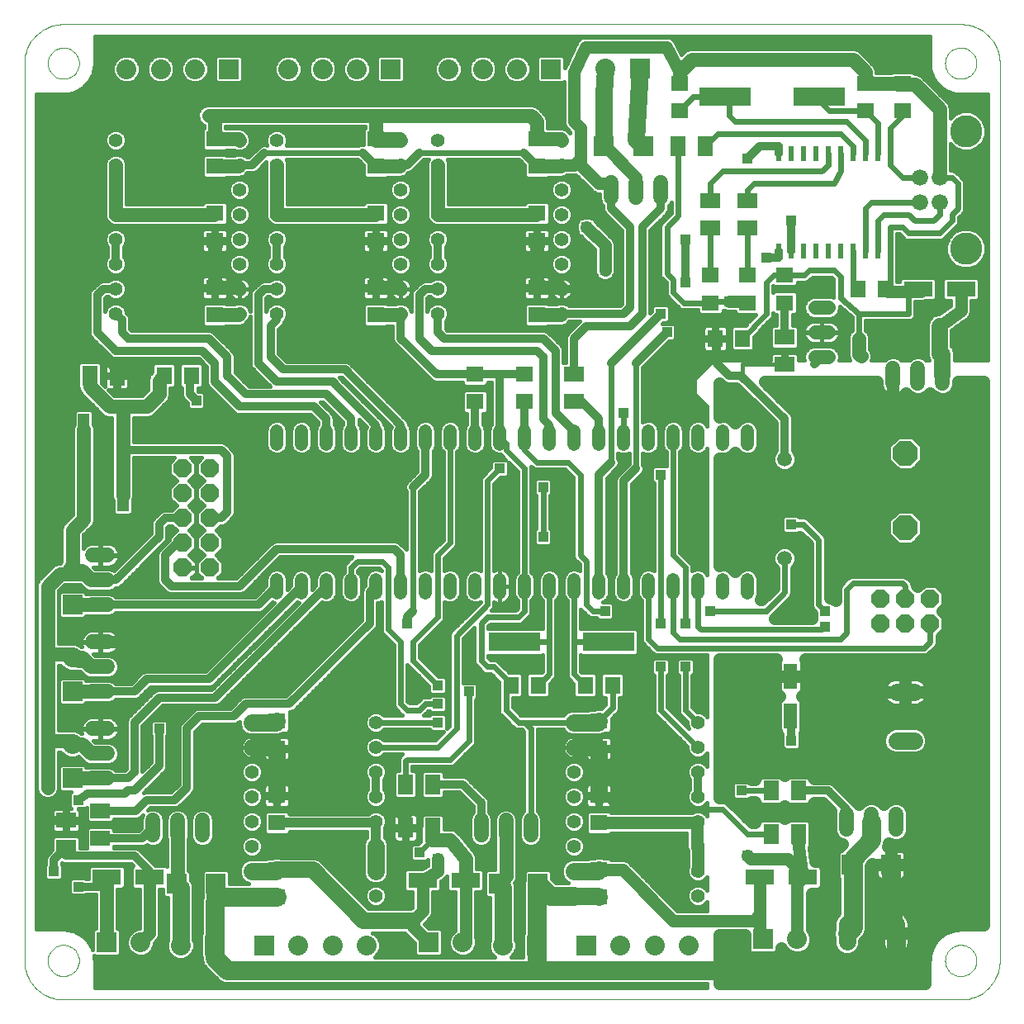
<source format=gtl>
G75*
G70*
%OFA0B0*%
%FSLAX24Y24*%
%IPPOS*%
%LPD*%
%AMOC8*
5,1,8,0,0,1.08239X$1,22.5*
%
%ADD10R,0.0236X0.0591*%
%ADD11R,0.2100X0.0760*%
%ADD12R,0.0709X0.0630*%
%ADD13C,0.0660*%
%ADD14C,0.1300*%
%ADD15R,0.0630X0.0709*%
%ADD16R,0.0630X0.0787*%
%ADD17R,0.0710X0.0630*%
%ADD18R,0.0787X0.0630*%
%ADD19C,0.0520*%
%ADD20C,0.0591*%
%ADD21R,0.0551X0.1024*%
%ADD22R,0.1181X0.0630*%
%ADD23OC8,0.0740*%
%ADD24R,0.0472X0.1260*%
%ADD25C,0.0705*%
%ADD26R,0.0787X0.0787*%
%ADD27R,0.0800X0.0800*%
%ADD28C,0.0800*%
%ADD29C,0.0600*%
%ADD30C,0.0554*%
%ADD31C,0.0594*%
%ADD32C,0.0000*%
%ADD33OC8,0.1000*%
%ADD34C,0.0560*%
%ADD35C,0.0240*%
%ADD36C,0.0500*%
%ADD37C,0.0700*%
%ADD38C,0.0320*%
%ADD39C,0.0660*%
%ADD40R,0.0396X0.0396*%
%ADD41C,0.0400*%
%ADD42C,0.0160*%
%ADD43C,0.0760*%
D10*
X035066Y033632D03*
X035566Y033632D03*
X036066Y033632D03*
X036566Y033632D03*
X037066Y033632D03*
X037566Y033632D03*
X038066Y033632D03*
X038566Y033632D03*
X039066Y033632D03*
X039566Y033632D03*
X039566Y037569D03*
X039066Y037569D03*
X038566Y037569D03*
X038066Y037569D03*
X037566Y037569D03*
X037066Y037569D03*
X036566Y037569D03*
X036066Y037569D03*
X035566Y037569D03*
X035066Y037569D03*
D11*
X036716Y039851D03*
X032916Y039851D03*
X028216Y017851D03*
X024416Y017851D03*
D12*
X027816Y014652D03*
X027816Y013549D03*
X027816Y011652D03*
X027816Y010549D03*
X027816Y008652D03*
X027816Y007549D03*
X014816Y007549D03*
X014816Y008652D03*
X014816Y010549D03*
X014816Y011652D03*
X014816Y013549D03*
X014816Y014652D03*
X022816Y027549D03*
X022816Y028652D03*
X024816Y028652D03*
X024816Y027549D03*
X025316Y031049D03*
X025316Y032152D03*
X025316Y034049D03*
X025316Y035152D03*
X025316Y037049D03*
X025316Y038152D03*
X031066Y039299D03*
X031066Y040402D03*
X038566Y040402D03*
X038566Y039299D03*
X040066Y039299D03*
X040066Y040402D03*
X018816Y038152D03*
X018816Y037049D03*
X018816Y035152D03*
X018816Y034049D03*
X018816Y032152D03*
X018816Y031049D03*
X012316Y031049D03*
X012316Y032152D03*
X012316Y034049D03*
X012316Y035152D03*
X012316Y037049D03*
X012316Y038152D03*
D13*
X040786Y036593D03*
X041566Y036593D03*
X041566Y035609D03*
X040786Y035609D03*
D14*
X042636Y033731D03*
X042636Y038471D03*
D15*
X039367Y032101D03*
X038265Y032101D03*
X033617Y030101D03*
X032515Y030101D03*
X028367Y016101D03*
X027265Y016101D03*
X025367Y016101D03*
X024265Y016101D03*
X011367Y028601D03*
X010265Y028601D03*
D16*
X008367Y028601D03*
X007265Y028601D03*
X020015Y012101D03*
X021117Y012101D03*
X021117Y010351D03*
X020015Y010351D03*
X034765Y010101D03*
X035867Y010101D03*
X035867Y011851D03*
X034765Y011851D03*
X032117Y037851D03*
X031015Y037851D03*
D17*
X032316Y032660D03*
X032316Y031541D03*
X033816Y031541D03*
X033816Y032660D03*
X035316Y032660D03*
X035316Y031541D03*
D18*
X035316Y030152D03*
X035316Y029049D03*
X033816Y034549D03*
X033816Y035652D03*
X032316Y035652D03*
X032316Y034549D03*
X026816Y028652D03*
X026816Y027549D03*
X007691Y011027D03*
X007691Y009924D03*
X006316Y009549D03*
X006316Y010652D03*
D19*
X014816Y019841D02*
X014816Y020361D01*
X015816Y020361D02*
X015816Y019841D01*
X016816Y019841D02*
X016816Y020361D01*
X017816Y020361D02*
X017816Y019841D01*
X018816Y019841D02*
X018816Y020361D01*
X019816Y020361D02*
X019816Y019841D01*
X020816Y019841D02*
X020816Y020361D01*
X021816Y020361D02*
X021816Y019841D01*
X022816Y019841D02*
X022816Y020361D01*
X023816Y020361D02*
X023816Y019841D01*
X024816Y019841D02*
X024816Y020361D01*
X025816Y020361D02*
X025816Y019841D01*
X026816Y019841D02*
X026816Y020361D01*
X027816Y020361D02*
X027816Y019841D01*
X028816Y019841D02*
X028816Y020361D01*
X029816Y020361D02*
X029816Y019841D01*
X030816Y019841D02*
X030816Y020361D01*
X031816Y020361D02*
X031816Y019841D01*
X032816Y019841D02*
X032816Y020361D01*
X033816Y020361D02*
X033816Y019841D01*
X033816Y025841D02*
X033816Y026361D01*
X032816Y026361D02*
X032816Y025841D01*
X031816Y025841D02*
X031816Y026361D01*
X030816Y026361D02*
X030816Y025841D01*
X029816Y025841D02*
X029816Y026361D01*
X028816Y026361D02*
X028816Y025841D01*
X027816Y025841D02*
X027816Y026361D01*
X026816Y026361D02*
X026816Y025841D01*
X025816Y025841D02*
X025816Y026361D01*
X024816Y026361D02*
X024816Y025841D01*
X023816Y025841D02*
X023816Y026361D01*
X022816Y026361D02*
X022816Y025841D01*
X021816Y025841D02*
X021816Y026361D01*
X020816Y026361D02*
X020816Y025841D01*
X019816Y025841D02*
X019816Y026361D01*
X018816Y026361D02*
X018816Y025841D01*
X017816Y025841D02*
X017816Y026361D01*
X016816Y026361D02*
X016816Y025841D01*
X015816Y025841D02*
X015816Y026361D01*
X014816Y026361D02*
X014816Y025841D01*
D20*
X035316Y025226D03*
X035316Y021226D03*
D21*
X035558Y016475D03*
X035558Y014860D03*
D22*
X036057Y008351D03*
X034325Y008351D03*
X022432Y008226D03*
X020700Y008226D03*
X009682Y008351D03*
X007950Y008351D03*
X040700Y032101D03*
X042432Y032101D03*
D23*
X041191Y019601D03*
X040191Y019601D03*
X039191Y019601D03*
X039191Y018601D03*
X040191Y018601D03*
X041191Y018601D03*
X012116Y020851D03*
X011016Y020851D03*
X011016Y021851D03*
X011016Y022851D03*
X011016Y023851D03*
X011016Y024851D03*
X012116Y024851D03*
X012116Y023851D03*
X012116Y022851D03*
X012116Y021851D03*
D24*
X008603Y023762D03*
X007028Y023762D03*
X007028Y026439D03*
X008603Y026439D03*
D25*
X037831Y006453D02*
X037831Y005748D01*
X039800Y005748D02*
X039800Y006453D01*
X039838Y013866D02*
X040543Y013866D01*
X040543Y015835D02*
X039838Y015835D01*
D26*
X039603Y008851D03*
X038028Y008851D03*
X025353Y008101D03*
X023778Y008101D03*
X012353Y008101D03*
X010778Y008101D03*
X028028Y037851D03*
X029603Y037851D03*
D27*
X029469Y040998D03*
X025887Y040975D03*
X019422Y040975D03*
X012887Y040975D03*
X006566Y019351D03*
X006566Y015851D03*
X006566Y012351D03*
X007941Y005726D03*
X012316Y005601D03*
X014316Y005601D03*
X020941Y005726D03*
X025316Y005601D03*
X027316Y005601D03*
X034441Y005851D03*
D28*
X035819Y005851D03*
X031450Y005601D03*
X030072Y005601D03*
X028694Y005601D03*
X023938Y005601D03*
X022319Y005726D03*
X018450Y005601D03*
X017072Y005601D03*
X015694Y005601D03*
X010938Y005601D03*
X009319Y005726D03*
X006566Y013729D03*
X006566Y017229D03*
X006566Y020729D03*
X008753Y040975D03*
X010131Y040975D03*
X011509Y040975D03*
X015288Y040975D03*
X016666Y040975D03*
X018044Y040975D03*
X021753Y040975D03*
X023131Y040975D03*
X024509Y040975D03*
X028091Y040998D03*
D29*
X028316Y036401D02*
X028316Y035801D01*
X029316Y035801D02*
X029316Y036401D01*
X030316Y036401D02*
X030316Y035801D01*
X039691Y028901D02*
X039691Y028301D01*
X040691Y028301D02*
X040691Y028901D01*
X041691Y028901D02*
X041691Y028301D01*
X039816Y010901D02*
X039816Y010301D01*
X038816Y010301D02*
X038816Y010901D01*
X037816Y010901D02*
X037816Y010301D01*
X025066Y010051D02*
X025066Y010651D01*
X024066Y010651D02*
X024066Y010051D01*
X023066Y010051D02*
X023066Y010651D01*
X011816Y010651D02*
X011816Y010051D01*
X010816Y010051D02*
X010816Y010651D01*
X009816Y010651D02*
X009816Y010051D01*
D30*
X013816Y009601D03*
X013816Y010601D03*
X013816Y011601D03*
X013816Y012601D03*
X013816Y013601D03*
X013816Y014601D03*
X018816Y014601D03*
X018816Y013601D03*
X018816Y012601D03*
X018816Y011601D03*
X018816Y010601D03*
X018816Y009601D03*
X018816Y008601D03*
X018816Y007601D03*
X013816Y007601D03*
X013816Y008601D03*
X026816Y008601D03*
X026816Y007601D03*
X026816Y009601D03*
X026816Y010601D03*
X026816Y011601D03*
X026816Y012601D03*
X026816Y013601D03*
X026816Y014601D03*
X031816Y014601D03*
X031816Y013601D03*
X031816Y012601D03*
X031816Y011601D03*
X031816Y010601D03*
X031816Y009601D03*
X031816Y008601D03*
X031816Y007601D03*
X026316Y031101D03*
X026316Y032101D03*
X026316Y033101D03*
X026316Y034101D03*
X026316Y035101D03*
X026316Y036101D03*
X026316Y037101D03*
X026316Y038101D03*
X021316Y038101D03*
X021316Y037101D03*
X021316Y036101D03*
X021316Y035101D03*
X021316Y034101D03*
X021316Y033101D03*
X021316Y032101D03*
X021316Y031101D03*
X019816Y031101D03*
X019816Y032101D03*
X019816Y033101D03*
X019816Y034101D03*
X019816Y035101D03*
X019816Y036101D03*
X019816Y037101D03*
X019816Y038101D03*
X014816Y038101D03*
X014816Y037101D03*
X014816Y036101D03*
X014816Y035101D03*
X014816Y034101D03*
X014816Y033101D03*
X014816Y032101D03*
X014816Y031101D03*
X013316Y031101D03*
X013316Y032101D03*
X013316Y033101D03*
X013316Y034101D03*
X013316Y035101D03*
X013316Y036101D03*
X013316Y037101D03*
X013316Y038101D03*
X008316Y038101D03*
X008316Y037101D03*
X008316Y036101D03*
X008316Y035101D03*
X008316Y034101D03*
X008316Y033101D03*
X008316Y032101D03*
X008316Y031101D03*
D31*
X007988Y021351D02*
X007394Y021351D01*
X007394Y020351D02*
X007988Y020351D01*
X007988Y019351D02*
X007394Y019351D01*
X007394Y017851D02*
X007988Y017851D01*
X007988Y016851D02*
X007394Y016851D01*
X007394Y015851D02*
X007988Y015851D01*
X007988Y014351D02*
X007394Y014351D01*
X007394Y013351D02*
X007988Y013351D01*
X007988Y012351D02*
X007394Y012351D01*
D32*
X004631Y004990D02*
X004631Y041211D01*
X005576Y041211D02*
X005578Y041261D01*
X005584Y041311D01*
X005594Y041360D01*
X005608Y041408D01*
X005625Y041455D01*
X005646Y041500D01*
X005671Y041544D01*
X005699Y041585D01*
X005731Y041624D01*
X005765Y041661D01*
X005802Y041695D01*
X005842Y041725D01*
X005884Y041752D01*
X005928Y041776D01*
X005974Y041797D01*
X006021Y041813D01*
X006069Y041826D01*
X006119Y041835D01*
X006168Y041840D01*
X006219Y041841D01*
X006269Y041838D01*
X006318Y041831D01*
X006367Y041820D01*
X006415Y041805D01*
X006461Y041787D01*
X006506Y041765D01*
X006549Y041739D01*
X006590Y041710D01*
X006629Y041678D01*
X006665Y041643D01*
X006697Y041605D01*
X006727Y041565D01*
X006754Y041522D01*
X006777Y041478D01*
X006796Y041432D01*
X006812Y041384D01*
X006824Y041335D01*
X006832Y041286D01*
X006836Y041236D01*
X006836Y041186D01*
X006832Y041136D01*
X006824Y041087D01*
X006812Y041038D01*
X006796Y040990D01*
X006777Y040944D01*
X006754Y040900D01*
X006727Y040857D01*
X006697Y040817D01*
X006665Y040779D01*
X006629Y040744D01*
X006590Y040712D01*
X006549Y040683D01*
X006506Y040657D01*
X006461Y040635D01*
X006415Y040617D01*
X006367Y040602D01*
X006318Y040591D01*
X006269Y040584D01*
X006219Y040581D01*
X006168Y040582D01*
X006119Y040587D01*
X006069Y040596D01*
X006021Y040609D01*
X005974Y040625D01*
X005928Y040646D01*
X005884Y040670D01*
X005842Y040697D01*
X005802Y040727D01*
X005765Y040761D01*
X005731Y040798D01*
X005699Y040837D01*
X005671Y040878D01*
X005646Y040922D01*
X005625Y040967D01*
X005608Y041014D01*
X005594Y041062D01*
X005584Y041111D01*
X005578Y041161D01*
X005576Y041211D01*
X004631Y041211D02*
X004633Y041288D01*
X004639Y041365D01*
X004648Y041442D01*
X004661Y041518D01*
X004678Y041594D01*
X004699Y041668D01*
X004723Y041742D01*
X004751Y041814D01*
X004782Y041884D01*
X004817Y041953D01*
X004855Y042021D01*
X004896Y042086D01*
X004941Y042149D01*
X004989Y042210D01*
X005039Y042269D01*
X005092Y042325D01*
X005148Y042378D01*
X005207Y042428D01*
X005268Y042476D01*
X005331Y042521D01*
X005396Y042562D01*
X005464Y042600D01*
X005533Y042635D01*
X005603Y042666D01*
X005675Y042694D01*
X005749Y042718D01*
X005823Y042739D01*
X005899Y042756D01*
X005975Y042769D01*
X006052Y042778D01*
X006129Y042784D01*
X006206Y042786D01*
X042426Y042786D01*
X041796Y041211D02*
X041798Y041261D01*
X041804Y041311D01*
X041814Y041360D01*
X041828Y041408D01*
X041845Y041455D01*
X041866Y041500D01*
X041891Y041544D01*
X041919Y041585D01*
X041951Y041624D01*
X041985Y041661D01*
X042022Y041695D01*
X042062Y041725D01*
X042104Y041752D01*
X042148Y041776D01*
X042194Y041797D01*
X042241Y041813D01*
X042289Y041826D01*
X042339Y041835D01*
X042388Y041840D01*
X042439Y041841D01*
X042489Y041838D01*
X042538Y041831D01*
X042587Y041820D01*
X042635Y041805D01*
X042681Y041787D01*
X042726Y041765D01*
X042769Y041739D01*
X042810Y041710D01*
X042849Y041678D01*
X042885Y041643D01*
X042917Y041605D01*
X042947Y041565D01*
X042974Y041522D01*
X042997Y041478D01*
X043016Y041432D01*
X043032Y041384D01*
X043044Y041335D01*
X043052Y041286D01*
X043056Y041236D01*
X043056Y041186D01*
X043052Y041136D01*
X043044Y041087D01*
X043032Y041038D01*
X043016Y040990D01*
X042997Y040944D01*
X042974Y040900D01*
X042947Y040857D01*
X042917Y040817D01*
X042885Y040779D01*
X042849Y040744D01*
X042810Y040712D01*
X042769Y040683D01*
X042726Y040657D01*
X042681Y040635D01*
X042635Y040617D01*
X042587Y040602D01*
X042538Y040591D01*
X042489Y040584D01*
X042439Y040581D01*
X042388Y040582D01*
X042339Y040587D01*
X042289Y040596D01*
X042241Y040609D01*
X042194Y040625D01*
X042148Y040646D01*
X042104Y040670D01*
X042062Y040697D01*
X042022Y040727D01*
X041985Y040761D01*
X041951Y040798D01*
X041919Y040837D01*
X041891Y040878D01*
X041866Y040922D01*
X041845Y040967D01*
X041828Y041014D01*
X041814Y041062D01*
X041804Y041111D01*
X041798Y041161D01*
X041796Y041211D01*
X042426Y042786D02*
X042503Y042784D01*
X042580Y042778D01*
X042657Y042769D01*
X042733Y042756D01*
X042809Y042739D01*
X042883Y042718D01*
X042957Y042694D01*
X043029Y042666D01*
X043099Y042635D01*
X043168Y042600D01*
X043236Y042562D01*
X043301Y042521D01*
X043364Y042476D01*
X043425Y042428D01*
X043484Y042378D01*
X043540Y042325D01*
X043593Y042269D01*
X043643Y042210D01*
X043691Y042149D01*
X043736Y042086D01*
X043777Y042021D01*
X043815Y041953D01*
X043850Y041884D01*
X043881Y041814D01*
X043909Y041742D01*
X043933Y041668D01*
X043954Y041594D01*
X043971Y041518D01*
X043984Y041442D01*
X043993Y041365D01*
X043999Y041288D01*
X044001Y041211D01*
X044001Y004990D01*
X041796Y004990D02*
X041798Y005040D01*
X041804Y005090D01*
X041814Y005139D01*
X041828Y005187D01*
X041845Y005234D01*
X041866Y005279D01*
X041891Y005323D01*
X041919Y005364D01*
X041951Y005403D01*
X041985Y005440D01*
X042022Y005474D01*
X042062Y005504D01*
X042104Y005531D01*
X042148Y005555D01*
X042194Y005576D01*
X042241Y005592D01*
X042289Y005605D01*
X042339Y005614D01*
X042388Y005619D01*
X042439Y005620D01*
X042489Y005617D01*
X042538Y005610D01*
X042587Y005599D01*
X042635Y005584D01*
X042681Y005566D01*
X042726Y005544D01*
X042769Y005518D01*
X042810Y005489D01*
X042849Y005457D01*
X042885Y005422D01*
X042917Y005384D01*
X042947Y005344D01*
X042974Y005301D01*
X042997Y005257D01*
X043016Y005211D01*
X043032Y005163D01*
X043044Y005114D01*
X043052Y005065D01*
X043056Y005015D01*
X043056Y004965D01*
X043052Y004915D01*
X043044Y004866D01*
X043032Y004817D01*
X043016Y004769D01*
X042997Y004723D01*
X042974Y004679D01*
X042947Y004636D01*
X042917Y004596D01*
X042885Y004558D01*
X042849Y004523D01*
X042810Y004491D01*
X042769Y004462D01*
X042726Y004436D01*
X042681Y004414D01*
X042635Y004396D01*
X042587Y004381D01*
X042538Y004370D01*
X042489Y004363D01*
X042439Y004360D01*
X042388Y004361D01*
X042339Y004366D01*
X042289Y004375D01*
X042241Y004388D01*
X042194Y004404D01*
X042148Y004425D01*
X042104Y004449D01*
X042062Y004476D01*
X042022Y004506D01*
X041985Y004540D01*
X041951Y004577D01*
X041919Y004616D01*
X041891Y004657D01*
X041866Y004701D01*
X041845Y004746D01*
X041828Y004793D01*
X041814Y004841D01*
X041804Y004890D01*
X041798Y004940D01*
X041796Y004990D01*
X042426Y003415D02*
X042503Y003417D01*
X042580Y003423D01*
X042657Y003432D01*
X042733Y003445D01*
X042809Y003462D01*
X042883Y003483D01*
X042957Y003507D01*
X043029Y003535D01*
X043099Y003566D01*
X043168Y003601D01*
X043236Y003639D01*
X043301Y003680D01*
X043364Y003725D01*
X043425Y003773D01*
X043484Y003823D01*
X043540Y003876D01*
X043593Y003932D01*
X043643Y003991D01*
X043691Y004052D01*
X043736Y004115D01*
X043777Y004180D01*
X043815Y004248D01*
X043850Y004317D01*
X043881Y004387D01*
X043909Y004459D01*
X043933Y004533D01*
X043954Y004607D01*
X043971Y004683D01*
X043984Y004759D01*
X043993Y004836D01*
X043999Y004913D01*
X044001Y004990D01*
X042426Y003416D02*
X006206Y003416D01*
X005576Y004990D02*
X005578Y005040D01*
X005584Y005090D01*
X005594Y005139D01*
X005608Y005187D01*
X005625Y005234D01*
X005646Y005279D01*
X005671Y005323D01*
X005699Y005364D01*
X005731Y005403D01*
X005765Y005440D01*
X005802Y005474D01*
X005842Y005504D01*
X005884Y005531D01*
X005928Y005555D01*
X005974Y005576D01*
X006021Y005592D01*
X006069Y005605D01*
X006119Y005614D01*
X006168Y005619D01*
X006219Y005620D01*
X006269Y005617D01*
X006318Y005610D01*
X006367Y005599D01*
X006415Y005584D01*
X006461Y005566D01*
X006506Y005544D01*
X006549Y005518D01*
X006590Y005489D01*
X006629Y005457D01*
X006665Y005422D01*
X006697Y005384D01*
X006727Y005344D01*
X006754Y005301D01*
X006777Y005257D01*
X006796Y005211D01*
X006812Y005163D01*
X006824Y005114D01*
X006832Y005065D01*
X006836Y005015D01*
X006836Y004965D01*
X006832Y004915D01*
X006824Y004866D01*
X006812Y004817D01*
X006796Y004769D01*
X006777Y004723D01*
X006754Y004679D01*
X006727Y004636D01*
X006697Y004596D01*
X006665Y004558D01*
X006629Y004523D01*
X006590Y004491D01*
X006549Y004462D01*
X006506Y004436D01*
X006461Y004414D01*
X006415Y004396D01*
X006367Y004381D01*
X006318Y004370D01*
X006269Y004363D01*
X006219Y004360D01*
X006168Y004361D01*
X006119Y004366D01*
X006069Y004375D01*
X006021Y004388D01*
X005974Y004404D01*
X005928Y004425D01*
X005884Y004449D01*
X005842Y004476D01*
X005802Y004506D01*
X005765Y004540D01*
X005731Y004577D01*
X005699Y004616D01*
X005671Y004657D01*
X005646Y004701D01*
X005625Y004746D01*
X005608Y004793D01*
X005594Y004841D01*
X005584Y004890D01*
X005578Y004940D01*
X005576Y004990D01*
X004631Y004990D02*
X004633Y004913D01*
X004639Y004836D01*
X004648Y004759D01*
X004661Y004683D01*
X004678Y004607D01*
X004699Y004533D01*
X004723Y004459D01*
X004751Y004387D01*
X004782Y004317D01*
X004817Y004248D01*
X004855Y004180D01*
X004896Y004115D01*
X004941Y004052D01*
X004989Y003991D01*
X005039Y003932D01*
X005092Y003876D01*
X005148Y003823D01*
X005207Y003773D01*
X005268Y003725D01*
X005331Y003680D01*
X005396Y003639D01*
X005464Y003601D01*
X005533Y003566D01*
X005603Y003535D01*
X005675Y003507D01*
X005749Y003483D01*
X005823Y003462D01*
X005899Y003445D01*
X005975Y003432D01*
X006052Y003423D01*
X006129Y003417D01*
X006206Y003415D01*
D33*
X040191Y022476D03*
X040191Y025476D03*
D34*
X038410Y029381D02*
X038316Y029476D01*
X038316Y030101D01*
X037096Y030351D02*
X036536Y030351D01*
X036536Y029351D02*
X037096Y029351D01*
X037096Y031351D02*
X036536Y031351D01*
X041566Y036593D02*
X041566Y039351D01*
X040566Y040351D01*
X039867Y040351D01*
X040066Y040402D01*
X038566Y040402D01*
X038566Y040851D01*
X038066Y041351D01*
X031566Y041351D01*
X031066Y040851D01*
X031066Y040402D01*
X026316Y038101D02*
X026265Y038152D01*
X025316Y038152D01*
X025316Y038851D01*
X025066Y039101D01*
X018816Y039101D01*
X018816Y038101D01*
X019816Y038101D01*
X019765Y038152D01*
X018816Y038152D01*
X018816Y039101D02*
X012316Y039101D01*
X012316Y038152D01*
X013265Y038152D01*
X013316Y038101D01*
X013316Y037101D02*
X013265Y037049D01*
X012316Y037049D01*
X012316Y035152D02*
X012265Y035101D01*
X008316Y035101D01*
X008316Y036101D01*
X008316Y037101D01*
X012066Y039101D02*
X012316Y039101D01*
X014816Y037101D02*
X014816Y036101D01*
X014816Y035101D01*
X018765Y035101D01*
X018816Y035152D01*
X018816Y034049D02*
X018816Y032152D01*
X019765Y032152D01*
X019816Y032101D01*
X019816Y031101D02*
X019765Y031049D01*
X018816Y031049D01*
X021316Y035101D02*
X025265Y035101D01*
X025316Y035152D01*
X025316Y034049D02*
X025316Y032152D01*
X026265Y032152D01*
X026316Y032101D01*
X026316Y031101D02*
X026265Y031049D01*
X025316Y031049D01*
X021316Y035101D02*
X021316Y036101D01*
X021316Y037101D01*
X019816Y037101D02*
X019765Y037049D01*
X018816Y037049D01*
X013316Y032101D02*
X013265Y032152D01*
X012316Y032152D01*
X012316Y034049D01*
X012316Y031049D02*
X013265Y031049D01*
X013316Y031101D01*
X010265Y028601D02*
X010066Y028402D01*
X010066Y027851D01*
X009566Y027351D01*
X008566Y027351D01*
X008603Y027313D01*
X008603Y026439D01*
X008603Y025851D01*
X008603Y023762D01*
X007028Y023762D02*
X007028Y022813D01*
X006566Y022351D01*
X006566Y020729D01*
X006938Y020729D01*
X007066Y020601D01*
X006066Y020601D01*
X005566Y020101D01*
X005566Y017351D01*
X006566Y017351D01*
X006816Y017101D01*
X007066Y017101D01*
X007316Y016851D01*
X007691Y016851D01*
X007066Y017101D02*
X006938Y017229D01*
X006566Y017229D01*
X005566Y017351D02*
X005566Y013851D01*
X005566Y011976D01*
X006566Y012351D02*
X007691Y012351D01*
X007691Y013351D02*
X007316Y013351D01*
X006938Y013729D01*
X006566Y013729D01*
X006444Y013851D01*
X005566Y013851D01*
X006566Y015851D02*
X007691Y015851D01*
X007691Y019351D02*
X006566Y019351D01*
X007316Y020351D02*
X007066Y020601D01*
X007316Y020351D02*
X007691Y020351D01*
X007028Y023762D02*
X007028Y026439D01*
X008066Y027351D02*
X008566Y027351D01*
X008066Y027351D02*
X007265Y028152D01*
X007265Y028601D01*
X025316Y037049D02*
X026265Y037049D01*
X026316Y037101D01*
X024066Y010351D02*
X024066Y008388D01*
X023778Y008101D01*
X022432Y008226D02*
X022441Y009101D01*
X021816Y009851D01*
X021066Y009851D01*
X021066Y010299D01*
X021117Y010351D01*
X013816Y007601D02*
X012316Y007601D01*
X010816Y008013D02*
X010778Y008101D01*
X010816Y008013D02*
X010816Y010351D01*
X007941Y007985D02*
X007807Y008118D01*
X007941Y007985D02*
X007941Y005726D01*
D35*
X014816Y011652D02*
X017765Y011652D01*
X018316Y011101D01*
X019566Y011101D01*
X020015Y012101D02*
X020015Y013049D01*
X020066Y013101D01*
X021816Y013101D01*
X022566Y013851D01*
X022566Y015851D01*
X022566Y016601D02*
X023566Y016101D01*
X023566Y014851D01*
X024316Y014101D01*
X024316Y013351D01*
X025066Y014351D02*
X025066Y010351D01*
X027816Y011851D02*
X028566Y011101D01*
X032816Y011101D01*
X033816Y010101D01*
X034765Y010101D01*
X034765Y011851D02*
X033566Y011851D01*
X031816Y013601D02*
X030316Y015101D01*
X030316Y016851D01*
X030191Y017601D02*
X040941Y017601D01*
X041191Y017851D01*
X041191Y018601D01*
X040191Y019601D02*
X040191Y020101D01*
X040066Y020226D01*
X038066Y020226D01*
X037816Y019976D01*
X037816Y018226D01*
X037566Y017976D01*
X031066Y017976D01*
X030816Y018226D01*
X030816Y020101D01*
X031316Y020851D02*
X031316Y018601D01*
X031816Y018476D02*
X031941Y018351D01*
X036816Y018351D01*
X036941Y018476D01*
X036941Y019101D02*
X036691Y019351D01*
X036691Y021976D01*
X036066Y022601D01*
X035566Y022601D01*
X035316Y021226D02*
X035316Y019851D01*
X034566Y019101D01*
X032316Y019101D01*
X031816Y018476D02*
X031816Y020101D01*
X031316Y020851D02*
X030816Y021351D01*
X030816Y026101D01*
X030316Y024601D02*
X030316Y018601D01*
X029816Y017976D02*
X030191Y017601D01*
X029816Y017976D02*
X029816Y020101D01*
X028066Y019101D02*
X027566Y019101D01*
X027316Y019351D01*
X027316Y021101D01*
X027066Y021351D01*
X027066Y024601D01*
X026566Y025101D01*
X025316Y025101D01*
X024816Y025601D01*
X024816Y026101D01*
X024066Y025851D02*
X023816Y026101D01*
X024066Y025851D02*
X024066Y025601D01*
X024816Y024851D01*
X024816Y020101D01*
X024816Y019101D01*
X024566Y018851D01*
X023316Y018851D01*
X023066Y018601D01*
X023066Y017101D01*
X023316Y016851D01*
X023566Y016851D01*
X024265Y016152D01*
X024265Y016101D01*
X024066Y015902D01*
X024066Y015101D01*
X024566Y014601D01*
X024816Y014601D01*
X025066Y014351D01*
X024816Y014601D02*
X026816Y014601D01*
X027816Y014652D02*
X028367Y015203D01*
X028367Y016101D01*
X027265Y016101D02*
X026816Y016549D01*
X026816Y017851D01*
X028216Y017851D01*
X026816Y017851D02*
X026816Y020101D01*
X025816Y020101D02*
X025816Y017851D01*
X024416Y017851D01*
X025816Y017851D02*
X025816Y016549D01*
X025367Y016101D01*
X022066Y014351D02*
X022066Y018101D01*
X023316Y019351D01*
X023316Y024351D01*
X023816Y024851D01*
X025566Y024101D02*
X025566Y022101D01*
X028316Y025101D02*
X028316Y029101D01*
X029316Y029101D02*
X029316Y024851D01*
X028816Y026101D02*
X028816Y027101D01*
X031566Y029226D02*
X032566Y029226D01*
X032515Y029277D01*
X032515Y030101D01*
X033617Y030101D02*
X034066Y030549D01*
X034066Y030601D01*
X034566Y031101D01*
X034566Y032351D01*
X034876Y032660D01*
X035316Y032660D01*
X036126Y032660D01*
X036316Y032851D01*
X037316Y032851D01*
X037566Y032601D01*
X037566Y031726D01*
X038316Y031101D01*
X038316Y030101D01*
X038316Y031101D02*
X040316Y031101D01*
X040316Y032001D01*
X040700Y032101D02*
X040816Y032001D01*
X039566Y032299D02*
X039367Y032101D01*
X039566Y032299D02*
X039566Y033632D01*
X039566Y034601D01*
X040066Y034601D01*
X040316Y034351D01*
X041566Y034351D01*
X042066Y034851D01*
X042066Y035101D01*
X042316Y035351D01*
X042316Y036351D01*
X042066Y036601D01*
X041574Y036601D01*
X041566Y036593D01*
X040786Y036593D02*
X040778Y036601D01*
X040066Y036601D01*
X039566Y037101D01*
X039566Y037569D01*
X039566Y038601D01*
X040066Y039101D01*
X040066Y039299D01*
X039066Y038799D02*
X038566Y039299D01*
X037117Y039299D01*
X036816Y039601D01*
X036816Y039751D01*
X036716Y039851D01*
X037816Y038851D02*
X033316Y038851D01*
X033066Y039101D01*
X033066Y039701D01*
X032916Y039851D01*
X031617Y039851D01*
X031066Y039299D01*
X031015Y037851D02*
X031015Y035049D01*
X030566Y034601D01*
X030566Y032726D01*
X030816Y032476D01*
X030816Y031976D01*
X031251Y031541D01*
X032316Y031541D01*
X032376Y031601D01*
X033066Y031601D01*
X033816Y032660D02*
X033816Y034549D01*
X033816Y035652D02*
X033816Y036101D01*
X034066Y036351D01*
X037316Y036351D01*
X037566Y036851D01*
X037566Y037569D01*
X038066Y037569D02*
X038066Y037851D01*
X037566Y038351D01*
X032617Y038351D01*
X032117Y037851D01*
X032816Y036851D02*
X032316Y036351D01*
X032316Y035652D01*
X032316Y034549D02*
X032316Y032660D01*
X032816Y036851D02*
X036816Y036851D01*
X037066Y037101D01*
X037066Y037569D01*
X037816Y038851D02*
X038566Y038101D01*
X038566Y037569D01*
X039066Y037569D02*
X039066Y038799D01*
X038816Y035601D02*
X040778Y035601D01*
X040786Y035609D01*
X040316Y035101D02*
X040566Y034851D01*
X041316Y034851D01*
X041566Y035101D01*
X041566Y035609D01*
X040316Y035101D02*
X039316Y035101D01*
X039066Y034851D01*
X039066Y033632D01*
X038566Y033632D02*
X038566Y035351D01*
X038816Y035601D01*
X038066Y033632D02*
X038066Y032299D01*
X038265Y032101D01*
X024765Y037601D02*
X020566Y037601D01*
X018265Y037601D02*
X014316Y037601D01*
X021816Y026101D02*
X021816Y021851D01*
X021316Y021351D01*
X021316Y018851D01*
X020316Y017851D01*
X020316Y017101D01*
X021316Y016101D01*
X021316Y015351D02*
X020816Y015351D01*
X020566Y015101D01*
X020066Y015101D01*
X019816Y015351D01*
X019816Y017851D01*
X019316Y018351D01*
X019316Y020851D01*
X019066Y021101D01*
X018066Y021101D01*
X017816Y020851D01*
X017816Y020101D01*
X020316Y019101D02*
X020316Y024101D01*
X021316Y014601D02*
X018816Y014601D01*
X018816Y013601D02*
X021316Y013601D01*
X022066Y014351D01*
X021066Y009851D02*
X020566Y009351D01*
X031316Y015101D02*
X031316Y016851D01*
X031316Y015101D02*
X031816Y014601D01*
X038066Y009101D02*
X038066Y008888D01*
X038028Y008851D01*
D36*
X037305Y008770D02*
X036962Y008770D01*
X036977Y008731D02*
X036927Y008853D01*
X036834Y008945D01*
X036713Y008996D01*
X036551Y008996D01*
X036473Y009547D01*
X036512Y009641D01*
X036512Y010560D01*
X036462Y010681D01*
X036369Y010774D01*
X036248Y010824D01*
X035486Y010824D01*
X035365Y010774D01*
X035316Y010725D01*
X035266Y010774D01*
X035145Y010824D01*
X034384Y010824D01*
X034263Y010774D01*
X034170Y010681D01*
X034120Y010560D01*
X034120Y010551D01*
X034002Y010551D01*
X033197Y011356D01*
X033071Y011482D01*
X032905Y011551D01*
X032691Y011551D01*
X032691Y017151D01*
X034971Y017151D01*
X034946Y017089D01*
X034932Y017021D01*
X034932Y016475D01*
X035558Y016475D01*
X036183Y016475D01*
X036183Y017021D01*
X036170Y017089D01*
X036144Y017151D01*
X041030Y017151D01*
X041196Y017219D01*
X041446Y017469D01*
X041572Y017596D01*
X041641Y017761D01*
X041641Y018061D01*
X041891Y018311D01*
X041891Y018891D01*
X041681Y019101D01*
X041891Y019311D01*
X041891Y019891D01*
X041481Y020301D01*
X040901Y020301D01*
X040691Y020091D01*
X040641Y020141D01*
X040641Y020190D01*
X040572Y020356D01*
X040446Y020482D01*
X040321Y020607D01*
X040155Y020676D01*
X037976Y020676D01*
X037811Y020607D01*
X037684Y020481D01*
X037434Y020231D01*
X037366Y020065D01*
X037366Y019539D01*
X037326Y019579D01*
X037204Y019629D01*
X037141Y019629D01*
X037141Y022065D01*
X037072Y022231D01*
X036946Y022357D01*
X036321Y022982D01*
X036155Y023051D01*
X035979Y023051D01*
X035951Y023079D01*
X035829Y023129D01*
X035302Y023129D01*
X035181Y023079D01*
X035088Y022986D01*
X035038Y022864D01*
X035038Y022337D01*
X035088Y022216D01*
X035181Y022123D01*
X035302Y022073D01*
X035829Y022073D01*
X035920Y022110D01*
X036241Y021789D01*
X036241Y019261D01*
X036309Y019096D01*
X036413Y018992D01*
X036413Y018837D01*
X036428Y018801D01*
X034902Y018801D01*
X035571Y019469D01*
X035697Y019596D01*
X035766Y019761D01*
X035766Y020791D01*
X035846Y020871D01*
X035941Y021101D01*
X035941Y021350D01*
X035846Y021580D01*
X035670Y021756D01*
X035440Y021851D01*
X035191Y021851D01*
X034962Y021756D01*
X034786Y021580D01*
X034690Y021350D01*
X034690Y021101D01*
X034786Y020871D01*
X034866Y020791D01*
X034866Y020037D01*
X034379Y019551D01*
X034334Y019551D01*
X034406Y019723D01*
X034406Y020478D01*
X034316Y020695D01*
X034150Y020861D01*
X033933Y020951D01*
X033698Y020951D01*
X033482Y020861D01*
X033316Y020695D01*
X033150Y020861D01*
X032933Y020951D01*
X032698Y020951D01*
X032691Y020947D01*
X032691Y025254D01*
X032698Y025251D01*
X032933Y025251D01*
X033150Y025340D01*
X033316Y025506D01*
X033482Y025340D01*
X033698Y025251D01*
X033933Y025251D01*
X034150Y025340D01*
X034316Y025506D01*
X034406Y025723D01*
X034406Y026478D01*
X034316Y026695D01*
X034150Y026861D01*
X033933Y026951D01*
X033698Y026951D01*
X033482Y026861D01*
X033316Y026695D01*
X033150Y026861D01*
X032933Y026951D01*
X032698Y026951D01*
X032691Y026947D01*
X032691Y028283D01*
X032788Y028185D01*
X032968Y028111D01*
X033363Y028111D01*
X034826Y026648D01*
X034826Y025620D01*
X034786Y025580D01*
X034690Y025350D01*
X034690Y025101D01*
X034786Y024871D01*
X034962Y024696D01*
X035191Y024600D01*
X035440Y024600D01*
X035670Y024696D01*
X035846Y024871D01*
X035941Y025101D01*
X035941Y025350D01*
X035846Y025580D01*
X035806Y025620D01*
X035806Y026948D01*
X035731Y027128D01*
X034509Y028351D01*
X039041Y028351D01*
X039041Y028258D01*
X039052Y028174D01*
X039074Y028091D01*
X039107Y028013D01*
X039149Y027939D01*
X039201Y027871D01*
X039261Y027811D01*
X039329Y027759D01*
X039403Y027716D01*
X039481Y027684D01*
X039564Y027662D01*
X039648Y027651D01*
X039691Y027651D01*
X039733Y027651D01*
X039818Y027662D01*
X039900Y027684D01*
X039979Y027716D01*
X040053Y027759D01*
X040120Y027811D01*
X040180Y027871D01*
X040202Y027899D01*
X040334Y027767D01*
X040565Y027671D01*
X040816Y027671D01*
X041048Y027767D01*
X041191Y027910D01*
X041334Y027767D01*
X041565Y027671D01*
X041816Y027671D01*
X042048Y027767D01*
X042225Y027944D01*
X042321Y028175D01*
X042321Y028351D01*
X043351Y028351D01*
X043351Y006422D01*
X042466Y006422D01*
X042458Y006424D01*
X042417Y006422D01*
X042376Y006422D01*
X042368Y006418D01*
X042271Y006411D01*
X042253Y006414D01*
X042222Y006408D01*
X042190Y006405D01*
X042174Y006397D01*
X042071Y006375D01*
X042052Y006375D01*
X042023Y006364D01*
X041991Y006357D01*
X041976Y006347D01*
X041877Y006310D01*
X041859Y006308D01*
X041831Y006293D01*
X041801Y006282D01*
X041788Y006269D01*
X041695Y006218D01*
X041677Y006214D01*
X041652Y006195D01*
X041624Y006180D01*
X041612Y006165D01*
X041528Y006102D01*
X041511Y006095D01*
X041488Y006072D01*
X041463Y006053D01*
X041454Y006038D01*
X041379Y005963D01*
X041363Y005954D01*
X041344Y005928D01*
X041321Y005905D01*
X041314Y005889D01*
X041251Y005804D01*
X041237Y005792D01*
X041222Y005764D01*
X041202Y005739D01*
X041198Y005721D01*
X041147Y005628D01*
X041135Y005615D01*
X041124Y005585D01*
X041108Y005557D01*
X041106Y005539D01*
X041069Y005440D01*
X041059Y005425D01*
X041052Y005394D01*
X041041Y005364D01*
X041042Y005346D01*
X041019Y005242D01*
X041011Y005226D01*
X041009Y005194D01*
X041002Y005163D01*
X041005Y005145D01*
X040998Y005049D01*
X040995Y005040D01*
X040995Y004999D01*
X040992Y004959D01*
X040995Y004950D01*
X040995Y004066D01*
X032691Y004066D01*
X032691Y006021D01*
X033711Y006021D01*
X033711Y005385D01*
X033761Y005264D01*
X033854Y005171D01*
X033975Y005121D01*
X034906Y005121D01*
X035028Y005171D01*
X035121Y005264D01*
X035171Y005385D01*
X035171Y005507D01*
X035200Y005437D01*
X035405Y005232D01*
X035673Y005121D01*
X035964Y005121D01*
X036232Y005232D01*
X036438Y005437D01*
X036549Y005705D01*
X036549Y005996D01*
X036438Y006264D01*
X036399Y006303D01*
X036399Y007706D01*
X036713Y007706D01*
X036834Y007756D01*
X036927Y007849D01*
X036977Y007970D01*
X036977Y008731D01*
X036977Y008271D02*
X037354Y008271D01*
X037355Y008270D02*
X037356Y008269D01*
X037356Y006943D01*
X037253Y006840D01*
X037149Y006589D01*
X037149Y006308D01*
X037121Y006242D01*
X037121Y005959D01*
X037149Y005893D01*
X037149Y005612D01*
X037253Y005362D01*
X037445Y005170D01*
X037696Y005066D01*
X037967Y005066D01*
X038218Y005170D01*
X038410Y005362D01*
X038514Y005612D01*
X038514Y005779D01*
X038668Y005933D01*
X038776Y006194D01*
X038776Y008807D01*
X038859Y008890D01*
X038859Y008851D01*
X039603Y008851D01*
X039603Y009594D01*
X039478Y009594D01*
X039526Y009709D01*
X039526Y009739D01*
X039690Y009671D01*
X039941Y009671D01*
X040173Y009767D01*
X043351Y009767D01*
X043351Y010265D02*
X040446Y010265D01*
X040446Y010175D02*
X040446Y011026D01*
X040350Y011258D01*
X040173Y011435D01*
X039941Y011531D01*
X039690Y011531D01*
X039459Y011435D01*
X039316Y011292D01*
X039173Y011435D01*
X038941Y011531D01*
X038690Y011531D01*
X038459Y011435D01*
X038316Y011292D01*
X038233Y011375D01*
X038231Y011378D01*
X037481Y012128D01*
X037343Y012266D01*
X037163Y012341D01*
X036499Y012341D01*
X036462Y012431D01*
X036369Y012524D01*
X036248Y012574D01*
X035486Y012574D01*
X035365Y012524D01*
X035316Y012475D01*
X035266Y012524D01*
X035145Y012574D01*
X034384Y012574D01*
X034263Y012524D01*
X034170Y012431D01*
X034120Y012310D01*
X034120Y012301D01*
X033979Y012301D01*
X033951Y012329D01*
X033829Y012379D01*
X033302Y012379D01*
X033181Y012329D01*
X033088Y012236D01*
X033038Y012114D01*
X033038Y011587D01*
X033088Y011466D01*
X033181Y011373D01*
X033302Y011323D01*
X033829Y011323D01*
X033951Y011373D01*
X033979Y011401D01*
X034120Y011401D01*
X034120Y011391D01*
X034170Y011270D01*
X034263Y011177D01*
X034384Y011127D01*
X035145Y011127D01*
X035266Y011177D01*
X035316Y011226D01*
X035365Y011177D01*
X035486Y011127D01*
X036248Y011127D01*
X036369Y011177D01*
X036462Y011270D01*
X036499Y011361D01*
X036863Y011361D01*
X037189Y011034D01*
X037186Y011026D01*
X037186Y010175D01*
X037282Y009944D01*
X037459Y009767D01*
X036512Y009767D01*
X036512Y010265D02*
X037186Y010265D01*
X037186Y010764D02*
X036379Y010764D01*
X036454Y011262D02*
X036961Y011262D01*
X037849Y011761D02*
X043351Y011761D01*
X043351Y011262D02*
X040345Y011262D01*
X040446Y010764D02*
X043351Y010764D01*
X043351Y009268D02*
X040347Y009268D01*
X040347Y009279D02*
X040333Y009346D01*
X040307Y009410D01*
X040269Y009467D01*
X040220Y009516D01*
X040163Y009555D01*
X040099Y009581D01*
X040031Y009594D01*
X039603Y009594D01*
X039603Y008851D01*
X039603Y008851D01*
X039603Y008851D01*
X040347Y008851D01*
X040347Y009279D01*
X040347Y008851D02*
X039603Y008851D01*
X039603Y008851D01*
X038859Y008851D01*
X038859Y008422D01*
X038873Y008355D01*
X038899Y008291D01*
X038938Y008234D01*
X038986Y008185D01*
X039044Y008147D01*
X039107Y008120D01*
X039175Y008107D01*
X039603Y008107D01*
X039603Y008851D01*
X039603Y008851D01*
X039603Y008107D01*
X040031Y008107D01*
X040099Y008120D01*
X040163Y008147D01*
X040220Y008185D01*
X040269Y008234D01*
X040307Y008291D01*
X040333Y008355D01*
X040347Y008422D01*
X040347Y008851D01*
X040347Y008770D02*
X043351Y008770D01*
X043351Y008271D02*
X040294Y008271D01*
X039603Y008271D02*
X039603Y008271D01*
X039603Y008770D02*
X039603Y008770D01*
X039603Y009268D02*
X039603Y009268D01*
X040173Y009767D02*
X040350Y009944D01*
X040446Y010175D01*
X038859Y008770D02*
X038776Y008770D01*
X038776Y008271D02*
X038913Y008271D01*
X038776Y007773D02*
X043351Y007773D01*
X043351Y007274D02*
X038776Y007274D01*
X039271Y006917D02*
X039215Y006844D01*
X039169Y006765D01*
X039133Y006679D01*
X039110Y006591D01*
X039098Y006499D01*
X039098Y006101D01*
X039800Y006101D01*
X039800Y007156D01*
X039754Y007156D01*
X039663Y007144D01*
X039574Y007120D01*
X039489Y007085D01*
X039409Y007039D01*
X039336Y006982D01*
X039271Y006917D01*
X039175Y006776D02*
X038776Y006776D01*
X038776Y006277D02*
X039098Y006277D01*
X039098Y006101D02*
X039098Y005702D01*
X039110Y005611D01*
X039133Y005522D01*
X039169Y005437D01*
X039215Y005357D01*
X039271Y005284D01*
X039336Y005219D01*
X039409Y005163D01*
X039489Y005117D01*
X039574Y005082D01*
X039663Y005058D01*
X039754Y005046D01*
X039800Y005046D01*
X039846Y005046D01*
X039937Y005058D01*
X040026Y005082D01*
X040111Y005117D01*
X040191Y005163D01*
X040264Y005219D01*
X040329Y005284D01*
X040385Y005357D01*
X040431Y005437D01*
X040467Y005522D01*
X040490Y005611D01*
X040502Y005702D01*
X040502Y006101D01*
X040502Y006499D01*
X040490Y006591D01*
X040467Y006679D01*
X040431Y006765D01*
X040385Y006844D01*
X040329Y006917D01*
X040264Y006982D01*
X040191Y007039D01*
X040111Y007085D01*
X040026Y007120D01*
X039937Y007144D01*
X039846Y007156D01*
X039800Y007156D01*
X039800Y006101D01*
X039800Y006101D01*
X040502Y006101D01*
X039800Y006101D01*
X039800Y006101D01*
X039800Y006101D01*
X039098Y006101D01*
X039098Y005779D02*
X038514Y005779D01*
X038329Y005280D02*
X039275Y005280D01*
X039800Y005280D02*
X039800Y005280D01*
X039800Y005046D02*
X039800Y006101D01*
X039800Y006101D01*
X039800Y005046D01*
X040325Y005280D02*
X041028Y005280D01*
X040995Y004782D02*
X032691Y004782D01*
X032691Y005280D02*
X033754Y005280D01*
X033711Y005779D02*
X032691Y005779D01*
X034066Y006601D02*
X034316Y006851D01*
X034316Y005976D01*
X034441Y005851D01*
X034066Y006601D02*
X030816Y006601D01*
X028765Y008652D01*
X027816Y008652D01*
X027816Y010549D02*
X031765Y010549D01*
X031765Y009652D01*
X031816Y009601D01*
X031816Y008601D01*
X033816Y009226D02*
X033941Y009101D01*
X035441Y009101D01*
X036057Y008485D01*
X036057Y008351D01*
X035819Y008112D01*
X035819Y005851D01*
X036549Y005779D02*
X037149Y005779D01*
X037136Y006277D02*
X036425Y006277D01*
X036399Y006776D02*
X037226Y006776D01*
X037356Y007274D02*
X036399Y007274D01*
X036851Y007773D02*
X037356Y007773D01*
X037355Y008270D02*
X037305Y008391D01*
X037305Y009310D01*
X037355Y009431D01*
X037448Y009524D01*
X037512Y009551D01*
X037649Y009688D01*
X037459Y009767D01*
X037305Y009268D02*
X036512Y009268D01*
X036057Y008351D02*
X035816Y010049D01*
X035867Y010101D01*
X035354Y010764D02*
X035277Y010764D01*
X034252Y010764D02*
X033789Y010764D01*
X034178Y011262D02*
X033291Y011262D01*
X033038Y011761D02*
X032691Y011761D01*
X032691Y012259D02*
X033111Y012259D01*
X032691Y012758D02*
X043351Y012758D01*
X043351Y013256D02*
X040853Y013256D01*
X040930Y013288D02*
X041122Y013480D01*
X041226Y013731D01*
X041226Y014002D01*
X041122Y014253D01*
X040930Y014445D01*
X040679Y014549D01*
X039702Y014549D01*
X039452Y014445D01*
X039260Y014253D01*
X036151Y014253D01*
X036163Y014283D02*
X036163Y015438D01*
X036113Y015559D01*
X036020Y015652D01*
X036007Y015658D01*
X036057Y015691D01*
X036105Y015740D01*
X036144Y015797D01*
X036170Y015861D01*
X036183Y015928D01*
X036183Y016475D01*
X035558Y016475D01*
X035558Y016475D01*
X035558Y016475D01*
X034932Y016475D01*
X034932Y015928D01*
X034946Y015861D01*
X034972Y015797D01*
X035010Y015740D01*
X035059Y015691D01*
X035109Y015658D01*
X035095Y015652D01*
X035003Y015559D01*
X034952Y015438D01*
X034952Y014283D01*
X035003Y014162D01*
X035063Y014101D01*
X035063Y013605D01*
X035113Y013483D01*
X035206Y013391D01*
X035328Y013340D01*
X035855Y013340D01*
X035976Y013391D01*
X036069Y013483D01*
X036119Y013605D01*
X036119Y014132D01*
X036109Y014157D01*
X036113Y014162D01*
X036163Y014283D01*
X036163Y014752D02*
X043351Y014752D01*
X043351Y015250D02*
X040935Y015250D01*
X040934Y015250D02*
X041007Y015306D01*
X041073Y015371D01*
X041129Y015444D01*
X041175Y015524D01*
X041210Y015609D01*
X041234Y015698D01*
X041246Y015789D01*
X041246Y015835D01*
X041246Y015881D01*
X041234Y015972D01*
X041210Y016061D01*
X041175Y016146D01*
X041129Y016226D01*
X041073Y016299D01*
X041007Y016364D01*
X040934Y016420D01*
X040855Y016466D01*
X040770Y016502D01*
X040681Y016525D01*
X040589Y016537D01*
X040191Y016537D01*
X040191Y015835D01*
X041246Y015835D01*
X040191Y015835D01*
X040191Y015835D01*
X040191Y015835D01*
X040191Y015132D01*
X040589Y015132D01*
X040681Y015144D01*
X040770Y015168D01*
X040855Y015204D01*
X040934Y015250D01*
X041240Y015749D02*
X043351Y015749D01*
X043351Y016247D02*
X041112Y016247D01*
X040191Y016247D02*
X040191Y016247D01*
X040191Y016537D02*
X039792Y016537D01*
X039701Y016525D01*
X039612Y016502D01*
X039527Y016466D01*
X039447Y016420D01*
X039374Y016364D01*
X039309Y016299D01*
X039253Y016226D01*
X039207Y016146D01*
X039172Y016061D01*
X039148Y015972D01*
X039136Y015881D01*
X039136Y015835D01*
X040191Y015835D01*
X040191Y015835D01*
X040191Y016537D01*
X040191Y015835D02*
X040191Y015835D01*
X040191Y015132D01*
X039792Y015132D01*
X039701Y015144D01*
X039612Y015168D01*
X039527Y015204D01*
X039447Y015250D01*
X039374Y015306D01*
X039309Y015371D01*
X039253Y015444D01*
X039207Y015524D01*
X039172Y015609D01*
X039148Y015698D01*
X039136Y015789D01*
X039136Y015835D01*
X040191Y015835D01*
X040191Y015749D02*
X040191Y015749D01*
X040191Y015250D02*
X040191Y015250D01*
X039446Y015250D02*
X036163Y015250D01*
X036111Y015749D02*
X039141Y015749D01*
X039269Y016247D02*
X036183Y016247D01*
X036183Y016746D02*
X043351Y016746D01*
X043351Y017244D02*
X041221Y017244D01*
X041446Y017469D02*
X041446Y017469D01*
X041633Y017743D02*
X043351Y017743D01*
X043351Y018241D02*
X041821Y018241D01*
X041891Y018740D02*
X043351Y018740D01*
X043351Y019238D02*
X041818Y019238D01*
X041891Y019737D02*
X043351Y019737D01*
X043351Y020235D02*
X041546Y020235D01*
X040835Y020235D02*
X040622Y020235D01*
X040535Y021646D02*
X039847Y021646D01*
X039361Y022132D01*
X039361Y022819D01*
X039847Y023306D01*
X040535Y023306D01*
X041021Y022819D01*
X041021Y022132D01*
X040535Y021646D01*
X040619Y021731D02*
X043351Y021731D01*
X043351Y022229D02*
X041021Y022229D01*
X041021Y022728D02*
X043351Y022728D01*
X043351Y023226D02*
X040614Y023226D01*
X039767Y023226D02*
X032691Y023226D01*
X032691Y022728D02*
X035038Y022728D01*
X035082Y022229D02*
X032691Y022229D01*
X032691Y021731D02*
X034936Y021731D01*
X034690Y021232D02*
X032691Y021232D01*
X033277Y020734D02*
X033354Y020734D01*
X034277Y020734D02*
X034866Y020734D01*
X034866Y020235D02*
X034406Y020235D01*
X034406Y019737D02*
X034565Y019737D01*
X035340Y019238D02*
X036250Y019238D01*
X036241Y019737D02*
X035756Y019737D01*
X035766Y020235D02*
X036241Y020235D01*
X036241Y020734D02*
X035766Y020734D01*
X035941Y021232D02*
X036241Y021232D01*
X036241Y021731D02*
X035695Y021731D01*
X036575Y022728D02*
X039361Y022728D01*
X039361Y022229D02*
X037073Y022229D01*
X037141Y021731D02*
X039762Y021731D01*
X037141Y021232D02*
X043351Y021232D01*
X043351Y020734D02*
X037141Y020734D01*
X037141Y020235D02*
X037439Y020235D01*
X037366Y019737D02*
X037141Y019737D01*
X034932Y016746D02*
X032691Y016746D01*
X032691Y016247D02*
X034932Y016247D01*
X035005Y015749D02*
X032691Y015749D01*
X032691Y015250D02*
X034952Y015250D01*
X034952Y014752D02*
X032691Y014752D01*
X032691Y014253D02*
X034965Y014253D01*
X035063Y013755D02*
X032691Y013755D01*
X032691Y013256D02*
X039528Y013256D01*
X039452Y013288D02*
X039702Y013184D01*
X040679Y013184D01*
X040930Y013288D01*
X041226Y013755D02*
X043351Y013755D01*
X043351Y014253D02*
X041122Y014253D01*
X039260Y014253D02*
X039156Y014002D01*
X039156Y013731D01*
X039260Y013480D01*
X039452Y013288D01*
X039156Y013755D02*
X036119Y013755D01*
X037350Y012259D02*
X043351Y012259D01*
X043351Y006776D02*
X040425Y006776D01*
X040502Y006277D02*
X041796Y006277D01*
X041229Y005779D02*
X040502Y005779D01*
X039800Y005779D02*
X039800Y005779D01*
X039800Y006277D02*
X039800Y006277D01*
X039800Y006776D02*
X039800Y006776D01*
X040995Y004283D02*
X032691Y004283D01*
X035127Y005280D02*
X035357Y005280D01*
X036280Y005280D02*
X037334Y005280D01*
X034316Y006851D02*
X034325Y008351D01*
X031816Y010601D02*
X031765Y010549D01*
X022432Y008226D02*
X022432Y005839D01*
X022319Y005726D01*
X020941Y005726D02*
X020316Y006351D01*
X020316Y006601D01*
X020700Y006985D01*
X020700Y008226D01*
X021316Y008592D01*
X021316Y009101D01*
X011316Y017851D02*
X007691Y017851D01*
X007950Y008351D02*
X007807Y008118D01*
X009682Y008351D02*
X009682Y006089D01*
X009319Y005726D01*
X032691Y023725D02*
X043351Y023725D01*
X043351Y024223D02*
X032691Y024223D01*
X032691Y024722D02*
X034936Y024722D01*
X034690Y025220D02*
X032691Y025220D01*
X033295Y026716D02*
X033336Y026716D01*
X032691Y027214D02*
X034259Y027214D01*
X034295Y026716D02*
X034758Y026716D01*
X034826Y026217D02*
X034406Y026217D01*
X034404Y025719D02*
X034826Y025719D01*
X035806Y025719D02*
X039361Y025719D01*
X039361Y025819D02*
X039361Y025132D01*
X039847Y024646D01*
X040535Y024646D01*
X041021Y025132D01*
X041021Y025819D01*
X040535Y026306D01*
X039847Y026306D01*
X039361Y025819D01*
X039758Y026217D02*
X035806Y026217D01*
X035806Y026716D02*
X043351Y026716D01*
X043351Y027214D02*
X035645Y027214D01*
X035147Y027713D02*
X039412Y027713D01*
X039691Y027713D02*
X039691Y027713D01*
X039691Y027651D02*
X039691Y028351D01*
X039691Y028351D01*
X039691Y027651D01*
X039970Y027713D02*
X040464Y027713D01*
X040917Y027713D02*
X041464Y027713D01*
X041917Y027713D02*
X043351Y027713D01*
X043351Y028211D02*
X042321Y028211D01*
X043351Y026217D02*
X040623Y026217D01*
X041021Y025719D02*
X043351Y025719D01*
X043351Y025220D02*
X041021Y025220D01*
X040610Y024722D02*
X043351Y024722D01*
X039771Y024722D02*
X035696Y024722D01*
X035941Y025220D02*
X039361Y025220D01*
X038441Y026101D02*
X038441Y027188D01*
X039047Y028211D02*
X034648Y028211D01*
X033761Y027713D02*
X032691Y027713D01*
X032691Y028211D02*
X032762Y028211D01*
X033066Y031601D02*
X033756Y031601D01*
X033816Y031541D01*
X029316Y036101D02*
X029316Y036601D01*
X028066Y037851D01*
X028028Y037851D01*
X027066Y037351D02*
X027066Y037101D01*
X027816Y036351D01*
X028066Y036351D01*
X028316Y036101D01*
X027066Y037351D02*
X026816Y037101D01*
X026316Y037101D01*
X027066Y037351D02*
X027066Y038601D01*
X026816Y038851D01*
X026816Y040851D01*
X027292Y041870D01*
X030542Y041870D01*
X031066Y040851D01*
X027316Y034601D02*
X028066Y033851D01*
X028066Y032851D01*
X039367Y032101D02*
X039467Y032001D01*
X040316Y032001D01*
X040816Y032001D01*
X041566Y030601D02*
X042432Y031217D01*
X042432Y032101D01*
X039691Y028211D02*
X039691Y028211D01*
D37*
X029603Y037851D02*
X029316Y038138D01*
X029469Y040998D01*
X028091Y040998D02*
X028028Y040010D01*
X028028Y037851D01*
X027816Y014652D02*
X027765Y014601D01*
X026816Y014601D01*
X026816Y013601D02*
X027765Y013601D01*
X027816Y013549D01*
X027816Y011851D01*
X027816Y011652D01*
X027816Y008652D02*
X027765Y008601D01*
X026816Y008601D01*
X026816Y007601D02*
X027765Y007601D01*
X027816Y007549D01*
X025353Y008101D02*
X025316Y008063D01*
X025316Y005601D01*
X023938Y005601D02*
X023938Y007941D01*
X023778Y008101D01*
X018816Y008601D02*
X018816Y009601D01*
X014816Y008652D02*
X014765Y008601D01*
X013816Y008601D01*
X013816Y007601D02*
X014765Y007601D01*
X014816Y007549D01*
X012316Y007601D02*
X012316Y008063D01*
X012353Y008101D01*
X012316Y007601D02*
X012316Y007351D01*
X012316Y005601D01*
X010938Y005601D02*
X010938Y007941D01*
X010778Y008101D01*
X014816Y011652D02*
X014816Y013549D01*
X014765Y013601D01*
X013816Y013601D01*
X013816Y014601D02*
X014765Y014601D01*
X014816Y014652D01*
D38*
X015316Y015351D02*
X018566Y018601D01*
X018566Y019851D01*
X018816Y020101D01*
X019816Y020101D02*
X019816Y021351D01*
X019566Y021601D01*
X014816Y021601D01*
X013316Y020101D01*
X010566Y020101D01*
X010316Y020351D01*
X010316Y021351D01*
X010816Y021851D01*
X011016Y021851D01*
X010066Y022101D02*
X010066Y022601D01*
X010316Y022851D01*
X011016Y022851D01*
X012116Y022851D02*
X012566Y022851D01*
X012816Y023101D01*
X012816Y025351D01*
X012566Y025601D01*
X008853Y025601D01*
X008603Y025851D01*
X011316Y027851D02*
X011316Y028549D01*
X011367Y028601D01*
X011316Y027851D02*
X011566Y027601D01*
X012316Y028351D02*
X013316Y027351D01*
X016316Y027351D01*
X016816Y026851D01*
X016816Y026101D01*
X017816Y026101D02*
X017816Y026851D01*
X016816Y027851D01*
X013566Y027851D01*
X012816Y028601D01*
X012816Y029351D01*
X012066Y030101D01*
X008816Y030101D01*
X008566Y030351D01*
X008566Y030851D01*
X008316Y031101D01*
X008316Y032101D02*
X007816Y032101D01*
X007566Y031851D01*
X007566Y030351D01*
X008316Y029601D01*
X011816Y029601D01*
X012316Y029101D01*
X012316Y028351D01*
X014066Y029101D02*
X014816Y028351D01*
X017066Y028351D01*
X018816Y026601D01*
X018816Y026101D01*
X019816Y026101D02*
X019816Y026601D01*
X017566Y028851D01*
X015066Y028851D01*
X014566Y029351D01*
X014566Y030601D01*
X014816Y030851D01*
X014816Y031101D01*
X014816Y032101D02*
X014316Y032101D01*
X014066Y031851D01*
X014066Y029101D01*
X014816Y033101D02*
X014816Y034101D01*
X013816Y037101D02*
X013316Y037101D01*
X013816Y037101D02*
X014316Y037601D01*
X018265Y037601D02*
X018816Y037049D01*
X019816Y037101D02*
X020066Y037101D01*
X020566Y037601D01*
X021316Y034101D02*
X021316Y033101D01*
X021316Y032101D02*
X020816Y032101D01*
X020566Y031851D01*
X020566Y030101D01*
X021066Y029601D01*
X025316Y029601D01*
X025566Y029351D01*
X025566Y026851D01*
X025816Y026601D01*
X025816Y026101D01*
X026816Y026101D02*
X026816Y026351D01*
X026066Y027101D01*
X026066Y029601D01*
X025566Y030101D01*
X021566Y030101D01*
X021316Y030351D01*
X021316Y031101D01*
X019816Y031101D02*
X019816Y030101D01*
X021265Y028652D01*
X022816Y028652D01*
X023816Y028652D01*
X023816Y026101D01*
X024816Y026101D02*
X024816Y027549D01*
X024816Y028652D02*
X023816Y028652D01*
X022816Y027549D02*
X022816Y026101D01*
X020816Y026101D02*
X020816Y024601D01*
X020316Y024101D01*
X016816Y020101D02*
X012316Y015601D01*
X010066Y015601D01*
X009066Y014601D01*
X009066Y012601D01*
X008816Y012351D01*
X007691Y012351D01*
X007191Y011726D02*
X006816Y011476D01*
X007191Y011726D02*
X008691Y011726D01*
X008816Y011851D01*
X009066Y011851D01*
X010066Y012851D01*
X010066Y014351D01*
X011191Y014351D02*
X011691Y014851D01*
X013066Y014851D01*
X013566Y015351D01*
X015316Y015351D01*
X012066Y016351D02*
X015816Y020101D01*
X014816Y020101D02*
X014066Y019351D01*
X007691Y019351D01*
X007691Y020351D02*
X008316Y020351D01*
X010066Y022101D01*
X009566Y016351D02*
X012066Y016351D01*
X011191Y014351D02*
X011191Y011976D01*
X010691Y011476D01*
X009566Y011476D01*
X009117Y011027D01*
X007691Y011027D01*
X007691Y009924D02*
X009390Y009924D01*
X009816Y010351D01*
X009066Y009226D02*
X006316Y009226D01*
X006191Y009351D01*
X006316Y009549D01*
X005816Y009049D01*
X005816Y008601D01*
X006816Y007976D02*
X007664Y007976D01*
X007807Y008118D01*
X007950Y008351D02*
X007941Y008360D01*
X009066Y009226D02*
X009682Y008610D01*
X009682Y008351D01*
X006316Y010652D02*
X005617Y010652D01*
X005566Y010601D01*
X007691Y015851D02*
X009066Y015851D01*
X009566Y016351D01*
X018816Y012601D02*
X018816Y011601D01*
X019566Y011101D02*
X020015Y010652D01*
X020015Y010799D01*
X020316Y011101D01*
X022066Y011101D01*
X022316Y012101D02*
X021117Y012101D01*
X022316Y012101D02*
X023066Y011351D01*
X023066Y010351D01*
X020015Y010351D02*
X020015Y010652D01*
X020066Y018601D02*
X020066Y018851D01*
X020316Y019101D01*
X027816Y020101D02*
X027816Y024601D01*
X028316Y025101D01*
X028816Y024351D02*
X029316Y024851D01*
X028816Y024351D02*
X028816Y020101D01*
X027816Y026101D02*
X027816Y026851D01*
X027066Y027601D01*
X026867Y027601D01*
X026816Y027549D01*
X026816Y028652D02*
X026816Y030101D01*
X027316Y030601D01*
X029066Y030601D01*
X029566Y031101D01*
X029566Y034601D01*
X030316Y035351D01*
X030316Y036101D01*
X029066Y034601D02*
X028316Y035351D01*
X028316Y036101D01*
X029066Y034601D02*
X029066Y031351D01*
X028816Y031101D01*
X026316Y031101D01*
X026316Y032101D02*
X028066Y032101D01*
X028566Y031851D01*
X030316Y031101D02*
X028316Y029101D01*
X029316Y029101D02*
X030566Y030351D01*
X032515Y030101D02*
X032566Y030049D01*
X032566Y029226D01*
X032566Y029101D01*
X033066Y028601D01*
X033566Y028601D01*
X033624Y028543D01*
X035316Y026851D01*
X035316Y025226D01*
X036515Y029049D02*
X036816Y029351D01*
X035316Y030152D02*
X035316Y031541D01*
X035066Y033351D02*
X034566Y033351D01*
X035066Y033351D02*
X035066Y033632D01*
X035566Y033632D02*
X035566Y034851D01*
X035066Y037569D02*
X035066Y037851D01*
X034316Y037851D01*
X033816Y037351D01*
X031316Y034101D02*
X031316Y032351D01*
X025316Y037049D02*
X024765Y037601D01*
X008316Y034101D02*
X008316Y033101D01*
X007316Y029851D02*
X006566Y029851D01*
X007316Y029851D02*
X008316Y028851D01*
X008316Y028652D01*
X008367Y028601D01*
X031816Y012601D02*
X031816Y011601D01*
X035591Y013868D02*
X035591Y014860D01*
X035558Y014860D01*
X035867Y011851D02*
X037066Y011851D01*
X037816Y011101D01*
X037816Y010601D01*
X041566Y030476D02*
X041566Y030601D01*
D39*
X041566Y029476D01*
X041691Y029476D01*
X041691Y028601D01*
X020316Y006601D02*
X018316Y006601D01*
X016265Y008652D01*
X014816Y008652D01*
D40*
X012566Y013601D03*
X010066Y014351D03*
X006816Y011476D03*
X005566Y010601D03*
X005816Y008601D03*
X006816Y007976D03*
X011316Y017851D03*
X020066Y018601D03*
X021316Y016101D03*
X021316Y015351D03*
X021316Y014601D03*
X022566Y015851D03*
X022566Y016601D03*
X024316Y013351D03*
X022066Y011101D03*
X021316Y009101D03*
X020566Y009351D03*
X030316Y016851D03*
X031316Y016851D03*
X031316Y018601D03*
X030316Y018601D03*
X032316Y019101D03*
X035566Y022601D03*
X036941Y019101D03*
X036941Y018476D03*
X035591Y013868D03*
X033566Y011851D03*
X033816Y009226D03*
X028066Y019101D03*
X025566Y022101D03*
X025566Y024101D03*
X023816Y024851D03*
X028816Y027101D03*
X030316Y024601D03*
X031566Y029226D03*
X030566Y030351D03*
X030316Y031101D03*
X030066Y031851D03*
X031316Y032351D03*
X033066Y031601D03*
X034566Y033351D03*
X035566Y034851D03*
X033816Y037351D03*
X031316Y034101D03*
X028566Y031851D03*
X028066Y032851D03*
X027316Y034601D03*
X038441Y026101D03*
X041566Y030601D03*
X011566Y027601D03*
X009316Y028601D03*
X006566Y029851D03*
D41*
X008316Y028851D02*
X008816Y028851D01*
X009066Y028601D01*
X009316Y028601D01*
X014816Y010549D02*
X018765Y010549D01*
X018816Y010601D01*
X018816Y009601D01*
D42*
X019176Y009962D02*
X019176Y010342D01*
X019186Y010353D01*
X019253Y010514D01*
X019253Y010688D01*
X019186Y010848D01*
X019063Y010971D01*
X018903Y011038D01*
X018729Y011038D01*
X018568Y010971D01*
X018506Y010909D01*
X015330Y010909D01*
X015330Y010931D01*
X015236Y011024D01*
X014395Y011024D01*
X014301Y010931D01*
X014301Y010168D01*
X014395Y010075D01*
X015236Y010075D01*
X015330Y010168D01*
X015330Y010189D01*
X018456Y010189D01*
X018456Y009962D01*
X018383Y009890D01*
X018306Y009702D01*
X018306Y008499D01*
X018383Y008312D01*
X018527Y008168D01*
X018714Y008091D01*
X018917Y008091D01*
X019105Y008168D01*
X019248Y008312D01*
X019326Y008499D01*
X019326Y009702D01*
X019248Y009890D01*
X019176Y009962D01*
X019176Y009987D02*
X019520Y009987D01*
X019520Y009933D02*
X019520Y010273D01*
X019937Y010273D01*
X020092Y010273D01*
X020092Y009777D01*
X020353Y009777D01*
X020399Y009789D01*
X020440Y009813D01*
X020474Y009846D01*
X020497Y009887D01*
X020510Y009933D01*
X020510Y010273D01*
X020092Y010273D01*
X020092Y010428D01*
X020510Y010428D01*
X020510Y010768D01*
X020497Y010814D01*
X020474Y010855D01*
X020440Y010888D01*
X020399Y010912D01*
X020353Y010924D01*
X020092Y010924D01*
X020092Y010428D01*
X019937Y010428D01*
X019937Y010273D01*
X019937Y009777D01*
X019676Y009777D01*
X019630Y009789D01*
X019589Y009813D01*
X019556Y009846D01*
X019532Y009887D01*
X019520Y009933D01*
X019574Y009828D02*
X019274Y009828D01*
X019326Y009670D02*
X020262Y009670D01*
X020301Y009709D02*
X020208Y009615D01*
X020208Y009086D01*
X020301Y008993D01*
X020830Y008993D01*
X020906Y009068D01*
X020906Y008825D01*
X020696Y008701D01*
X020043Y008701D01*
X019949Y008607D01*
X019949Y007844D01*
X020043Y007751D01*
X020290Y007751D01*
X020290Y007154D01*
X020226Y007091D01*
X018519Y007091D01*
X016542Y009067D01*
X016362Y009142D01*
X014965Y009142D01*
X014917Y009162D01*
X014714Y009162D01*
X014630Y009127D01*
X014395Y009127D01*
X014379Y009111D01*
X013714Y009111D01*
X013527Y009033D01*
X013383Y008890D01*
X013306Y008702D01*
X013306Y008499D01*
X013383Y008312D01*
X013527Y008168D01*
X013690Y008101D01*
X013663Y008089D01*
X012907Y008089D01*
X012907Y008561D01*
X012813Y008654D01*
X011893Y008654D01*
X011799Y008561D01*
X011799Y007641D01*
X011806Y007634D01*
X011806Y007530D01*
X011776Y007458D01*
X011776Y006087D01*
X011756Y006067D01*
X011756Y005134D01*
X011776Y005114D01*
X011776Y004993D01*
X011858Y004795D01*
X012358Y004295D01*
X012510Y004143D01*
X012708Y004061D01*
X032191Y004061D01*
X032191Y003896D01*
X007467Y003896D01*
X007467Y004961D01*
X007469Y004963D01*
X007467Y004993D01*
X007467Y005024D01*
X007464Y005026D01*
X007456Y005138D01*
X007460Y005143D01*
X007454Y005170D01*
X007453Y005187D01*
X007474Y005166D01*
X008407Y005166D01*
X008501Y005259D01*
X008501Y006192D01*
X008407Y006286D01*
X008381Y006286D01*
X008381Y007876D01*
X008606Y007876D01*
X008700Y007969D01*
X008700Y008732D01*
X008606Y008826D01*
X007293Y008826D01*
X007199Y008732D01*
X007199Y008296D01*
X007118Y008296D01*
X007080Y008334D01*
X006551Y008334D01*
X006458Y008240D01*
X006458Y007711D01*
X006551Y007618D01*
X007080Y007618D01*
X007118Y007656D01*
X007501Y007656D01*
X007501Y006286D01*
X007474Y006286D01*
X007381Y006192D01*
X007381Y005440D01*
X007364Y005484D01*
X007366Y005490D01*
X007353Y005514D01*
X007343Y005540D01*
X007337Y005543D01*
X007282Y005644D01*
X007283Y005650D01*
X007267Y005672D01*
X007253Y005696D01*
X007247Y005698D01*
X007178Y005791D01*
X007178Y005797D01*
X007159Y005816D01*
X007142Y005838D01*
X007136Y005839D01*
X007054Y005921D01*
X007053Y005927D01*
X007031Y005944D01*
X007012Y005963D01*
X007006Y005963D01*
X006913Y006032D01*
X006911Y006038D01*
X006887Y006051D01*
X006865Y006068D01*
X006859Y006067D01*
X006758Y006122D01*
X006755Y006128D01*
X006729Y006138D01*
X006705Y006151D01*
X006699Y006149D01*
X006591Y006189D01*
X006588Y006195D01*
X006561Y006201D01*
X006535Y006210D01*
X006529Y006208D01*
X006417Y006232D01*
X006412Y006237D01*
X006385Y006239D01*
X006358Y006245D01*
X006353Y006241D01*
X006241Y006249D01*
X006239Y006252D01*
X006208Y006252D01*
X006178Y006254D01*
X006176Y006252D01*
X005111Y006252D01*
X005111Y039950D01*
X006176Y039950D01*
X006178Y039948D01*
X006208Y039950D01*
X006239Y039950D01*
X006241Y039952D01*
X006353Y039960D01*
X006358Y039957D01*
X006385Y039962D01*
X006412Y039964D01*
X006417Y039969D01*
X006529Y039994D01*
X006535Y039991D01*
X006561Y040001D01*
X006588Y040007D01*
X006591Y040012D01*
X006699Y040052D01*
X006705Y040050D01*
X006729Y040064D01*
X006755Y040073D01*
X006758Y040079D01*
X006859Y040134D01*
X006865Y040133D01*
X006887Y040150D01*
X006911Y040163D01*
X006913Y040169D01*
X007006Y040238D01*
X007012Y040238D01*
X007031Y040258D01*
X007053Y040274D01*
X007054Y040281D01*
X007136Y040362D01*
X007142Y040363D01*
X007159Y040385D01*
X007178Y040404D01*
X007178Y040411D01*
X007247Y040503D01*
X007253Y040505D01*
X007267Y040529D01*
X007283Y040551D01*
X007282Y040557D01*
X007337Y040659D01*
X007343Y040661D01*
X007353Y040687D01*
X007366Y040711D01*
X007364Y040717D01*
X007404Y040825D01*
X007410Y040829D01*
X007416Y040856D01*
X007425Y040881D01*
X007423Y040887D01*
X007447Y041000D01*
X007452Y041004D01*
X007454Y041031D01*
X007460Y041058D01*
X007456Y041064D01*
X007464Y041175D01*
X007467Y041178D01*
X007467Y041208D01*
X007469Y041238D01*
X007467Y041241D01*
X007467Y042306D01*
X041165Y042306D01*
X041165Y041241D01*
X041163Y041238D01*
X041165Y041208D01*
X041165Y041178D01*
X041167Y041175D01*
X041175Y041064D01*
X041172Y041058D01*
X041178Y041031D01*
X041179Y041004D01*
X041184Y041000D01*
X041209Y040887D01*
X041206Y040881D01*
X041216Y040856D01*
X041222Y040829D01*
X041227Y040825D01*
X041267Y040717D01*
X041266Y040711D01*
X041279Y040687D01*
X041288Y040661D01*
X041294Y040659D01*
X041349Y040557D01*
X041348Y040551D01*
X041365Y040529D01*
X041378Y040505D01*
X041384Y040503D01*
X041453Y040411D01*
X041453Y040404D01*
X041473Y040385D01*
X041489Y040363D01*
X041496Y040362D01*
X041577Y040281D01*
X041578Y040274D01*
X041600Y040258D01*
X041619Y040238D01*
X041626Y040238D01*
X041718Y040169D01*
X041720Y040163D01*
X041744Y040150D01*
X041766Y040133D01*
X041772Y040134D01*
X041874Y040079D01*
X041876Y040073D01*
X041902Y040064D01*
X041926Y040050D01*
X041932Y040052D01*
X042040Y040012D01*
X042044Y040007D01*
X042071Y040001D01*
X042096Y039991D01*
X042102Y039994D01*
X042215Y039969D01*
X042219Y039964D01*
X042246Y039962D01*
X042273Y039957D01*
X042279Y039960D01*
X042391Y039952D01*
X042393Y039950D01*
X042423Y039950D01*
X042453Y039948D01*
X042456Y039950D01*
X043521Y039950D01*
X043521Y029226D01*
X042181Y029226D01*
X042181Y029573D01*
X042106Y029753D01*
X042056Y029804D01*
X042056Y030446D01*
X042632Y030856D01*
X042664Y030869D01*
X042698Y030903D01*
X042736Y030930D01*
X042755Y030960D01*
X042779Y030985D01*
X042798Y031028D01*
X042823Y031068D01*
X042828Y031103D01*
X042842Y031135D01*
X042842Y031182D01*
X042850Y031229D01*
X042842Y031263D01*
X042842Y031626D01*
X043089Y031626D01*
X043182Y031719D01*
X043182Y032482D01*
X043089Y032576D01*
X041775Y032576D01*
X041681Y032482D01*
X041681Y031719D01*
X041775Y031626D01*
X042022Y031626D01*
X042022Y031428D01*
X041547Y031091D01*
X041468Y031091D01*
X041288Y031016D01*
X041150Y030878D01*
X041076Y030698D01*
X041076Y029378D01*
X041139Y029226D01*
X041016Y029226D01*
X040951Y029291D01*
X040782Y029361D01*
X040599Y029361D01*
X040430Y029291D01*
X040365Y029226D01*
X040016Y029226D01*
X039951Y029291D01*
X039782Y029361D01*
X039599Y029361D01*
X039430Y029291D01*
X039365Y029226D01*
X038822Y029226D01*
X038850Y029294D01*
X038850Y029469D01*
X038783Y029630D01*
X038756Y029658D01*
X038756Y030188D01*
X038689Y030350D01*
X038596Y030443D01*
X038596Y030821D01*
X040371Y030821D01*
X040474Y030863D01*
X040553Y030942D01*
X040596Y031045D01*
X040596Y031591D01*
X040897Y031591D01*
X040982Y031626D01*
X041356Y031626D01*
X041450Y031719D01*
X041450Y032482D01*
X041356Y032576D01*
X040043Y032576D01*
X039949Y032482D01*
X039949Y032411D01*
X039846Y032411D01*
X039846Y034321D01*
X039950Y034321D01*
X040078Y034192D01*
X040157Y034113D01*
X040260Y034071D01*
X041621Y034071D01*
X041724Y034113D01*
X042224Y034613D01*
X042303Y034692D01*
X042346Y034795D01*
X042346Y034985D01*
X042474Y035113D01*
X042553Y035192D01*
X042596Y035295D01*
X042596Y036406D01*
X042553Y036509D01*
X042303Y036759D01*
X042224Y036838D01*
X042121Y036881D01*
X042006Y036881D01*
X042006Y037955D01*
X042177Y037784D01*
X042475Y037661D01*
X042797Y037661D01*
X043095Y037784D01*
X043322Y038012D01*
X043446Y038310D01*
X043446Y038632D01*
X043322Y038929D01*
X043095Y039157D01*
X042797Y039281D01*
X042475Y039281D01*
X042177Y039157D01*
X042006Y038986D01*
X042006Y039438D01*
X041939Y039600D01*
X040939Y040600D01*
X040815Y040724D01*
X040653Y040791D01*
X040572Y040791D01*
X040486Y040877D01*
X039645Y040877D01*
X039610Y040842D01*
X039021Y040842D01*
X039006Y040857D01*
X039006Y040938D01*
X038939Y041100D01*
X038439Y041600D01*
X038315Y041724D01*
X038153Y041791D01*
X031478Y041791D01*
X031317Y041724D01*
X031159Y041566D01*
X030915Y042043D01*
X030890Y042103D01*
X030877Y042115D01*
X030870Y042130D01*
X030820Y042172D01*
X030774Y042218D01*
X030758Y042225D01*
X030745Y042236D01*
X030684Y042256D01*
X030624Y042280D01*
X030606Y042280D01*
X030590Y042286D01*
X030525Y042280D01*
X027301Y042280D01*
X027229Y042284D01*
X027220Y042280D01*
X027211Y042280D01*
X027144Y042253D01*
X027076Y042228D01*
X027069Y042222D01*
X027060Y042218D01*
X027009Y042167D01*
X026955Y042118D01*
X026951Y042109D01*
X026945Y042103D01*
X026917Y042036D01*
X026475Y041090D01*
X026468Y041083D01*
X026447Y041031D01*
X026447Y041441D01*
X026353Y041535D01*
X025420Y041535D01*
X025327Y041441D01*
X025327Y040508D01*
X025420Y040415D01*
X026353Y040415D01*
X026406Y040468D01*
X026406Y038769D01*
X026468Y038618D01*
X026656Y038431D01*
X026656Y038383D01*
X026514Y038525D01*
X026352Y038592D01*
X025771Y038592D01*
X025756Y038607D01*
X025756Y038938D01*
X025689Y039100D01*
X025439Y039350D01*
X025315Y039474D01*
X025153Y039541D01*
X011978Y039541D01*
X011817Y039474D01*
X011693Y039350D01*
X011626Y039188D01*
X011626Y039013D01*
X011693Y038851D01*
X011817Y038728D01*
X011876Y038703D01*
X011876Y038607D01*
X011801Y038533D01*
X011801Y037771D01*
X011895Y037677D01*
X012736Y037677D01*
X012771Y037712D01*
X013105Y037712D01*
X013228Y037661D01*
X013403Y037661D01*
X013565Y037728D01*
X013689Y037851D01*
X013756Y038013D01*
X013756Y038188D01*
X013689Y038350D01*
X013514Y038525D01*
X013352Y038592D01*
X012771Y038592D01*
X012756Y038607D01*
X012756Y038661D01*
X018376Y038661D01*
X018376Y038607D01*
X018301Y038533D01*
X018301Y037921D01*
X018201Y037921D01*
X018104Y037881D01*
X015198Y037881D01*
X015253Y038014D01*
X015253Y038188D01*
X015186Y038348D01*
X015063Y038471D01*
X014903Y038538D01*
X014729Y038538D01*
X014568Y038471D01*
X014445Y038348D01*
X014379Y038188D01*
X014379Y038014D01*
X014425Y037902D01*
X014379Y037921D01*
X014252Y037921D01*
X014134Y037872D01*
X013683Y037421D01*
X013618Y037421D01*
X013565Y037474D01*
X013403Y037541D01*
X013228Y037541D01*
X013105Y037489D01*
X012771Y037489D01*
X012736Y037524D01*
X011895Y037524D01*
X011801Y037431D01*
X011801Y036668D01*
X011895Y036575D01*
X012736Y036575D01*
X012771Y036609D01*
X013352Y036609D01*
X013514Y036676D01*
X013618Y036781D01*
X013879Y036781D01*
X013997Y036829D01*
X014390Y037222D01*
X014376Y037188D01*
X014376Y035013D01*
X014443Y034851D01*
X014567Y034728D01*
X014728Y034661D01*
X018852Y034661D01*
X018891Y034677D01*
X019236Y034677D01*
X019330Y034771D01*
X019330Y035533D01*
X019236Y035627D01*
X018395Y035627D01*
X018309Y035541D01*
X015256Y035541D01*
X015256Y037188D01*
X015201Y037321D01*
X018092Y037321D01*
X018301Y037111D01*
X018301Y036668D01*
X018395Y036575D01*
X019236Y036575D01*
X019271Y036609D01*
X019852Y036609D01*
X020014Y036676D01*
X020118Y036781D01*
X020129Y036781D01*
X020247Y036829D01*
X020738Y037321D01*
X020931Y037321D01*
X020876Y037188D01*
X020876Y035013D01*
X020943Y034851D01*
X021067Y034728D01*
X021228Y034661D01*
X025352Y034661D01*
X025391Y034677D01*
X025736Y034677D01*
X025830Y034771D01*
X025830Y035533D01*
X025736Y035627D01*
X024895Y035627D01*
X024809Y035541D01*
X021756Y035541D01*
X021756Y037188D01*
X021701Y037321D01*
X024592Y037321D01*
X024801Y037111D01*
X024801Y036668D01*
X024895Y036575D01*
X025736Y036575D01*
X025771Y036609D01*
X026352Y036609D01*
X026514Y036676D01*
X026528Y036691D01*
X026896Y036691D01*
X027468Y036118D01*
X027584Y036003D01*
X027734Y035941D01*
X027856Y035941D01*
X027856Y035709D01*
X027926Y035540D01*
X027996Y035470D01*
X027996Y035287D01*
X028044Y035169D01*
X028134Y035079D01*
X028746Y034468D01*
X028746Y031483D01*
X028683Y031421D01*
X026618Y031421D01*
X026565Y031474D01*
X026403Y031541D01*
X026228Y031541D01*
X026105Y031489D01*
X025771Y031489D01*
X025736Y031524D01*
X024895Y031524D01*
X024801Y031431D01*
X024801Y030668D01*
X024895Y030575D01*
X025736Y030575D01*
X025771Y030609D01*
X026352Y030609D01*
X026514Y030676D01*
X026618Y030781D01*
X027043Y030781D01*
X026544Y030282D01*
X026496Y030164D01*
X026496Y029127D01*
X026386Y029127D01*
X026386Y029664D01*
X026337Y029782D01*
X025837Y030282D01*
X025747Y030372D01*
X025629Y030421D01*
X021698Y030421D01*
X021636Y030483D01*
X021636Y030802D01*
X021686Y030853D01*
X021753Y031014D01*
X021753Y031188D01*
X021686Y031348D01*
X021563Y031471D01*
X021403Y031538D01*
X021229Y031538D01*
X021068Y031471D01*
X020945Y031348D01*
X020886Y031205D01*
X020886Y031718D01*
X020948Y031781D01*
X021018Y031781D01*
X021068Y031730D01*
X021229Y031663D01*
X021403Y031663D01*
X021563Y031730D01*
X021686Y031853D01*
X021753Y032014D01*
X021753Y032188D01*
X021686Y032348D01*
X021563Y032471D01*
X021403Y032538D01*
X021229Y032538D01*
X021068Y032471D01*
X021018Y032421D01*
X020752Y032421D01*
X020634Y032372D01*
X020544Y032282D01*
X020294Y032032D01*
X020246Y031914D01*
X020246Y031212D01*
X020189Y031350D01*
X020065Y031474D01*
X019903Y031541D01*
X019728Y031541D01*
X019605Y031489D01*
X019271Y031489D01*
X019236Y031524D01*
X018395Y031524D01*
X018301Y031431D01*
X018301Y030668D01*
X018395Y030575D01*
X019236Y030575D01*
X019271Y030609D01*
X019496Y030609D01*
X019496Y030037D01*
X019544Y029919D01*
X019634Y029829D01*
X021083Y028381D01*
X021201Y028332D01*
X022301Y028332D01*
X022301Y028271D01*
X022395Y028177D01*
X023236Y028177D01*
X023330Y028271D01*
X023330Y028332D01*
X023496Y028332D01*
X023496Y026635D01*
X023460Y026599D01*
X023396Y026444D01*
X023396Y025757D01*
X023460Y025603D01*
X023578Y025485D01*
X023732Y025421D01*
X023850Y025421D01*
X023907Y025363D01*
X024062Y025209D01*
X023551Y025209D01*
X023458Y025115D01*
X023458Y024889D01*
X023078Y024509D01*
X023036Y024406D01*
X023036Y020724D01*
X022899Y020781D01*
X022732Y020781D01*
X022578Y020717D01*
X022460Y020599D01*
X022396Y020444D01*
X022396Y019757D01*
X022460Y019603D01*
X022578Y019485D01*
X022732Y019421D01*
X022899Y019421D01*
X023036Y019477D01*
X023036Y019467D01*
X021828Y018259D01*
X021786Y018156D01*
X021786Y014467D01*
X021674Y014355D01*
X021674Y014865D01*
X021580Y014959D01*
X021051Y014959D01*
X020973Y014881D01*
X020742Y014881D01*
X020932Y015071D01*
X020973Y015071D01*
X021051Y014993D01*
X021580Y014993D01*
X021674Y015086D01*
X021674Y015615D01*
X021580Y015709D01*
X021051Y015709D01*
X020973Y015631D01*
X020760Y015631D01*
X020657Y015588D01*
X020578Y015509D01*
X020450Y015381D01*
X020182Y015381D01*
X020096Y015467D01*
X020096Y016925D01*
X020958Y016063D01*
X020958Y015836D01*
X021051Y015743D01*
X021580Y015743D01*
X021674Y015836D01*
X021674Y016365D01*
X021580Y016459D01*
X021354Y016459D01*
X020596Y017217D01*
X020596Y017735D01*
X021553Y018692D01*
X021596Y018795D01*
X021596Y019477D01*
X021732Y019421D01*
X021899Y019421D01*
X022054Y019485D01*
X022172Y019603D01*
X022236Y019757D01*
X022236Y020444D01*
X022172Y020599D01*
X022054Y020717D01*
X021899Y020781D01*
X021732Y020781D01*
X021596Y020724D01*
X021596Y021235D01*
X022053Y021692D01*
X022096Y021795D01*
X022096Y025527D01*
X022172Y025603D01*
X022236Y025757D01*
X022236Y026444D01*
X022172Y026599D01*
X022054Y026717D01*
X021899Y026781D01*
X021732Y026781D01*
X021578Y026717D01*
X021460Y026599D01*
X021396Y026444D01*
X021396Y025757D01*
X021460Y025603D01*
X021536Y025527D01*
X021536Y021967D01*
X021157Y021588D01*
X021078Y021509D01*
X021036Y021406D01*
X021036Y020724D01*
X020899Y020781D01*
X020732Y020781D01*
X020596Y020724D01*
X020596Y023928D01*
X020997Y024329D01*
X021087Y024419D01*
X021136Y024537D01*
X021136Y025567D01*
X021172Y025603D01*
X021236Y025757D01*
X021236Y026444D01*
X021172Y026599D01*
X021054Y026717D01*
X020899Y026781D01*
X020732Y026781D01*
X020578Y026717D01*
X020460Y026599D01*
X020396Y026444D01*
X020396Y025757D01*
X020460Y025603D01*
X020496Y025567D01*
X020496Y024733D01*
X020044Y024282D01*
X019996Y024164D01*
X019996Y024037D01*
X020036Y023940D01*
X020036Y021583D01*
X019997Y021622D01*
X019747Y021872D01*
X019629Y021921D01*
X014752Y021921D01*
X014634Y021872D01*
X014544Y021782D01*
X013183Y020421D01*
X012435Y020421D01*
X012646Y020631D01*
X012646Y021070D01*
X012365Y021351D01*
X012646Y021631D01*
X012646Y022070D01*
X012365Y022351D01*
X012545Y022531D01*
X012629Y022531D01*
X012747Y022579D01*
X012997Y022829D01*
X013087Y022919D01*
X013136Y023037D01*
X013136Y025414D01*
X013087Y025532D01*
X012837Y025782D01*
X012747Y025872D01*
X012629Y025921D01*
X009043Y025921D01*
X009043Y026911D01*
X009653Y026911D01*
X009815Y026978D01*
X010315Y027478D01*
X010439Y027601D01*
X010506Y027763D01*
X010506Y028086D01*
X010646Y028086D01*
X010740Y028180D01*
X010740Y029021D01*
X010646Y029115D01*
X009883Y029115D01*
X009790Y029021D01*
X009790Y028748D01*
X009693Y028651D01*
X009626Y028489D01*
X009626Y028033D01*
X009383Y027791D01*
X008248Y027791D01*
X008006Y028033D01*
X008028Y028027D01*
X008289Y028027D01*
X008289Y028523D01*
X007872Y028523D01*
X007872Y028183D01*
X007878Y028161D01*
X007740Y028299D01*
X007740Y029061D01*
X007646Y029154D01*
X006883Y029154D01*
X006790Y029061D01*
X006790Y028141D01*
X006825Y028106D01*
X006825Y028064D01*
X006892Y027903D01*
X007693Y027101D01*
X007817Y026978D01*
X007978Y026911D01*
X008163Y026911D01*
X008163Y023675D01*
X008207Y023569D01*
X008207Y023066D01*
X008301Y022972D01*
X008906Y022972D01*
X008999Y023066D01*
X008999Y023569D01*
X009043Y023675D01*
X009043Y025281D01*
X010696Y025281D01*
X010486Y025070D01*
X010486Y024631D01*
X010766Y024351D01*
X010486Y024070D01*
X010486Y023631D01*
X010766Y023351D01*
X010586Y023171D01*
X010252Y023171D01*
X010134Y023122D01*
X010044Y023032D01*
X009794Y022782D01*
X009746Y022664D01*
X009746Y022233D01*
X008248Y020736D01*
X008246Y020738D01*
X008078Y020808D01*
X007481Y020808D01*
X007439Y020850D01*
X007415Y020874D01*
X007672Y020874D01*
X007672Y021332D01*
X007709Y021332D01*
X007709Y020874D01*
X008025Y020874D01*
X008099Y020886D01*
X008171Y020909D01*
X008238Y020943D01*
X008298Y020987D01*
X008351Y021040D01*
X008395Y021101D01*
X008430Y021168D01*
X008453Y021239D01*
X008464Y021313D01*
X008464Y021332D01*
X007709Y021332D01*
X007709Y021369D01*
X007672Y021369D01*
X007672Y021828D01*
X007356Y021828D01*
X007282Y021816D01*
X007211Y021793D01*
X007144Y021758D01*
X007083Y021714D01*
X007030Y021661D01*
X007006Y021628D01*
X007006Y022168D01*
X007278Y022440D01*
X007401Y022564D01*
X007468Y022726D01*
X007468Y026527D01*
X007425Y026632D01*
X007425Y027135D01*
X007331Y027229D01*
X006726Y027229D01*
X006632Y027135D01*
X006632Y026632D01*
X006588Y026527D01*
X006588Y022996D01*
X006193Y022600D01*
X006126Y022438D01*
X006126Y021081D01*
X006091Y021046D01*
X006089Y021041D01*
X005978Y021041D01*
X005817Y020974D01*
X005317Y020474D01*
X005193Y020350D01*
X005126Y020188D01*
X005126Y011888D01*
X005193Y011726D01*
X005317Y011603D01*
X005478Y011536D01*
X005653Y011536D01*
X005815Y011603D01*
X005939Y011726D01*
X006006Y011888D01*
X006006Y013411D01*
X006092Y013411D01*
X006249Y013254D01*
X006454Y013169D01*
X006677Y013169D01*
X006817Y013227D01*
X006943Y013101D01*
X007067Y012978D01*
X007228Y012911D01*
X007262Y012911D01*
X007303Y012894D01*
X008078Y012894D01*
X008246Y012963D01*
X008375Y013092D01*
X008444Y013260D01*
X008444Y013442D01*
X008375Y013609D01*
X008246Y013738D01*
X008078Y013808D01*
X007481Y013808D01*
X007415Y013874D01*
X007672Y013874D01*
X007672Y014332D01*
X006917Y014332D01*
X006917Y014313D01*
X006929Y014239D01*
X006952Y014169D01*
X006918Y014169D01*
X006883Y014203D01*
X006677Y014289D01*
X006536Y014289D01*
X006531Y014291D01*
X006006Y014291D01*
X006006Y016911D01*
X006092Y016911D01*
X006249Y016754D01*
X006454Y016669D01*
X006677Y016669D01*
X006693Y016675D01*
X006728Y016661D01*
X006883Y016661D01*
X007067Y016478D01*
X007228Y016411D01*
X007262Y016411D01*
X007303Y016394D01*
X008078Y016394D01*
X008246Y016463D01*
X008375Y016592D01*
X008444Y016760D01*
X008444Y016942D01*
X008375Y017109D01*
X008246Y017238D01*
X008078Y017308D01*
X007481Y017308D01*
X007439Y017350D01*
X007415Y017374D01*
X007672Y017374D01*
X007672Y017832D01*
X006917Y017832D01*
X006917Y017813D01*
X006929Y017739D01*
X006952Y017669D01*
X006918Y017669D01*
X006883Y017703D01*
X006677Y017789D01*
X006658Y017789D01*
X006653Y017791D01*
X006006Y017791D01*
X006006Y019918D01*
X006248Y020161D01*
X006883Y020161D01*
X007067Y019978D01*
X007228Y019911D01*
X007262Y019911D01*
X007303Y019894D01*
X008078Y019894D01*
X008246Y019963D01*
X008314Y020031D01*
X008379Y020031D01*
X008497Y020079D01*
X010247Y021829D01*
X010337Y021919D01*
X010386Y022037D01*
X010386Y022468D01*
X010448Y022531D01*
X010586Y022531D01*
X010766Y022351D01*
X010486Y022070D01*
X010486Y021973D01*
X010134Y021622D01*
X010044Y021532D01*
X009996Y021414D01*
X009996Y020287D01*
X010044Y020169D01*
X010294Y019919D01*
X010384Y019829D01*
X010502Y019781D01*
X013379Y019781D01*
X013497Y019829D01*
X014948Y021281D01*
X017850Y021281D01*
X017828Y021259D01*
X017578Y021009D01*
X017536Y020906D01*
X017536Y020675D01*
X017460Y020599D01*
X017396Y020444D01*
X017396Y019757D01*
X017460Y019603D01*
X017578Y019485D01*
X017732Y019421D01*
X017899Y019421D01*
X018054Y019485D01*
X018172Y019603D01*
X018236Y019757D01*
X018236Y020444D01*
X018172Y020599D01*
X018096Y020675D01*
X018096Y020735D01*
X018182Y020821D01*
X018950Y020821D01*
X019036Y020735D01*
X019036Y020724D01*
X018899Y020781D01*
X018732Y020781D01*
X018578Y020717D01*
X018460Y020599D01*
X018396Y020444D01*
X018396Y020133D01*
X018384Y020122D01*
X018294Y020032D01*
X018246Y019914D01*
X018246Y018733D01*
X015183Y015671D01*
X013502Y015671D01*
X013384Y015622D01*
X013294Y015532D01*
X012933Y015171D01*
X011627Y015171D01*
X011509Y015122D01*
X010919Y014532D01*
X010871Y014414D01*
X010871Y012108D01*
X010558Y011796D01*
X009502Y011796D01*
X009436Y011768D01*
X010337Y012669D01*
X010386Y012787D01*
X010386Y014048D01*
X010424Y014086D01*
X010424Y014615D01*
X010330Y014709D01*
X009801Y014709D01*
X009708Y014615D01*
X009708Y014086D01*
X009746Y014048D01*
X009746Y012983D01*
X009386Y012623D01*
X009386Y014468D01*
X010198Y015281D01*
X012379Y015281D01*
X012497Y015329D01*
X016630Y019463D01*
X016732Y019421D01*
X016899Y019421D01*
X017054Y019485D01*
X017172Y019603D01*
X017236Y019757D01*
X017236Y020444D01*
X017172Y020599D01*
X017054Y020717D01*
X016899Y020781D01*
X016732Y020781D01*
X016578Y020717D01*
X016460Y020599D01*
X016396Y020444D01*
X016396Y020133D01*
X016236Y019973D01*
X016236Y020444D01*
X016172Y020599D01*
X016054Y020717D01*
X015899Y020781D01*
X015732Y020781D01*
X015578Y020717D01*
X015460Y020599D01*
X015396Y020444D01*
X015396Y020133D01*
X015236Y019973D01*
X015236Y020444D01*
X015172Y020599D01*
X015054Y020717D01*
X014899Y020781D01*
X014732Y020781D01*
X014578Y020717D01*
X014460Y020599D01*
X014396Y020444D01*
X014396Y020133D01*
X013933Y019671D01*
X008314Y019671D01*
X008246Y019738D01*
X008078Y019808D01*
X007303Y019808D01*
X007262Y019791D01*
X007126Y019791D01*
X007126Y019817D01*
X007032Y019911D01*
X006099Y019911D01*
X006006Y019817D01*
X006006Y018884D01*
X006099Y018791D01*
X007032Y018791D01*
X007126Y018884D01*
X007126Y018911D01*
X007262Y018911D01*
X007303Y018894D01*
X008078Y018894D01*
X008246Y018963D01*
X008314Y019031D01*
X014129Y019031D01*
X014247Y019079D01*
X014630Y019463D01*
X014698Y019435D01*
X011933Y016671D01*
X009502Y016671D01*
X009384Y016622D01*
X009294Y016532D01*
X008933Y016171D01*
X008314Y016171D01*
X008246Y016238D01*
X008078Y016308D01*
X007303Y016308D01*
X007262Y016291D01*
X007126Y016291D01*
X007126Y016317D01*
X007032Y016411D01*
X006099Y016411D01*
X006006Y016317D01*
X006006Y015384D01*
X006099Y015291D01*
X007032Y015291D01*
X007126Y015384D01*
X007126Y015411D01*
X007262Y015411D01*
X007303Y015394D01*
X008078Y015394D01*
X008246Y015463D01*
X008314Y015531D01*
X009129Y015531D01*
X009247Y015579D01*
X009698Y016031D01*
X012129Y016031D01*
X012247Y016079D01*
X015630Y019463D01*
X015698Y019435D01*
X012183Y015921D01*
X010002Y015921D01*
X009884Y015872D01*
X009794Y015782D01*
X008794Y014782D01*
X008746Y014664D01*
X008746Y012733D01*
X008683Y012671D01*
X008314Y012671D01*
X008246Y012738D01*
X008078Y012808D01*
X007303Y012808D01*
X007262Y012791D01*
X007126Y012791D01*
X007126Y012817D01*
X007032Y012911D01*
X006099Y012911D01*
X006006Y012817D01*
X006006Y011884D01*
X006099Y011791D01*
X006508Y011791D01*
X006458Y011740D01*
X006458Y011211D01*
X006522Y011147D01*
X006393Y011147D01*
X006393Y010729D01*
X006889Y010729D01*
X006889Y010990D01*
X006877Y011036D01*
X006853Y011077D01*
X006820Y011111D01*
X006808Y011118D01*
X007080Y011118D01*
X007137Y011174D01*
X007137Y010646D01*
X007231Y010552D01*
X008151Y010552D01*
X008244Y010646D01*
X008244Y010707D01*
X009181Y010707D01*
X009298Y010756D01*
X009406Y010863D01*
X009356Y010742D01*
X009356Y010343D01*
X009257Y010244D01*
X008244Y010244D01*
X008244Y010306D01*
X008151Y010399D01*
X007231Y010399D01*
X007137Y010306D01*
X007137Y009546D01*
X006869Y009546D01*
X006869Y009931D01*
X006776Y010024D01*
X005856Y010024D01*
X005762Y009931D01*
X005762Y009448D01*
X005544Y009231D01*
X005496Y009113D01*
X005496Y008903D01*
X005458Y008865D01*
X005458Y008336D01*
X005551Y008243D01*
X005111Y008243D01*
X005111Y008085D02*
X006458Y008085D01*
X006461Y008243D02*
X006081Y008243D01*
X006080Y008243D02*
X006174Y008336D01*
X006174Y008865D01*
X006136Y008903D01*
X006136Y008917D01*
X006162Y008943D01*
X006252Y008906D01*
X008933Y008906D01*
X009019Y008820D01*
X008931Y008732D01*
X008931Y007969D01*
X009025Y007876D01*
X009272Y007876D01*
X009272Y006286D01*
X009207Y006286D01*
X009001Y006200D01*
X008844Y006043D01*
X008759Y005837D01*
X008759Y005614D01*
X008844Y005408D01*
X009001Y005251D01*
X009207Y005166D01*
X009430Y005166D01*
X009636Y005251D01*
X009793Y005408D01*
X009879Y005614D01*
X009879Y005706D01*
X010029Y005857D01*
X010092Y006007D01*
X010092Y007876D01*
X010225Y007876D01*
X010225Y007641D01*
X010318Y007547D01*
X010428Y007547D01*
X010428Y005833D01*
X010378Y005712D01*
X010378Y005489D01*
X010463Y005283D01*
X010621Y005126D01*
X010826Y005041D01*
X011049Y005041D01*
X011255Y005126D01*
X011413Y005283D01*
X011498Y005489D01*
X011498Y005712D01*
X011448Y005833D01*
X011448Y008043D01*
X011370Y008230D01*
X011332Y008268D01*
X011332Y008561D01*
X011256Y008637D01*
X011256Y009911D01*
X011276Y009959D01*
X011276Y010742D01*
X011206Y010911D01*
X011076Y011041D01*
X010907Y011111D01*
X010724Y011111D01*
X010555Y011041D01*
X010426Y010911D01*
X010356Y010742D01*
X010356Y009959D01*
X010376Y009911D01*
X010376Y008789D01*
X010339Y008826D01*
X009918Y008826D01*
X009337Y009407D01*
X009247Y009497D01*
X009129Y009546D01*
X008244Y009546D01*
X008244Y009604D01*
X009453Y009604D01*
X009571Y009653D01*
X009572Y009654D01*
X009724Y009591D01*
X009907Y009591D01*
X010076Y009661D01*
X010206Y009790D01*
X010276Y009959D01*
X010276Y010742D01*
X010206Y010911D01*
X010076Y011041D01*
X009907Y011111D01*
X009724Y011111D01*
X009603Y011060D01*
X009698Y011156D01*
X010754Y011156D01*
X010872Y011204D01*
X011372Y011704D01*
X011462Y011794D01*
X011511Y011912D01*
X011511Y014218D01*
X011823Y014531D01*
X013129Y014531D01*
X013247Y014579D01*
X013306Y014638D01*
X013306Y014499D01*
X013383Y014312D01*
X013527Y014168D01*
X013714Y014091D01*
X014866Y014091D01*
X015053Y014168D01*
X015062Y014177D01*
X015236Y014177D01*
X015330Y014271D01*
X015330Y015031D01*
X015379Y015031D01*
X015497Y015079D01*
X018747Y018329D01*
X018837Y018419D01*
X018886Y018537D01*
X018886Y019421D01*
X018899Y019421D01*
X019036Y019477D01*
X019036Y018295D01*
X019078Y018192D01*
X019536Y017735D01*
X019536Y015295D01*
X019578Y015192D01*
X019828Y014942D01*
X019890Y014881D01*
X019154Y014881D01*
X019063Y014971D01*
X018903Y015038D01*
X018729Y015038D01*
X018568Y014971D01*
X018445Y014848D01*
X018379Y014688D01*
X018379Y014514D01*
X018445Y014353D01*
X018568Y014230D01*
X018729Y014163D01*
X018903Y014163D01*
X019063Y014230D01*
X019154Y014321D01*
X020973Y014321D01*
X021051Y014243D01*
X021562Y014243D01*
X021200Y013881D01*
X019154Y013881D01*
X019063Y013971D01*
X018903Y014038D01*
X018729Y014038D01*
X018568Y013971D01*
X018445Y013848D01*
X018379Y013688D01*
X018379Y013514D01*
X018445Y013353D01*
X018568Y013230D01*
X018729Y013163D01*
X018903Y013163D01*
X019063Y013230D01*
X019154Y013321D01*
X019890Y013321D01*
X019828Y013259D01*
X019777Y013208D01*
X019735Y013105D01*
X019735Y012654D01*
X019633Y012654D01*
X019540Y012561D01*
X019540Y011641D01*
X019633Y011547D01*
X020396Y011547D01*
X020490Y011641D01*
X020490Y012561D01*
X020396Y012654D01*
X020295Y012654D01*
X020295Y012821D01*
X021871Y012821D01*
X021974Y012863D01*
X022724Y013613D01*
X022803Y013692D01*
X022846Y013795D01*
X022846Y015508D01*
X022924Y015586D01*
X022924Y016115D01*
X022830Y016209D01*
X022346Y016209D01*
X022346Y017985D01*
X022786Y018425D01*
X022786Y017045D01*
X022828Y016942D01*
X022907Y016863D01*
X023157Y016613D01*
X023260Y016571D01*
X023450Y016571D01*
X023790Y016231D01*
X023790Y015967D01*
X023786Y015958D01*
X023786Y015045D01*
X023828Y014942D01*
X023907Y014863D01*
X024328Y014442D01*
X024407Y014363D01*
X024510Y014321D01*
X024700Y014321D01*
X024786Y014235D01*
X024786Y011021D01*
X024676Y010911D01*
X024606Y010742D01*
X024606Y009959D01*
X024676Y009790D01*
X024805Y009661D01*
X024974Y009591D01*
X025157Y009591D01*
X025326Y009661D01*
X025456Y009790D01*
X025526Y009959D01*
X025526Y010742D01*
X025456Y010911D01*
X025346Y011021D01*
X025346Y014321D01*
X026380Y014321D01*
X026383Y014312D01*
X026527Y014168D01*
X026714Y014091D01*
X027866Y014091D01*
X028053Y014168D01*
X028062Y014177D01*
X028236Y014177D01*
X028330Y014271D01*
X028330Y014770D01*
X028604Y015044D01*
X028647Y015147D01*
X028647Y015586D01*
X028748Y015586D01*
X028842Y015680D01*
X028842Y016521D01*
X028748Y016615D01*
X027986Y016615D01*
X027892Y016521D01*
X027892Y015680D01*
X027986Y015586D01*
X028087Y015586D01*
X028087Y015319D01*
X027926Y015158D01*
X027917Y015162D01*
X027714Y015162D01*
X027630Y015127D01*
X027395Y015127D01*
X027379Y015111D01*
X026714Y015111D01*
X026527Y015033D01*
X026383Y014890D01*
X026380Y014881D01*
X024682Y014881D01*
X024346Y015217D01*
X027985Y015217D01*
X028087Y015376D02*
X024346Y015376D01*
X024346Y015534D02*
X028087Y015534D01*
X027892Y015693D02*
X027740Y015693D01*
X027740Y015680D02*
X027740Y016521D01*
X027646Y016615D01*
X027146Y016615D01*
X027096Y016665D01*
X027096Y017314D01*
X027099Y017311D01*
X029332Y017311D01*
X029426Y017404D01*
X029426Y018297D01*
X029332Y018391D01*
X027099Y018391D01*
X027096Y018387D01*
X027096Y018387D01*
X027096Y019175D01*
X027328Y018942D01*
X027407Y018863D01*
X027510Y018821D01*
X027723Y018821D01*
X027801Y018743D01*
X028330Y018743D01*
X028424Y018836D01*
X028424Y019365D01*
X028330Y019459D01*
X027991Y019459D01*
X028054Y019485D01*
X028172Y019603D01*
X028236Y019757D01*
X028236Y020444D01*
X028172Y020599D01*
X028136Y020635D01*
X028136Y024468D01*
X028587Y024919D01*
X028636Y025037D01*
X028636Y025164D01*
X028596Y025261D01*
X028596Y025477D01*
X028732Y025421D01*
X028899Y025421D01*
X029036Y025477D01*
X029036Y025023D01*
X028544Y024532D01*
X028496Y024414D01*
X028496Y020635D01*
X028460Y020599D01*
X028396Y020444D01*
X028396Y019757D01*
X028460Y019603D01*
X028578Y019485D01*
X028732Y019421D01*
X028899Y019421D01*
X029054Y019485D01*
X029172Y019603D01*
X029236Y019757D01*
X029236Y020444D01*
X029172Y020599D01*
X029136Y020635D01*
X029136Y024218D01*
X029587Y024669D01*
X029636Y024787D01*
X029636Y024914D01*
X029596Y025011D01*
X029596Y025477D01*
X029732Y025421D01*
X029899Y025421D01*
X030054Y025485D01*
X030172Y025603D01*
X030236Y025757D01*
X030236Y026444D01*
X030172Y026599D01*
X030054Y026717D01*
X029899Y026781D01*
X029732Y026781D01*
X029596Y026724D01*
X029596Y028928D01*
X030660Y029993D01*
X030830Y029993D01*
X030924Y030086D01*
X030924Y030615D01*
X030830Y030709D01*
X030376Y030709D01*
X030410Y030743D01*
X030580Y030743D01*
X030674Y030836D01*
X030674Y031365D01*
X030580Y031459D01*
X030051Y031459D01*
X029958Y031365D01*
X029958Y031195D01*
X029886Y031123D01*
X029886Y034468D01*
X030497Y035079D01*
X030587Y035169D01*
X030636Y035287D01*
X030636Y035470D01*
X030706Y035540D01*
X030735Y035610D01*
X030735Y035165D01*
X030407Y034838D01*
X030328Y034759D01*
X030286Y034656D01*
X030286Y032670D01*
X030328Y032567D01*
X030407Y032488D01*
X030407Y032488D01*
X030536Y032360D01*
X030536Y031920D01*
X030578Y031817D01*
X030657Y031738D01*
X031092Y031303D01*
X031195Y031261D01*
X031801Y031261D01*
X031801Y031160D01*
X031895Y031066D01*
X032737Y031066D01*
X032831Y031160D01*
X032831Y031243D01*
X032859Y031243D01*
X032984Y031191D01*
X033301Y031191D01*
X033301Y031160D01*
X033395Y031066D01*
X034135Y031066D01*
X033907Y030838D01*
X033828Y030759D01*
X033792Y030672D01*
X033735Y030615D01*
X033236Y030615D01*
X033142Y030521D01*
X033142Y029680D01*
X033236Y029586D01*
X033998Y029586D01*
X034092Y029680D01*
X034092Y030180D01*
X034303Y030391D01*
X034339Y030478D01*
X034803Y030942D01*
X034846Y031045D01*
X034846Y031115D01*
X034895Y031066D01*
X034996Y031066D01*
X034996Y030627D01*
X034856Y030627D01*
X034762Y030533D01*
X034762Y029771D01*
X034856Y029677D01*
X035776Y029677D01*
X035869Y029771D01*
X035869Y030533D01*
X035776Y030627D01*
X035636Y030627D01*
X035636Y031066D01*
X035737Y031066D01*
X035831Y031160D01*
X035831Y031922D01*
X035737Y032016D01*
X034895Y032016D01*
X034846Y031967D01*
X034846Y032234D01*
X034895Y032186D01*
X035737Y032186D01*
X035831Y032279D01*
X035831Y032380D01*
X036181Y032380D01*
X036284Y032423D01*
X036432Y032571D01*
X037200Y032571D01*
X037286Y032485D01*
X037286Y031768D01*
X037282Y031756D01*
X037282Y031750D01*
X037183Y031791D01*
X036448Y031791D01*
X036287Y031724D01*
X036163Y031600D01*
X036096Y031438D01*
X036096Y031263D01*
X036163Y031101D01*
X036287Y030978D01*
X036448Y030911D01*
X037183Y030911D01*
X037345Y030978D01*
X037469Y031101D01*
X037536Y031263D01*
X037536Y031386D01*
X038036Y030970D01*
X038036Y030443D01*
X037943Y030350D01*
X037876Y030188D01*
X037876Y029388D01*
X037943Y029226D01*
X037943Y029226D01*
X037520Y029226D01*
X037536Y029263D01*
X037536Y029438D01*
X037469Y029600D01*
X037345Y029724D01*
X037183Y029791D01*
X036448Y029791D01*
X036287Y029724D01*
X036163Y029600D01*
X036096Y029438D01*
X036096Y029263D01*
X036111Y029226D01*
X035889Y029226D01*
X035889Y029388D01*
X035877Y029434D01*
X035853Y029475D01*
X035820Y029508D01*
X035779Y029532D01*
X035733Y029544D01*
X035393Y029544D01*
X035393Y029226D01*
X035238Y029226D01*
X035238Y029544D01*
X034898Y029544D01*
X034853Y029532D01*
X034812Y029508D01*
X034778Y029475D01*
X034754Y029434D01*
X034742Y029388D01*
X034742Y029226D01*
X032441Y029226D01*
X031691Y028476D01*
X031691Y027851D01*
X032191Y027351D01*
X032191Y026553D01*
X032172Y026599D01*
X032054Y026717D01*
X031899Y026781D01*
X031732Y026781D01*
X031578Y026717D01*
X031460Y026599D01*
X031396Y026444D01*
X031396Y025757D01*
X031460Y025603D01*
X031578Y025485D01*
X031732Y025421D01*
X031899Y025421D01*
X032054Y025485D01*
X032172Y025603D01*
X032191Y025648D01*
X032191Y020553D01*
X032172Y020599D01*
X032054Y020717D01*
X031899Y020781D01*
X031732Y020781D01*
X031596Y020724D01*
X031596Y020906D01*
X031553Y021009D01*
X031096Y021467D01*
X031096Y025527D01*
X031172Y025603D01*
X031236Y025757D01*
X031236Y026444D01*
X031172Y026599D01*
X031054Y026717D01*
X030899Y026781D01*
X030732Y026781D01*
X030578Y026717D01*
X030460Y026599D01*
X030396Y026444D01*
X030396Y025757D01*
X030460Y025603D01*
X030536Y025527D01*
X030536Y024959D01*
X030051Y024959D01*
X029958Y024865D01*
X029958Y024336D01*
X030036Y024258D01*
X030036Y020724D01*
X029899Y020781D01*
X029732Y020781D01*
X029578Y020717D01*
X029460Y020599D01*
X029396Y020444D01*
X029396Y019757D01*
X029460Y019603D01*
X029536Y019527D01*
X029536Y017920D01*
X029578Y017817D01*
X029657Y017738D01*
X029657Y017738D01*
X029953Y017442D01*
X030032Y017363D01*
X030135Y017321D01*
X032191Y017321D01*
X032191Y014838D01*
X032186Y014848D01*
X032063Y014971D01*
X031903Y015038D01*
X031775Y015038D01*
X031596Y015217D01*
X032191Y015217D01*
X032191Y015059D02*
X031754Y015059D01*
X031596Y015217D02*
X031596Y016508D01*
X031674Y016586D01*
X031674Y017115D01*
X031580Y017209D01*
X031051Y017209D01*
X030958Y017115D01*
X030958Y016586D01*
X031036Y016508D01*
X031036Y015045D01*
X031078Y014942D01*
X031157Y014863D01*
X031379Y014642D01*
X031379Y014514D01*
X031435Y014377D01*
X030596Y015217D01*
X031036Y015217D01*
X031036Y015059D02*
X030754Y015059D01*
X030596Y015217D02*
X030596Y016508D01*
X030674Y016586D01*
X030674Y017115D01*
X030580Y017209D01*
X030051Y017209D01*
X029958Y017115D01*
X029958Y016586D01*
X030036Y016508D01*
X030036Y015045D01*
X030078Y014942D01*
X030157Y014863D01*
X030157Y014863D01*
X031379Y013642D01*
X031379Y013514D01*
X031445Y013353D01*
X031568Y013230D01*
X031729Y013163D01*
X031903Y013163D01*
X032063Y013230D01*
X032186Y013353D01*
X032191Y013364D01*
X032191Y012838D01*
X032186Y012848D01*
X032063Y012971D01*
X031903Y013038D01*
X031729Y013038D01*
X031568Y012971D01*
X031445Y012848D01*
X031379Y012688D01*
X031379Y012514D01*
X031445Y012353D01*
X031496Y012302D01*
X031496Y011899D01*
X031445Y011848D01*
X031379Y011688D01*
X031379Y011514D01*
X031445Y011353D01*
X031568Y011230D01*
X031729Y011163D01*
X031903Y011163D01*
X032063Y011230D01*
X032186Y011353D01*
X032191Y011364D01*
X032191Y010838D01*
X032186Y010848D01*
X032063Y010971D01*
X031903Y011038D01*
X031729Y011038D01*
X031568Y010971D01*
X031556Y010959D01*
X028301Y010959D01*
X028236Y011024D01*
X027395Y011024D01*
X027301Y010931D01*
X027301Y010168D01*
X027395Y010075D01*
X028236Y010075D01*
X028301Y010139D01*
X031355Y010139D01*
X031355Y009570D01*
X031406Y009447D01*
X031406Y008753D01*
X031379Y008688D01*
X031379Y008514D01*
X031445Y008353D01*
X031568Y008230D01*
X031729Y008163D01*
X031903Y008163D01*
X032063Y008230D01*
X032186Y008353D01*
X032191Y008364D01*
X032191Y007838D01*
X032186Y007848D01*
X032063Y007971D01*
X031903Y008038D01*
X031729Y008038D01*
X031568Y007971D01*
X031445Y007848D01*
X031379Y007688D01*
X031379Y007514D01*
X031445Y007353D01*
X031568Y007230D01*
X031729Y007163D01*
X031903Y007163D01*
X032063Y007230D01*
X032186Y007353D01*
X032191Y007364D01*
X032191Y007011D01*
X030986Y007011D01*
X028997Y008999D01*
X028846Y009062D01*
X028301Y009062D01*
X028236Y009127D01*
X028002Y009127D01*
X027917Y009162D01*
X027714Y009162D01*
X027630Y009127D01*
X027395Y009127D01*
X027379Y009111D01*
X026714Y009111D01*
X026527Y009033D01*
X026383Y008890D01*
X026306Y008702D01*
X026306Y008499D01*
X026383Y008312D01*
X026527Y008168D01*
X026594Y008141D01*
X026077Y008141D01*
X025907Y008311D01*
X025907Y008561D01*
X025813Y008654D01*
X024893Y008654D01*
X024799Y008561D01*
X024799Y008228D01*
X024776Y008171D01*
X024776Y006087D01*
X024756Y006067D01*
X024756Y005141D01*
X024270Y005141D01*
X024413Y005283D01*
X024498Y005489D01*
X024498Y005712D01*
X024448Y005833D01*
X024448Y008043D01*
X024417Y008117D01*
X024439Y008139D01*
X024506Y008301D01*
X024506Y009911D01*
X024526Y009959D01*
X024526Y010742D01*
X024456Y010911D01*
X024326Y011041D01*
X024157Y011111D01*
X023974Y011111D01*
X023805Y011041D01*
X023676Y010911D01*
X023606Y010742D01*
X023606Y009959D01*
X023626Y009911D01*
X023626Y008654D01*
X023318Y008654D01*
X023225Y008561D01*
X023225Y007641D01*
X023318Y007547D01*
X023428Y007547D01*
X023428Y005833D01*
X023378Y005712D01*
X023378Y005489D01*
X023463Y005283D01*
X023606Y005141D01*
X018782Y005141D01*
X018924Y005283D01*
X019010Y005489D01*
X019010Y005712D01*
X018924Y005918D01*
X018767Y006075D01*
X018682Y006111D01*
X019976Y006111D01*
X020381Y005706D01*
X020381Y005259D01*
X020474Y005166D01*
X021407Y005166D01*
X021501Y005259D01*
X021501Y006192D01*
X021407Y006286D01*
X020961Y006286D01*
X020787Y006459D01*
X020806Y006503D01*
X020806Y006511D01*
X021047Y006752D01*
X021110Y006903D01*
X021110Y007751D01*
X021356Y007751D01*
X021450Y007844D01*
X021450Y008195D01*
X021500Y008224D01*
X021548Y008244D01*
X021569Y008266D01*
X021595Y008281D01*
X021626Y008323D01*
X021663Y008360D01*
X021675Y008387D01*
X021681Y008396D01*
X021681Y007844D01*
X021775Y007751D01*
X022022Y007751D01*
X022022Y006209D01*
X022001Y006200D01*
X021844Y006043D01*
X021759Y005837D01*
X021759Y005614D01*
X021844Y005408D01*
X022001Y005251D01*
X022207Y005166D01*
X022430Y005166D01*
X022636Y005251D01*
X022793Y005408D01*
X022879Y005614D01*
X022879Y005837D01*
X022842Y005926D01*
X022842Y007751D01*
X023089Y007751D01*
X023182Y007844D01*
X023182Y008607D01*
X023089Y008701D01*
X022877Y008701D01*
X022881Y009078D01*
X022887Y009148D01*
X022881Y009165D01*
X022882Y009184D01*
X022856Y009248D01*
X022835Y009315D01*
X022823Y009329D01*
X022816Y009346D01*
X022767Y009396D01*
X022197Y010081D01*
X022189Y010100D01*
X022141Y010148D01*
X022098Y010200D01*
X022080Y010209D01*
X022065Y010224D01*
X022003Y010250D01*
X021943Y010281D01*
X021922Y010283D01*
X021903Y010291D01*
X021836Y010291D01*
X021768Y010297D01*
X021749Y010291D01*
X021592Y010291D01*
X021592Y010811D01*
X021498Y010904D01*
X020736Y010904D01*
X020642Y010811D01*
X020642Y010426D01*
X020626Y010387D01*
X020626Y009807D01*
X020528Y009709D01*
X020301Y009709D01*
X020455Y009828D02*
X020626Y009828D01*
X020626Y009987D02*
X020510Y009987D01*
X020510Y010145D02*
X020626Y010145D01*
X020626Y010304D02*
X020092Y010304D01*
X019937Y010304D02*
X019176Y010304D01*
X019176Y010145D02*
X019520Y010145D01*
X019520Y010428D02*
X019937Y010428D01*
X019937Y010924D01*
X019676Y010924D01*
X019630Y010912D01*
X019589Y010888D01*
X019556Y010855D01*
X019532Y010814D01*
X019520Y010768D01*
X019520Y010428D01*
X019520Y010462D02*
X019232Y010462D01*
X019253Y010621D02*
X019520Y010621D01*
X019523Y010779D02*
X019215Y010779D01*
X019097Y010938D02*
X022702Y010938D01*
X022676Y010911D02*
X022606Y010742D01*
X022606Y009959D01*
X022676Y009790D01*
X022805Y009661D01*
X022974Y009591D01*
X023157Y009591D01*
X023326Y009661D01*
X023456Y009790D01*
X023526Y009959D01*
X023526Y010742D01*
X023456Y010911D01*
X023386Y010981D01*
X023386Y011414D01*
X023337Y011532D01*
X022587Y012282D01*
X022497Y012372D01*
X022379Y012421D01*
X021592Y012421D01*
X021592Y012561D01*
X021498Y012654D01*
X020736Y012654D01*
X020642Y012561D01*
X020642Y011641D01*
X020736Y011547D01*
X021498Y011547D01*
X021592Y011641D01*
X021592Y011781D01*
X022183Y011781D01*
X022746Y011218D01*
X022746Y010981D01*
X022676Y010911D01*
X022621Y010779D02*
X021592Y010779D01*
X021592Y010621D02*
X022606Y010621D01*
X022606Y010462D02*
X021592Y010462D01*
X021592Y010304D02*
X022606Y010304D01*
X022606Y010145D02*
X022144Y010145D01*
X022275Y009987D02*
X022606Y009987D01*
X022660Y009828D02*
X022407Y009828D01*
X022539Y009670D02*
X022796Y009670D01*
X022671Y009511D02*
X023626Y009511D01*
X023626Y009353D02*
X022810Y009353D01*
X022877Y009194D02*
X023626Y009194D01*
X023626Y009036D02*
X022880Y009036D01*
X022879Y008877D02*
X023626Y008877D01*
X023626Y008719D02*
X022877Y008719D01*
X023182Y008560D02*
X023225Y008560D01*
X023225Y008402D02*
X023182Y008402D01*
X023182Y008243D02*
X023225Y008243D01*
X023225Y008085D02*
X023182Y008085D01*
X023182Y007926D02*
X023225Y007926D01*
X023225Y007768D02*
X023106Y007768D01*
X023256Y007609D02*
X022842Y007609D01*
X022842Y007451D02*
X023428Y007451D01*
X023428Y007292D02*
X022842Y007292D01*
X022842Y007134D02*
X023428Y007134D01*
X023428Y006975D02*
X022842Y006975D01*
X022842Y006817D02*
X023428Y006817D01*
X023428Y006658D02*
X022842Y006658D01*
X022842Y006500D02*
X023428Y006500D01*
X023428Y006341D02*
X022842Y006341D01*
X022842Y006183D02*
X023428Y006183D01*
X023428Y006024D02*
X022842Y006024D01*
X022867Y005866D02*
X023428Y005866D01*
X023378Y005707D02*
X022879Y005707D01*
X022851Y005549D02*
X023378Y005549D01*
X023419Y005390D02*
X022775Y005390D01*
X022589Y005232D02*
X023515Y005232D01*
X024361Y005232D02*
X024756Y005232D01*
X024756Y005390D02*
X024457Y005390D01*
X024498Y005549D02*
X024756Y005549D01*
X024756Y005707D02*
X024498Y005707D01*
X024448Y005866D02*
X024756Y005866D01*
X024756Y006024D02*
X024448Y006024D01*
X024448Y006183D02*
X024776Y006183D01*
X024776Y006341D02*
X024448Y006341D01*
X024448Y006500D02*
X024776Y006500D01*
X024776Y006658D02*
X024448Y006658D01*
X024448Y006817D02*
X024776Y006817D01*
X024776Y006975D02*
X024448Y006975D01*
X024448Y007134D02*
X024776Y007134D01*
X024776Y007292D02*
X024448Y007292D01*
X024448Y007451D02*
X024776Y007451D01*
X024776Y007609D02*
X024448Y007609D01*
X024448Y007768D02*
X024776Y007768D01*
X024776Y007926D02*
X024448Y007926D01*
X024430Y008085D02*
X024776Y008085D01*
X024799Y008243D02*
X024482Y008243D01*
X024506Y008402D02*
X024799Y008402D01*
X024799Y008560D02*
X024506Y008560D01*
X024506Y008719D02*
X026313Y008719D01*
X026306Y008560D02*
X025907Y008560D01*
X025907Y008402D02*
X026346Y008402D01*
X026452Y008243D02*
X025974Y008243D01*
X026378Y008877D02*
X024506Y008877D01*
X024506Y009036D02*
X026533Y009036D01*
X026568Y009230D02*
X026729Y009163D01*
X026903Y009163D01*
X027063Y009230D01*
X027186Y009353D01*
X027253Y009514D01*
X027253Y009688D01*
X027186Y009848D01*
X027063Y009971D01*
X026903Y010038D01*
X026729Y010038D01*
X026568Y009971D01*
X026445Y009848D01*
X026379Y009688D01*
X026379Y009514D01*
X026445Y009353D01*
X026568Y009230D01*
X026655Y009194D02*
X024506Y009194D01*
X024506Y009353D02*
X026446Y009353D01*
X026380Y009511D02*
X024506Y009511D01*
X024506Y009670D02*
X024796Y009670D01*
X024660Y009828D02*
X024506Y009828D01*
X024526Y009987D02*
X024606Y009987D01*
X024606Y010145D02*
X024526Y010145D01*
X024526Y010304D02*
X024606Y010304D01*
X024606Y010462D02*
X024526Y010462D01*
X024526Y010621D02*
X024606Y010621D01*
X024621Y010779D02*
X024510Y010779D01*
X024429Y010938D02*
X024702Y010938D01*
X024786Y011096D02*
X024192Y011096D01*
X023939Y011096D02*
X023386Y011096D01*
X023386Y011255D02*
X024786Y011255D01*
X024786Y011413D02*
X023386Y011413D01*
X023297Y011572D02*
X024786Y011572D01*
X024786Y011730D02*
X023139Y011730D01*
X022980Y011889D02*
X024786Y011889D01*
X024786Y012047D02*
X022822Y012047D01*
X022663Y012206D02*
X024786Y012206D01*
X024786Y012364D02*
X022505Y012364D01*
X022109Y012998D02*
X024786Y012998D01*
X024786Y012840D02*
X021917Y012840D01*
X021592Y012523D02*
X024786Y012523D01*
X024786Y012681D02*
X020295Y012681D01*
X020490Y012523D02*
X020642Y012523D01*
X020642Y012364D02*
X020490Y012364D01*
X020490Y012206D02*
X020642Y012206D01*
X020642Y012047D02*
X020490Y012047D01*
X020490Y011889D02*
X020642Y011889D01*
X020642Y011730D02*
X020490Y011730D01*
X020420Y011572D02*
X020711Y011572D01*
X020642Y010779D02*
X020507Y010779D01*
X020510Y010621D02*
X020642Y010621D01*
X020642Y010462D02*
X020510Y010462D01*
X020092Y010462D02*
X019937Y010462D01*
X019937Y010621D02*
X020092Y010621D01*
X020092Y010779D02*
X019937Y010779D01*
X019937Y010145D02*
X020092Y010145D01*
X020092Y009987D02*
X019937Y009987D01*
X019937Y009828D02*
X020092Y009828D01*
X020208Y009511D02*
X019326Y009511D01*
X019326Y009353D02*
X020208Y009353D01*
X020208Y009194D02*
X019326Y009194D01*
X019326Y009036D02*
X020258Y009036D01*
X020727Y008719D02*
X019326Y008719D01*
X019326Y008877D02*
X020906Y008877D01*
X020906Y009036D02*
X020873Y009036D01*
X019949Y008560D02*
X019326Y008560D01*
X019285Y008402D02*
X019949Y008402D01*
X019949Y008243D02*
X019179Y008243D01*
X019063Y007971D02*
X018903Y008038D01*
X018729Y008038D01*
X018568Y007971D01*
X018445Y007848D01*
X018379Y007688D01*
X018379Y007514D01*
X018445Y007353D01*
X018568Y007230D01*
X018729Y007163D01*
X018903Y007163D01*
X019063Y007230D01*
X019186Y007353D01*
X019253Y007514D01*
X019253Y007688D01*
X019186Y007848D01*
X019063Y007971D01*
X019109Y007926D02*
X019949Y007926D01*
X019949Y008085D02*
X017525Y008085D01*
X017366Y008243D02*
X018452Y008243D01*
X018346Y008402D02*
X017208Y008402D01*
X017049Y008560D02*
X018306Y008560D01*
X018306Y008719D02*
X016891Y008719D01*
X016732Y008877D02*
X018306Y008877D01*
X018306Y009036D02*
X016574Y009036D01*
X017683Y007926D02*
X018523Y007926D01*
X018412Y007768D02*
X017842Y007768D01*
X018000Y007609D02*
X018379Y007609D01*
X018405Y007451D02*
X018159Y007451D01*
X018317Y007292D02*
X018506Y007292D01*
X018476Y007134D02*
X020269Y007134D01*
X020290Y007292D02*
X019125Y007292D01*
X019227Y007451D02*
X020290Y007451D01*
X020290Y007609D02*
X019253Y007609D01*
X019220Y007768D02*
X020026Y007768D01*
X021110Y007609D02*
X022022Y007609D01*
X022022Y007451D02*
X021110Y007451D01*
X021110Y007292D02*
X022022Y007292D01*
X022022Y007134D02*
X021110Y007134D01*
X021110Y006975D02*
X022022Y006975D01*
X022022Y006817D02*
X021074Y006817D01*
X020953Y006658D02*
X022022Y006658D01*
X022022Y006500D02*
X020804Y006500D01*
X020905Y006341D02*
X022022Y006341D01*
X021984Y006183D02*
X021501Y006183D01*
X021501Y006024D02*
X021836Y006024D01*
X021771Y005866D02*
X021501Y005866D01*
X021501Y005707D02*
X021759Y005707D01*
X021786Y005549D02*
X021501Y005549D01*
X021501Y005390D02*
X021862Y005390D01*
X022048Y005232D02*
X021473Y005232D01*
X020409Y005232D02*
X018872Y005232D01*
X018969Y005390D02*
X020381Y005390D01*
X020381Y005549D02*
X019010Y005549D01*
X019010Y005707D02*
X020379Y005707D01*
X020221Y005866D02*
X018946Y005866D01*
X018818Y006024D02*
X020062Y006024D01*
X021373Y007768D02*
X021758Y007768D01*
X021681Y007926D02*
X021450Y007926D01*
X021450Y008085D02*
X021681Y008085D01*
X021681Y008243D02*
X021545Y008243D01*
X023335Y009670D02*
X023626Y009670D01*
X023626Y009828D02*
X023471Y009828D01*
X023526Y009987D02*
X023606Y009987D01*
X023606Y010145D02*
X023526Y010145D01*
X023526Y010304D02*
X023606Y010304D01*
X023606Y010462D02*
X023526Y010462D01*
X023526Y010621D02*
X023606Y010621D01*
X023621Y010779D02*
X023510Y010779D01*
X023429Y010938D02*
X023702Y010938D01*
X022746Y011096D02*
X011942Y011096D01*
X011907Y011111D02*
X011724Y011111D01*
X011555Y011041D01*
X011426Y010911D01*
X011356Y010742D01*
X011356Y009959D01*
X011426Y009790D01*
X011555Y009661D01*
X011724Y009591D01*
X011907Y009591D01*
X012076Y009661D01*
X012206Y009790D01*
X012276Y009959D01*
X012276Y010742D01*
X012206Y010911D01*
X012076Y011041D01*
X011907Y011111D01*
X011689Y011096D02*
X010942Y011096D01*
X010922Y011255D02*
X013544Y011255D01*
X013568Y011230D02*
X013729Y011163D01*
X013903Y011163D01*
X014063Y011230D01*
X014186Y011353D01*
X014253Y011514D01*
X014253Y011688D01*
X014186Y011848D01*
X014063Y011971D01*
X013903Y012038D01*
X013729Y012038D01*
X013568Y011971D01*
X013445Y011848D01*
X013379Y011688D01*
X013379Y011514D01*
X013445Y011353D01*
X013568Y011230D01*
X013420Y011413D02*
X011081Y011413D01*
X011239Y011572D02*
X013379Y011572D01*
X013396Y011730D02*
X011398Y011730D01*
X011501Y011889D02*
X013485Y011889D01*
X013627Y012206D02*
X011511Y012206D01*
X011511Y012364D02*
X013441Y012364D01*
X013445Y012353D02*
X013568Y012230D01*
X013729Y012163D01*
X013903Y012163D01*
X014063Y012230D01*
X014186Y012353D01*
X014253Y012514D01*
X014253Y012688D01*
X014186Y012848D01*
X014063Y012971D01*
X013903Y013038D01*
X013729Y013038D01*
X013568Y012971D01*
X013445Y012848D01*
X013379Y012688D01*
X013379Y012514D01*
X013445Y012353D01*
X013379Y012523D02*
X011511Y012523D01*
X011511Y012681D02*
X013379Y012681D01*
X013442Y012840D02*
X011511Y012840D01*
X011511Y012998D02*
X013633Y012998D01*
X013703Y013157D02*
X011511Y013157D01*
X011511Y013315D02*
X013458Y013315D01*
X013467Y013303D02*
X013518Y013252D01*
X013576Y013210D01*
X013640Y013177D01*
X013709Y013155D01*
X013780Y013143D01*
X013807Y013143D01*
X013807Y013592D01*
X013359Y013592D01*
X013359Y013565D01*
X013370Y013494D01*
X013392Y013425D01*
X013425Y013361D01*
X013467Y013303D01*
X013376Y013474D02*
X011511Y013474D01*
X011511Y013632D02*
X013359Y013632D01*
X013359Y013637D02*
X013359Y013609D01*
X013807Y013609D01*
X013807Y013592D01*
X013824Y013592D01*
X013824Y013143D01*
X013852Y013143D01*
X013923Y013155D01*
X013991Y013177D01*
X014055Y013210D01*
X014114Y013252D01*
X014164Y013303D01*
X014207Y013361D01*
X014239Y013425D01*
X014262Y013494D01*
X014273Y013565D01*
X014273Y013592D01*
X013824Y013592D01*
X013824Y013609D01*
X013807Y013609D01*
X013807Y014058D01*
X013780Y014058D01*
X013709Y014047D01*
X013640Y014024D01*
X013576Y013992D01*
X013518Y013949D01*
X011511Y013949D01*
X011511Y013791D02*
X013399Y013791D01*
X013392Y013776D02*
X013370Y013708D01*
X013359Y013637D01*
X013392Y013776D02*
X013425Y013840D01*
X013467Y013898D01*
X013518Y013949D01*
X013673Y014108D02*
X011511Y014108D01*
X011559Y014266D02*
X013429Y014266D01*
X013337Y014425D02*
X011717Y014425D01*
X011288Y014900D02*
X009818Y014900D01*
X009976Y015059D02*
X011446Y015059D01*
X011129Y014742D02*
X009659Y014742D01*
X009708Y014583D02*
X009501Y014583D01*
X009386Y014425D02*
X009708Y014425D01*
X009708Y014266D02*
X009386Y014266D01*
X009386Y014108D02*
X009708Y014108D01*
X009746Y013949D02*
X009386Y013949D01*
X009386Y013791D02*
X009746Y013791D01*
X009746Y013632D02*
X009386Y013632D01*
X009386Y013474D02*
X009746Y013474D01*
X009746Y013315D02*
X009386Y013315D01*
X009386Y013157D02*
X009746Y013157D01*
X009746Y012998D02*
X009386Y012998D01*
X009386Y012840D02*
X009602Y012840D01*
X009444Y012681D02*
X009386Y012681D01*
X009873Y012206D02*
X010871Y012206D01*
X010871Y012364D02*
X010032Y012364D01*
X010190Y012523D02*
X010871Y012523D01*
X010871Y012681D02*
X010342Y012681D01*
X010386Y012840D02*
X010871Y012840D01*
X010871Y012998D02*
X010386Y012998D01*
X010386Y013157D02*
X010871Y013157D01*
X010871Y013315D02*
X010386Y013315D01*
X010386Y013474D02*
X010871Y013474D01*
X010871Y013632D02*
X010386Y013632D01*
X010386Y013791D02*
X010871Y013791D01*
X010871Y013949D02*
X010386Y013949D01*
X010424Y014108D02*
X010871Y014108D01*
X010871Y014266D02*
X010424Y014266D01*
X010424Y014425D02*
X010875Y014425D01*
X010971Y014583D02*
X010424Y014583D01*
X010135Y015217D02*
X012980Y015217D01*
X013138Y015376D02*
X012543Y015376D01*
X012702Y015534D02*
X013297Y015534D01*
X013019Y015851D02*
X015364Y015851D01*
X015522Y016010D02*
X013177Y016010D01*
X013336Y016168D02*
X015681Y016168D01*
X015839Y016327D02*
X013494Y016327D01*
X013653Y016485D02*
X015998Y016485D01*
X016156Y016644D02*
X013811Y016644D01*
X013970Y016802D02*
X016315Y016802D01*
X016473Y016961D02*
X014128Y016961D01*
X014287Y017119D02*
X016632Y017119D01*
X016790Y017278D02*
X014445Y017278D01*
X014604Y017436D02*
X016949Y017436D01*
X017107Y017595D02*
X014762Y017595D01*
X014921Y017753D02*
X017266Y017753D01*
X017424Y017912D02*
X015079Y017912D01*
X015238Y018070D02*
X017583Y018070D01*
X017741Y018229D02*
X015396Y018229D01*
X015555Y018387D02*
X017900Y018387D01*
X018058Y018546D02*
X015713Y018546D01*
X015872Y018704D02*
X018217Y018704D01*
X018246Y018863D02*
X016030Y018863D01*
X016189Y019021D02*
X018246Y019021D01*
X018246Y019180D02*
X016347Y019180D01*
X016506Y019338D02*
X018246Y019338D01*
X018246Y019497D02*
X018066Y019497D01*
X018193Y019655D02*
X018246Y019655D01*
X018236Y019814D02*
X018246Y019814D01*
X018236Y019972D02*
X018270Y019972D01*
X018236Y020131D02*
X018393Y020131D01*
X018384Y020122D02*
X018384Y020122D01*
X018396Y020289D02*
X018236Y020289D01*
X018234Y020448D02*
X018397Y020448D01*
X018467Y020606D02*
X018164Y020606D01*
X018126Y020765D02*
X018693Y020765D01*
X018938Y020765D02*
X019006Y020765D01*
X017809Y021240D02*
X014908Y021240D01*
X014749Y021082D02*
X017651Y021082D01*
X017543Y020923D02*
X014591Y020923D01*
X014693Y020765D02*
X014432Y020765D01*
X014467Y020606D02*
X014274Y020606D01*
X014397Y020448D02*
X014115Y020448D01*
X013957Y020289D02*
X014396Y020289D01*
X014393Y020131D02*
X013798Y020131D01*
X013640Y019972D02*
X014235Y019972D01*
X014076Y019814D02*
X013459Y019814D01*
X013210Y020448D02*
X012462Y020448D01*
X012621Y020606D02*
X013369Y020606D01*
X013527Y020765D02*
X012646Y020765D01*
X012646Y020923D02*
X013686Y020923D01*
X013844Y021082D02*
X012634Y021082D01*
X012476Y021240D02*
X014003Y021240D01*
X014161Y021399D02*
X012413Y021399D01*
X012572Y021557D02*
X014320Y021557D01*
X014478Y021716D02*
X012646Y021716D01*
X012646Y021874D02*
X014640Y021874D01*
X014938Y020765D02*
X015693Y020765D01*
X015938Y020765D02*
X016693Y020765D01*
X016938Y020765D02*
X017536Y020765D01*
X017467Y020606D02*
X017164Y020606D01*
X017234Y020448D02*
X017397Y020448D01*
X017396Y020289D02*
X017236Y020289D01*
X017236Y020131D02*
X017396Y020131D01*
X017396Y019972D02*
X017236Y019972D01*
X017236Y019814D02*
X017396Y019814D01*
X017438Y019655D02*
X017193Y019655D01*
X017066Y019497D02*
X017566Y019497D01*
X018886Y019338D02*
X019036Y019338D01*
X019036Y019180D02*
X018886Y019180D01*
X018886Y019021D02*
X019036Y019021D01*
X019036Y018863D02*
X018886Y018863D01*
X018886Y018704D02*
X019036Y018704D01*
X019036Y018546D02*
X018886Y018546D01*
X018805Y018387D02*
X019036Y018387D01*
X019063Y018229D02*
X018646Y018229D01*
X018488Y018070D02*
X019200Y018070D01*
X019359Y017912D02*
X018329Y017912D01*
X018171Y017753D02*
X019517Y017753D01*
X019536Y017595D02*
X018012Y017595D01*
X017854Y017436D02*
X019536Y017436D01*
X019536Y017278D02*
X017695Y017278D01*
X017537Y017119D02*
X019536Y017119D01*
X019536Y016961D02*
X017378Y016961D01*
X017220Y016802D02*
X019536Y016802D01*
X019536Y016644D02*
X017061Y016644D01*
X016903Y016485D02*
X019536Y016485D01*
X019536Y016327D02*
X016744Y016327D01*
X016586Y016168D02*
X019536Y016168D01*
X019536Y016010D02*
X016427Y016010D01*
X016269Y015851D02*
X019536Y015851D01*
X019536Y015693D02*
X016110Y015693D01*
X015952Y015534D02*
X019536Y015534D01*
X019536Y015376D02*
X015793Y015376D01*
X015635Y015217D02*
X019568Y015217D01*
X019712Y015059D02*
X015447Y015059D01*
X015330Y014900D02*
X018497Y014900D01*
X018401Y014742D02*
X015330Y014742D01*
X015330Y014583D02*
X018379Y014583D01*
X018415Y014425D02*
X015330Y014425D01*
X015326Y014266D02*
X018532Y014266D01*
X018546Y013949D02*
X015329Y013949D01*
X015338Y013934D02*
X015314Y013975D01*
X015281Y014008D01*
X015240Y014032D01*
X015194Y014044D01*
X014893Y014044D01*
X014893Y013627D01*
X014738Y013627D01*
X014738Y013472D01*
X014281Y013472D01*
X014281Y013211D01*
X014294Y013165D01*
X014317Y013124D01*
X014351Y013090D01*
X014392Y013067D01*
X014438Y013055D01*
X014738Y013055D01*
X014738Y013472D01*
X014893Y013472D01*
X014893Y013055D01*
X015194Y013055D01*
X015240Y013067D01*
X015281Y013090D01*
X015314Y013124D01*
X015338Y013165D01*
X015350Y013211D01*
X015350Y013472D01*
X014893Y013472D01*
X014893Y013627D01*
X015350Y013627D01*
X015350Y013888D01*
X015338Y013934D01*
X015350Y013791D02*
X018421Y013791D01*
X018379Y013632D02*
X015350Y013632D01*
X015350Y013315D02*
X018483Y013315D01*
X018395Y013474D02*
X014893Y013474D01*
X014738Y013474D02*
X014255Y013474D01*
X014273Y013609D02*
X014273Y013637D01*
X014262Y013708D01*
X014239Y013776D01*
X014207Y013840D01*
X014164Y013898D01*
X014114Y013949D01*
X014302Y013949D01*
X014294Y013934D02*
X014281Y013888D01*
X014281Y013627D01*
X014738Y013627D01*
X014738Y014044D01*
X014438Y014044D01*
X014392Y014032D01*
X014351Y014008D01*
X014317Y013975D01*
X014294Y013934D01*
X014281Y013791D02*
X014232Y013791D01*
X014273Y013632D02*
X014281Y013632D01*
X014273Y013609D02*
X013824Y013609D01*
X013824Y014058D01*
X013852Y014058D01*
X013923Y014047D01*
X013991Y014024D01*
X014055Y013992D01*
X014114Y013949D01*
X013824Y013949D02*
X013807Y013949D01*
X013807Y013791D02*
X013824Y013791D01*
X013807Y013632D02*
X013824Y013632D01*
X013807Y013474D02*
X013824Y013474D01*
X013807Y013315D02*
X013824Y013315D01*
X013807Y013157D02*
X013824Y013157D01*
X013928Y013157D02*
X014299Y013157D01*
X014281Y013315D02*
X014173Y013315D01*
X013999Y012998D02*
X018633Y012998D01*
X018568Y012971D02*
X018445Y012848D01*
X018379Y012688D01*
X018379Y012514D01*
X018445Y012353D01*
X018496Y012302D01*
X018496Y011899D01*
X018445Y011848D01*
X018379Y011688D01*
X018379Y011514D01*
X018445Y011353D01*
X018568Y011230D01*
X018729Y011163D01*
X018903Y011163D01*
X019063Y011230D01*
X019186Y011353D01*
X019253Y011514D01*
X019253Y011688D01*
X019186Y011848D01*
X019136Y011899D01*
X019136Y012302D01*
X019186Y012353D01*
X019253Y012514D01*
X019253Y012688D01*
X019186Y012848D01*
X019063Y012971D01*
X018903Y013038D01*
X018729Y013038D01*
X018568Y012971D01*
X018442Y012840D02*
X014190Y012840D01*
X014253Y012681D02*
X018379Y012681D01*
X018379Y012523D02*
X014253Y012523D01*
X014191Y012364D02*
X018441Y012364D01*
X018496Y012206D02*
X014004Y012206D01*
X014294Y012036D02*
X014281Y011990D01*
X014281Y011729D01*
X014738Y011729D01*
X014738Y011574D01*
X014893Y011574D01*
X014893Y011157D01*
X015194Y011157D01*
X015240Y011169D01*
X015281Y011193D01*
X015314Y011226D01*
X015338Y011267D01*
X015350Y011313D01*
X015350Y011574D01*
X014893Y011574D01*
X014893Y011729D01*
X015350Y011729D01*
X015350Y011990D01*
X015338Y012036D01*
X015314Y012077D01*
X015281Y012111D01*
X015240Y012135D01*
X015194Y012147D01*
X014893Y012147D01*
X014893Y011729D01*
X014738Y011729D01*
X014738Y012147D01*
X014438Y012147D01*
X014392Y012135D01*
X014351Y012111D01*
X014317Y012077D01*
X014294Y012036D01*
X014300Y012047D02*
X011511Y012047D01*
X010810Y012047D02*
X009715Y012047D01*
X009556Y011889D02*
X010651Y011889D01*
X010689Y011096D02*
X009942Y011096D01*
X009689Y011096D02*
X009639Y011096D01*
X009371Y010779D02*
X009322Y010779D01*
X009356Y010621D02*
X008219Y010621D01*
X008244Y010304D02*
X009316Y010304D01*
X009356Y010462D02*
X006889Y010462D01*
X006889Y010574D02*
X006393Y010574D01*
X006393Y010157D01*
X006733Y010157D01*
X006779Y010169D01*
X006820Y010193D01*
X006853Y010226D01*
X006877Y010267D01*
X006889Y010313D01*
X006889Y010574D01*
X006889Y010779D02*
X007137Y010779D01*
X007137Y010938D02*
X006889Y010938D01*
X006835Y011096D02*
X007137Y011096D01*
X007162Y010621D02*
X006393Y010621D01*
X006393Y010574D02*
X006393Y010729D01*
X006238Y010729D01*
X006238Y010574D01*
X006393Y010574D01*
X006393Y010462D02*
X006238Y010462D01*
X006238Y010574D02*
X006238Y010157D01*
X005898Y010157D01*
X005853Y010169D01*
X005812Y010193D01*
X005778Y010226D01*
X005754Y010267D01*
X005742Y010313D01*
X005742Y010574D01*
X006238Y010574D01*
X006238Y010621D02*
X005111Y010621D01*
X005111Y010779D02*
X005742Y010779D01*
X005742Y010729D02*
X006238Y010729D01*
X006238Y011147D01*
X005898Y011147D01*
X005853Y011135D01*
X005812Y011111D01*
X005778Y011077D01*
X005754Y011036D01*
X005742Y010990D01*
X005742Y010729D01*
X005742Y010938D02*
X005111Y010938D01*
X005111Y011096D02*
X005797Y011096D01*
X006238Y011096D02*
X006393Y011096D01*
X006393Y010938D02*
X006238Y010938D01*
X006238Y010779D02*
X006393Y010779D01*
X006393Y010304D02*
X006238Y010304D01*
X005745Y010304D02*
X005111Y010304D01*
X005111Y010462D02*
X005742Y010462D01*
X005818Y009987D02*
X005111Y009987D01*
X005111Y010145D02*
X007137Y010145D01*
X007137Y009987D02*
X006814Y009987D01*
X006869Y009828D02*
X007137Y009828D01*
X007137Y009670D02*
X006869Y009670D01*
X006887Y010304D02*
X007137Y010304D01*
X006458Y011255D02*
X005111Y011255D01*
X005111Y011413D02*
X006458Y011413D01*
X006458Y011572D02*
X005740Y011572D01*
X005940Y011730D02*
X006458Y011730D01*
X006006Y011889D02*
X006006Y011889D01*
X006006Y012047D02*
X006006Y012047D01*
X006006Y012206D02*
X006006Y012206D01*
X006006Y012364D02*
X006006Y012364D01*
X006006Y012523D02*
X006006Y012523D01*
X006006Y012681D02*
X006006Y012681D01*
X006006Y012840D02*
X006028Y012840D01*
X006006Y012998D02*
X007046Y012998D01*
X007103Y012840D02*
X008746Y012840D01*
X008746Y012998D02*
X008281Y012998D01*
X008402Y013157D02*
X008746Y013157D01*
X008746Y013315D02*
X008444Y013315D01*
X008431Y013474D02*
X008746Y013474D01*
X008746Y013632D02*
X008352Y013632D01*
X008119Y013791D02*
X008746Y013791D01*
X008746Y013949D02*
X008246Y013949D01*
X008238Y013943D02*
X008298Y013987D01*
X008351Y014040D01*
X008395Y014101D01*
X008430Y014168D01*
X008453Y014239D01*
X008464Y014313D01*
X008464Y014332D01*
X007709Y014332D01*
X007709Y013874D01*
X008025Y013874D01*
X008099Y013886D01*
X008171Y013909D01*
X008238Y013943D01*
X008399Y014108D02*
X008746Y014108D01*
X008746Y014266D02*
X008457Y014266D01*
X008464Y014369D02*
X008464Y014388D01*
X008453Y014462D01*
X008430Y014534D01*
X008395Y014601D01*
X008351Y014661D01*
X008298Y014714D01*
X008238Y014758D01*
X008171Y014793D01*
X008099Y014816D01*
X008025Y014828D01*
X007709Y014828D01*
X007709Y014369D01*
X007672Y014369D01*
X007672Y014332D01*
X007709Y014332D01*
X007709Y014369D01*
X008464Y014369D01*
X008459Y014425D02*
X008746Y014425D01*
X008746Y014583D02*
X008404Y014583D01*
X008261Y014742D02*
X008778Y014742D01*
X008913Y014900D02*
X006006Y014900D01*
X006006Y014742D02*
X007121Y014742D01*
X007144Y014758D02*
X007083Y014714D01*
X007030Y014661D01*
X006986Y014601D01*
X006952Y014534D01*
X006929Y014462D01*
X006917Y014388D01*
X006917Y014369D01*
X007672Y014369D01*
X007672Y014828D01*
X007356Y014828D01*
X007282Y014816D01*
X007211Y014793D01*
X007144Y014758D01*
X006977Y014583D02*
X006006Y014583D01*
X006006Y014425D02*
X006923Y014425D01*
X006924Y014266D02*
X006731Y014266D01*
X007672Y014266D02*
X007709Y014266D01*
X007709Y014108D02*
X007672Y014108D01*
X007672Y013949D02*
X007709Y013949D01*
X007709Y014425D02*
X007672Y014425D01*
X007672Y014583D02*
X007709Y014583D01*
X007709Y014742D02*
X007672Y014742D01*
X007117Y015376D02*
X009388Y015376D01*
X009547Y015534D02*
X009138Y015534D01*
X009360Y015693D02*
X009705Y015693D01*
X009864Y015851D02*
X009519Y015851D01*
X009677Y016010D02*
X012272Y016010D01*
X012336Y016168D02*
X012431Y016168D01*
X012494Y016327D02*
X012589Y016327D01*
X012653Y016485D02*
X012748Y016485D01*
X012811Y016644D02*
X012906Y016644D01*
X012970Y016802D02*
X013065Y016802D01*
X013128Y016961D02*
X013223Y016961D01*
X013287Y017119D02*
X013382Y017119D01*
X013445Y017278D02*
X013540Y017278D01*
X013604Y017436D02*
X013699Y017436D01*
X013762Y017595D02*
X013857Y017595D01*
X013921Y017753D02*
X014016Y017753D01*
X014079Y017912D02*
X014174Y017912D01*
X014238Y018070D02*
X014333Y018070D01*
X014396Y018229D02*
X014491Y018229D01*
X014555Y018387D02*
X014650Y018387D01*
X014713Y018546D02*
X014808Y018546D01*
X014872Y018704D02*
X014967Y018704D01*
X015030Y018863D02*
X015125Y018863D01*
X015189Y019021D02*
X015284Y019021D01*
X015347Y019180D02*
X015442Y019180D01*
X015506Y019338D02*
X015601Y019338D01*
X015393Y020131D02*
X015236Y020131D01*
X015236Y020289D02*
X015396Y020289D01*
X015397Y020448D02*
X015234Y020448D01*
X015164Y020606D02*
X015467Y020606D01*
X016164Y020606D02*
X016467Y020606D01*
X016397Y020448D02*
X016234Y020448D01*
X016236Y020289D02*
X016396Y020289D01*
X016393Y020131D02*
X016236Y020131D01*
X014601Y019338D02*
X014506Y019338D01*
X014442Y019180D02*
X014347Y019180D01*
X014284Y019021D02*
X008304Y019021D01*
X008099Y018316D02*
X008025Y018328D01*
X007709Y018328D01*
X007709Y017869D01*
X007672Y017869D01*
X007672Y017832D01*
X007709Y017832D01*
X007709Y017374D01*
X008025Y017374D01*
X008099Y017386D01*
X008171Y017409D01*
X008238Y017443D01*
X008298Y017487D01*
X008351Y017540D01*
X008395Y017601D01*
X008430Y017668D01*
X008453Y017739D01*
X008464Y017813D01*
X008464Y017832D01*
X007709Y017832D01*
X007709Y017869D01*
X008464Y017869D01*
X008464Y017888D01*
X008453Y017962D01*
X008430Y018034D01*
X008395Y018101D01*
X008351Y018161D01*
X008298Y018214D01*
X008238Y018258D01*
X008171Y018293D01*
X008099Y018316D01*
X008279Y018229D02*
X013491Y018229D01*
X013650Y018387D02*
X006006Y018387D01*
X006006Y018229D02*
X007103Y018229D01*
X007083Y018214D02*
X007030Y018161D01*
X006986Y018101D01*
X006952Y018034D01*
X006929Y017962D01*
X006917Y017888D01*
X006917Y017869D01*
X007672Y017869D01*
X007672Y018328D01*
X007356Y018328D01*
X007282Y018316D01*
X007211Y018293D01*
X007144Y018258D01*
X007083Y018214D01*
X006971Y018070D02*
X006006Y018070D01*
X006006Y017912D02*
X006921Y017912D01*
X006927Y017753D02*
X006763Y017753D01*
X006006Y018546D02*
X013808Y018546D01*
X013967Y018704D02*
X006006Y018704D01*
X006006Y018863D02*
X006028Y018863D01*
X006006Y019021D02*
X006006Y019021D01*
X006006Y019180D02*
X006006Y019180D01*
X006006Y019338D02*
X006006Y019338D01*
X006006Y019497D02*
X006006Y019497D01*
X006006Y019655D02*
X006006Y019655D01*
X006006Y019814D02*
X006006Y019814D01*
X006059Y019972D02*
X007080Y019972D01*
X007126Y019814D02*
X010423Y019814D01*
X010242Y019972D02*
X008255Y019972D01*
X008548Y020131D02*
X010083Y020131D01*
X009996Y020289D02*
X008707Y020289D01*
X008865Y020448D02*
X009996Y020448D01*
X009996Y020606D02*
X009024Y020606D01*
X009182Y020765D02*
X009996Y020765D01*
X009996Y020923D02*
X009341Y020923D01*
X009499Y021082D02*
X009996Y021082D01*
X009996Y021240D02*
X009658Y021240D01*
X009816Y021399D02*
X009996Y021399D01*
X009975Y021557D02*
X010070Y021557D01*
X010133Y021716D02*
X010228Y021716D01*
X010292Y021874D02*
X010387Y021874D01*
X010384Y022033D02*
X010486Y022033D01*
X010386Y022191D02*
X010607Y022191D01*
X010765Y022350D02*
X010386Y022350D01*
X010426Y022508D02*
X010609Y022508D01*
X009996Y022984D02*
X008917Y022984D01*
X008999Y023142D02*
X010183Y023142D01*
X009838Y022825D02*
X007468Y022825D01*
X007468Y022984D02*
X008289Y022984D01*
X008207Y023142D02*
X007468Y023142D01*
X007468Y023301D02*
X008207Y023301D01*
X008207Y023459D02*
X007468Y023459D01*
X007468Y023618D02*
X008187Y023618D01*
X008163Y023776D02*
X007468Y023776D01*
X007468Y023935D02*
X008163Y023935D01*
X008163Y024093D02*
X007468Y024093D01*
X007468Y024252D02*
X008163Y024252D01*
X008163Y024410D02*
X007468Y024410D01*
X007468Y024569D02*
X008163Y024569D01*
X008163Y024727D02*
X007468Y024727D01*
X007468Y024886D02*
X008163Y024886D01*
X008163Y025044D02*
X007468Y025044D01*
X007468Y025203D02*
X008163Y025203D01*
X008163Y025361D02*
X007468Y025361D01*
X007468Y025520D02*
X008163Y025520D01*
X008163Y025678D02*
X007468Y025678D01*
X007468Y025837D02*
X008163Y025837D01*
X008163Y025995D02*
X007468Y025995D01*
X007468Y026154D02*
X008163Y026154D01*
X008163Y026312D02*
X007468Y026312D01*
X007468Y026471D02*
X008163Y026471D01*
X008163Y026629D02*
X007426Y026629D01*
X007425Y026788D02*
X008163Y026788D01*
X007893Y026946D02*
X007425Y026946D01*
X007425Y027105D02*
X007690Y027105D01*
X007531Y027263D02*
X005111Y027263D01*
X005111Y027105D02*
X006632Y027105D01*
X006632Y026946D02*
X005111Y026946D01*
X005111Y026788D02*
X006632Y026788D01*
X006631Y026629D02*
X005111Y026629D01*
X005111Y026471D02*
X006588Y026471D01*
X006588Y026312D02*
X005111Y026312D01*
X005111Y026154D02*
X006588Y026154D01*
X006588Y025995D02*
X005111Y025995D01*
X005111Y025837D02*
X006588Y025837D01*
X006588Y025678D02*
X005111Y025678D01*
X005111Y025520D02*
X006588Y025520D01*
X006588Y025361D02*
X005111Y025361D01*
X005111Y025203D02*
X006588Y025203D01*
X006588Y025044D02*
X005111Y025044D01*
X005111Y024886D02*
X006588Y024886D01*
X006588Y024727D02*
X005111Y024727D01*
X005111Y024569D02*
X006588Y024569D01*
X006588Y024410D02*
X005111Y024410D01*
X005111Y024252D02*
X006588Y024252D01*
X006588Y024093D02*
X005111Y024093D01*
X005111Y023935D02*
X006588Y023935D01*
X006588Y023776D02*
X005111Y023776D01*
X005111Y023618D02*
X006588Y023618D01*
X006588Y023459D02*
X005111Y023459D01*
X005111Y023301D02*
X006588Y023301D01*
X006588Y023142D02*
X005111Y023142D01*
X005111Y022984D02*
X006576Y022984D01*
X006418Y022825D02*
X005111Y022825D01*
X005111Y022667D02*
X006259Y022667D01*
X006155Y022508D02*
X005111Y022508D01*
X005111Y022350D02*
X006126Y022350D01*
X006126Y022191D02*
X005111Y022191D01*
X005111Y022033D02*
X006126Y022033D01*
X006126Y021874D02*
X005111Y021874D01*
X005111Y021716D02*
X006126Y021716D01*
X006126Y021557D02*
X005111Y021557D01*
X005111Y021399D02*
X006126Y021399D01*
X006126Y021240D02*
X005111Y021240D01*
X005111Y021082D02*
X006126Y021082D01*
X005766Y020923D02*
X005111Y020923D01*
X005111Y020765D02*
X005607Y020765D01*
X005449Y020606D02*
X005111Y020606D01*
X005111Y020448D02*
X005290Y020448D01*
X005168Y020289D02*
X005111Y020289D01*
X005111Y020131D02*
X005126Y020131D01*
X005111Y019972D02*
X005126Y019972D01*
X005111Y019814D02*
X005126Y019814D01*
X005111Y019655D02*
X005126Y019655D01*
X005111Y019497D02*
X005126Y019497D01*
X005111Y019338D02*
X005126Y019338D01*
X005111Y019180D02*
X005126Y019180D01*
X005111Y019021D02*
X005126Y019021D01*
X005111Y018863D02*
X005126Y018863D01*
X005111Y018704D02*
X005126Y018704D01*
X005111Y018546D02*
X005126Y018546D01*
X005111Y018387D02*
X005126Y018387D01*
X005111Y018229D02*
X005126Y018229D01*
X005111Y018070D02*
X005126Y018070D01*
X005111Y017912D02*
X005126Y017912D01*
X005111Y017753D02*
X005126Y017753D01*
X005111Y017595D02*
X005126Y017595D01*
X005111Y017436D02*
X005126Y017436D01*
X005111Y017278D02*
X005126Y017278D01*
X005111Y017119D02*
X005126Y017119D01*
X005111Y016961D02*
X005126Y016961D01*
X005111Y016802D02*
X005126Y016802D01*
X005111Y016644D02*
X005126Y016644D01*
X005111Y016485D02*
X005126Y016485D01*
X005111Y016327D02*
X005126Y016327D01*
X005111Y016168D02*
X005126Y016168D01*
X005111Y016010D02*
X005126Y016010D01*
X005111Y015851D02*
X005126Y015851D01*
X005111Y015693D02*
X005126Y015693D01*
X005111Y015534D02*
X005126Y015534D01*
X005111Y015376D02*
X005126Y015376D01*
X005111Y015217D02*
X005126Y015217D01*
X005111Y015059D02*
X005126Y015059D01*
X005111Y014900D02*
X005126Y014900D01*
X005111Y014742D02*
X005126Y014742D01*
X005111Y014583D02*
X005126Y014583D01*
X005111Y014425D02*
X005126Y014425D01*
X005111Y014266D02*
X005126Y014266D01*
X005111Y014108D02*
X005126Y014108D01*
X005111Y013949D02*
X005126Y013949D01*
X005111Y013791D02*
X005126Y013791D01*
X005111Y013632D02*
X005126Y013632D01*
X005111Y013474D02*
X005126Y013474D01*
X005111Y013315D02*
X005126Y013315D01*
X005111Y013157D02*
X005126Y013157D01*
X005111Y012998D02*
X005126Y012998D01*
X005111Y012840D02*
X005126Y012840D01*
X005111Y012681D02*
X005126Y012681D01*
X005111Y012523D02*
X005126Y012523D01*
X005111Y012364D02*
X005126Y012364D01*
X005111Y012206D02*
X005126Y012206D01*
X005111Y012047D02*
X005126Y012047D01*
X005111Y011889D02*
X005126Y011889D01*
X005111Y011730D02*
X005191Y011730D01*
X005111Y011572D02*
X005391Y011572D01*
X006006Y013157D02*
X006888Y013157D01*
X006187Y013315D02*
X006006Y013315D01*
X006006Y015059D02*
X009071Y015059D01*
X009230Y015217D02*
X006006Y015217D01*
X006006Y015376D02*
X006015Y015376D01*
X006006Y015534D02*
X006006Y015534D01*
X006006Y015693D02*
X006006Y015693D01*
X006006Y015851D02*
X006006Y015851D01*
X006006Y016010D02*
X006006Y016010D01*
X006006Y016168D02*
X006006Y016168D01*
X006006Y016327D02*
X006015Y016327D01*
X006006Y016485D02*
X007059Y016485D01*
X007116Y016327D02*
X009089Y016327D01*
X009248Y016485D02*
X008268Y016485D01*
X008396Y016644D02*
X009437Y016644D01*
X008444Y016802D02*
X012065Y016802D01*
X012223Y016961D02*
X008437Y016961D01*
X008365Y017119D02*
X012382Y017119D01*
X012540Y017278D02*
X008151Y017278D01*
X008224Y017436D02*
X012699Y017436D01*
X012857Y017595D02*
X008391Y017595D01*
X008455Y017753D02*
X013016Y017753D01*
X013174Y017912D02*
X008461Y017912D01*
X008411Y018070D02*
X013333Y018070D01*
X014125Y018863D02*
X007104Y018863D01*
X007672Y018229D02*
X007709Y018229D01*
X007709Y018070D02*
X007672Y018070D01*
X007672Y017912D02*
X007709Y017912D01*
X007709Y017753D02*
X007672Y017753D01*
X007672Y017595D02*
X007709Y017595D01*
X007709Y017436D02*
X007672Y017436D01*
X006901Y016644D02*
X006006Y016644D01*
X006006Y016802D02*
X006200Y016802D01*
X006218Y020131D02*
X006914Y020131D01*
X007672Y020923D02*
X007709Y020923D01*
X007709Y021082D02*
X007672Y021082D01*
X007672Y021240D02*
X007709Y021240D01*
X007709Y021369D02*
X008464Y021369D01*
X008464Y021388D01*
X008453Y021462D01*
X008430Y021534D01*
X008395Y021601D01*
X008351Y021661D01*
X008298Y021714D01*
X008238Y021758D01*
X008171Y021793D01*
X008099Y021816D01*
X008025Y021828D01*
X007709Y021828D01*
X007709Y021369D01*
X007709Y021399D02*
X007672Y021399D01*
X007672Y021557D02*
X007709Y021557D01*
X007709Y021716D02*
X007672Y021716D01*
X007085Y021716D02*
X007006Y021716D01*
X007006Y021874D02*
X009387Y021874D01*
X009545Y022033D02*
X007006Y022033D01*
X007028Y022191D02*
X009704Y022191D01*
X009746Y022350D02*
X007187Y022350D01*
X007345Y022508D02*
X009746Y022508D01*
X009747Y022667D02*
X007444Y022667D01*
X008297Y021716D02*
X009228Y021716D01*
X009070Y021557D02*
X008418Y021557D01*
X008463Y021399D02*
X008911Y021399D01*
X008753Y021240D02*
X008453Y021240D01*
X008382Y021082D02*
X008594Y021082D01*
X008436Y020923D02*
X008199Y020923D01*
X008182Y020765D02*
X008277Y020765D01*
X008999Y023301D02*
X010716Y023301D01*
X010658Y023459D02*
X008999Y023459D01*
X009020Y023618D02*
X010499Y023618D01*
X010486Y023776D02*
X009043Y023776D01*
X009043Y023935D02*
X010486Y023935D01*
X010509Y024093D02*
X009043Y024093D01*
X009043Y024252D02*
X010667Y024252D01*
X010707Y024410D02*
X009043Y024410D01*
X009043Y024569D02*
X010548Y024569D01*
X010486Y024727D02*
X009043Y024727D01*
X009043Y024886D02*
X010486Y024886D01*
X010486Y025044D02*
X009043Y025044D01*
X009043Y025203D02*
X010618Y025203D01*
X011335Y025281D02*
X011796Y025281D01*
X011586Y025070D01*
X011586Y024631D01*
X011866Y024351D01*
X011586Y024070D01*
X011586Y023631D01*
X011866Y023351D01*
X011586Y023070D01*
X011586Y022631D01*
X011866Y022351D01*
X011586Y022070D01*
X011586Y021631D01*
X011866Y021351D01*
X011586Y021070D01*
X011586Y020631D01*
X011796Y020421D01*
X011364Y020421D01*
X011566Y020623D01*
X011566Y020831D01*
X011036Y020831D01*
X011036Y020871D01*
X011566Y020871D01*
X011566Y021078D01*
X011279Y021365D01*
X011546Y021631D01*
X011546Y022070D01*
X011265Y022351D01*
X011546Y022631D01*
X011546Y023070D01*
X011265Y023351D01*
X011546Y023631D01*
X011546Y024070D01*
X011265Y024351D01*
X011546Y024631D01*
X011546Y025070D01*
X011335Y025281D01*
X011413Y025203D02*
X011718Y025203D01*
X011586Y025044D02*
X011546Y025044D01*
X011546Y024886D02*
X011586Y024886D01*
X011586Y024727D02*
X011546Y024727D01*
X011483Y024569D02*
X011648Y024569D01*
X011807Y024410D02*
X011325Y024410D01*
X011364Y024252D02*
X011767Y024252D01*
X011609Y024093D02*
X011523Y024093D01*
X011546Y023935D02*
X011586Y023935D01*
X011586Y023776D02*
X011546Y023776D01*
X011532Y023618D02*
X011599Y023618D01*
X011758Y023459D02*
X011374Y023459D01*
X011315Y023301D02*
X011816Y023301D01*
X011658Y023142D02*
X011474Y023142D01*
X011546Y022984D02*
X011586Y022984D01*
X011586Y022825D02*
X011546Y022825D01*
X011546Y022667D02*
X011586Y022667D01*
X011709Y022508D02*
X011423Y022508D01*
X011266Y022350D02*
X011865Y022350D01*
X011707Y022191D02*
X011425Y022191D01*
X011546Y022033D02*
X011586Y022033D01*
X011586Y021874D02*
X011546Y021874D01*
X011546Y021716D02*
X011586Y021716D01*
X011660Y021557D02*
X011472Y021557D01*
X011313Y021399D02*
X011818Y021399D01*
X011756Y021240D02*
X011404Y021240D01*
X011563Y021082D02*
X011597Y021082D01*
X011586Y020923D02*
X011566Y020923D01*
X011566Y020765D02*
X011586Y020765D01*
X011611Y020606D02*
X011549Y020606D01*
X011391Y020448D02*
X011769Y020448D01*
X012646Y022033D02*
X020036Y022033D01*
X020036Y022191D02*
X012525Y022191D01*
X012366Y022350D02*
X020036Y022350D01*
X020036Y022508D02*
X012523Y022508D01*
X012834Y022667D02*
X020036Y022667D01*
X020036Y022825D02*
X012993Y022825D01*
X013114Y022984D02*
X020036Y022984D01*
X020036Y023142D02*
X013136Y023142D01*
X013136Y023301D02*
X020036Y023301D01*
X020036Y023459D02*
X013136Y023459D01*
X013136Y023618D02*
X020036Y023618D01*
X020036Y023776D02*
X013136Y023776D01*
X013136Y023935D02*
X020036Y023935D01*
X019996Y024093D02*
X013136Y024093D01*
X013136Y024252D02*
X020032Y024252D01*
X020173Y024410D02*
X013136Y024410D01*
X013136Y024569D02*
X020331Y024569D01*
X020490Y024727D02*
X013136Y024727D01*
X013136Y024886D02*
X020496Y024886D01*
X020496Y025044D02*
X013136Y025044D01*
X013136Y025203D02*
X020496Y025203D01*
X020496Y025361D02*
X013136Y025361D01*
X013092Y025520D02*
X014543Y025520D01*
X014578Y025485D02*
X014732Y025421D01*
X014899Y025421D01*
X015054Y025485D01*
X015172Y025603D01*
X015236Y025757D01*
X015236Y026444D01*
X015172Y026599D01*
X015054Y026717D01*
X014899Y026781D01*
X014732Y026781D01*
X014578Y026717D01*
X014460Y026599D01*
X014396Y026444D01*
X014396Y025757D01*
X014460Y025603D01*
X014578Y025485D01*
X014428Y025678D02*
X012941Y025678D01*
X012782Y025837D02*
X014396Y025837D01*
X014396Y025995D02*
X009043Y025995D01*
X009043Y026154D02*
X014396Y026154D01*
X014396Y026312D02*
X009043Y026312D01*
X009043Y026471D02*
X014407Y026471D01*
X014490Y026629D02*
X009043Y026629D01*
X009043Y026788D02*
X016426Y026788D01*
X016496Y026718D02*
X016183Y027031D01*
X013252Y027031D01*
X013134Y027079D01*
X013044Y027169D01*
X012044Y028169D01*
X011996Y028287D01*
X011996Y028968D01*
X011683Y029281D01*
X008252Y029281D01*
X008134Y029329D01*
X008044Y029419D01*
X007294Y030169D01*
X007246Y030287D01*
X007246Y031914D01*
X007294Y032032D01*
X007384Y032122D01*
X007634Y032372D01*
X007752Y032421D01*
X008018Y032421D01*
X008068Y032471D01*
X008229Y032538D01*
X008403Y032538D01*
X008563Y032471D01*
X008686Y032348D01*
X008753Y032188D01*
X008753Y032014D01*
X008686Y031853D01*
X008563Y031730D01*
X008403Y031663D01*
X008229Y031663D01*
X008068Y031730D01*
X008018Y031781D01*
X007948Y031781D01*
X007886Y031718D01*
X007886Y031205D01*
X007945Y031348D01*
X008068Y031471D01*
X008229Y031538D01*
X008403Y031538D01*
X008563Y031471D01*
X008686Y031348D01*
X008753Y031188D01*
X008753Y031116D01*
X008837Y031032D01*
X008886Y030914D01*
X008886Y030483D01*
X008948Y030421D01*
X012129Y030421D01*
X012247Y030372D01*
X012997Y029622D01*
X013087Y029532D01*
X013136Y029414D01*
X013136Y028733D01*
X013698Y028171D01*
X014543Y028171D01*
X013794Y028919D01*
X013746Y029037D01*
X013746Y030989D01*
X013689Y030851D01*
X013514Y030676D01*
X013352Y030609D01*
X012771Y030609D01*
X012736Y030575D01*
X011895Y030575D01*
X011801Y030668D01*
X011801Y031431D01*
X011895Y031524D01*
X012736Y031524D01*
X012771Y031489D01*
X013105Y031489D01*
X013228Y031541D01*
X013403Y031541D01*
X013565Y031474D01*
X013689Y031350D01*
X013746Y031212D01*
X013746Y031914D01*
X013794Y032032D01*
X013884Y032122D01*
X014134Y032372D01*
X014252Y032421D01*
X014518Y032421D01*
X014568Y032471D01*
X014729Y032538D01*
X014903Y032538D01*
X015063Y032471D01*
X015186Y032348D01*
X015253Y032188D01*
X015253Y032014D01*
X015186Y031853D01*
X015063Y031730D01*
X014903Y031663D01*
X014729Y031663D01*
X014568Y031730D01*
X014518Y031781D01*
X014448Y031781D01*
X014386Y031718D01*
X014386Y031205D01*
X014445Y031348D01*
X014568Y031471D01*
X014729Y031538D01*
X014903Y031538D01*
X015063Y031471D01*
X015186Y031348D01*
X015253Y031188D01*
X015253Y031014D01*
X015186Y030853D01*
X015136Y030802D01*
X015136Y030787D01*
X015087Y030669D01*
X014886Y030468D01*
X014886Y029483D01*
X015198Y029171D01*
X017629Y029171D01*
X017747Y029122D01*
X019997Y026872D01*
X020087Y026782D01*
X020136Y026664D01*
X020136Y026635D01*
X020172Y026599D01*
X020236Y026444D01*
X020236Y025757D01*
X020172Y025603D01*
X020054Y025485D01*
X019899Y025421D01*
X019732Y025421D01*
X019578Y025485D01*
X019460Y025603D01*
X019396Y025757D01*
X019396Y026444D01*
X019432Y026532D01*
X017433Y028531D01*
X017338Y028531D01*
X018997Y026872D01*
X019087Y026782D01*
X019136Y026664D01*
X019136Y026635D01*
X019172Y026599D01*
X019236Y026444D01*
X019236Y025757D01*
X019172Y025603D01*
X019054Y025485D01*
X018899Y025421D01*
X018732Y025421D01*
X018578Y025485D01*
X018460Y025603D01*
X018396Y025757D01*
X018396Y026444D01*
X018432Y026532D01*
X018136Y026828D01*
X018136Y026635D01*
X018172Y026599D01*
X018236Y026444D01*
X018236Y025757D01*
X018172Y025603D01*
X018054Y025485D01*
X017899Y025421D01*
X017732Y025421D01*
X017578Y025485D01*
X017460Y025603D01*
X017396Y025757D01*
X017396Y026444D01*
X017460Y026599D01*
X017496Y026635D01*
X017496Y026718D01*
X016683Y027531D01*
X016588Y027531D01*
X016997Y027122D01*
X017087Y027032D01*
X017136Y026914D01*
X017136Y026635D01*
X017172Y026599D01*
X017236Y026444D01*
X017236Y025757D01*
X017172Y025603D01*
X017054Y025485D01*
X016899Y025421D01*
X016732Y025421D01*
X016578Y025485D01*
X016460Y025603D01*
X016396Y025757D01*
X016396Y026444D01*
X016460Y026599D01*
X016496Y026635D01*
X016496Y026718D01*
X016490Y026629D02*
X016141Y026629D01*
X016172Y026599D02*
X016054Y026717D01*
X015899Y026781D01*
X015732Y026781D01*
X015578Y026717D01*
X015460Y026599D01*
X015396Y026444D01*
X015396Y025757D01*
X015460Y025603D01*
X015578Y025485D01*
X015732Y025421D01*
X015899Y025421D01*
X016054Y025485D01*
X016172Y025603D01*
X016236Y025757D01*
X016236Y026444D01*
X016172Y026599D01*
X016225Y026471D02*
X016407Y026471D01*
X016396Y026312D02*
X016236Y026312D01*
X016236Y026154D02*
X016396Y026154D01*
X016396Y025995D02*
X016236Y025995D01*
X016236Y025837D02*
X016396Y025837D01*
X016428Y025678D02*
X016203Y025678D01*
X016089Y025520D02*
X016543Y025520D01*
X017089Y025520D02*
X017543Y025520D01*
X017428Y025678D02*
X017203Y025678D01*
X017236Y025837D02*
X017396Y025837D01*
X017396Y025995D02*
X017236Y025995D01*
X017236Y026154D02*
X017396Y026154D01*
X017396Y026312D02*
X017236Y026312D01*
X017225Y026471D02*
X017407Y026471D01*
X017490Y026629D02*
X017141Y026629D01*
X017136Y026788D02*
X017426Y026788D01*
X017268Y026946D02*
X017123Y026946D01*
X017109Y027105D02*
X017014Y027105D01*
X016951Y027263D02*
X016856Y027263D01*
X016792Y027422D02*
X016697Y027422D01*
X016268Y026946D02*
X009739Y026946D01*
X009942Y027105D02*
X013109Y027105D01*
X012951Y027263D02*
X011851Y027263D01*
X011830Y027243D02*
X011924Y027336D01*
X011924Y027865D01*
X011830Y027959D01*
X011660Y027959D01*
X011636Y027983D01*
X011636Y028086D01*
X011748Y028086D01*
X011842Y028180D01*
X011842Y029021D01*
X011748Y029115D01*
X010986Y029115D01*
X010892Y029021D01*
X010892Y028180D01*
X010986Y028086D01*
X010996Y028086D01*
X010996Y027787D01*
X011044Y027669D01*
X011134Y027579D01*
X011208Y027506D01*
X011208Y027336D01*
X011301Y027243D01*
X011830Y027243D01*
X011924Y027422D02*
X012792Y027422D01*
X012634Y027580D02*
X011924Y027580D01*
X011924Y027739D02*
X012475Y027739D01*
X012317Y027897D02*
X011892Y027897D01*
X011636Y028056D02*
X012158Y028056D01*
X012026Y028214D02*
X011842Y028214D01*
X011842Y028373D02*
X011996Y028373D01*
X011996Y028531D02*
X011842Y028531D01*
X011842Y028690D02*
X011996Y028690D01*
X011996Y028848D02*
X011842Y028848D01*
X011842Y029007D02*
X011957Y029007D01*
X011799Y029165D02*
X008740Y029165D01*
X008751Y029162D02*
X008706Y029174D01*
X008444Y029174D01*
X008444Y028678D01*
X008289Y028678D01*
X008289Y028523D01*
X008444Y028523D01*
X008444Y028027D01*
X008706Y028027D01*
X008751Y028039D01*
X008792Y028063D01*
X008826Y028096D01*
X008850Y028137D01*
X008862Y028183D01*
X008862Y028523D01*
X008444Y028523D01*
X008444Y028678D01*
X008862Y028678D01*
X008862Y029018D01*
X008850Y029064D01*
X008826Y029105D01*
X008792Y029138D01*
X008751Y029162D01*
X008862Y029007D02*
X009790Y029007D01*
X009790Y028848D02*
X008862Y028848D01*
X008862Y028690D02*
X009731Y028690D01*
X009643Y028531D02*
X008444Y028531D01*
X008289Y028531D02*
X007740Y028531D01*
X007740Y028373D02*
X007872Y028373D01*
X007872Y028214D02*
X007825Y028214D01*
X008142Y027897D02*
X009490Y027897D01*
X009626Y028056D02*
X008780Y028056D01*
X008862Y028214D02*
X009626Y028214D01*
X009626Y028373D02*
X008862Y028373D01*
X008444Y028373D02*
X008289Y028373D01*
X008289Y028214D02*
X008444Y028214D01*
X008444Y028056D02*
X008289Y028056D01*
X007373Y027422D02*
X005111Y027422D01*
X005111Y027580D02*
X007214Y027580D01*
X007056Y027739D02*
X005111Y027739D01*
X005111Y027897D02*
X006897Y027897D01*
X006828Y028056D02*
X005111Y028056D01*
X005111Y028214D02*
X006790Y028214D01*
X006790Y028373D02*
X005111Y028373D01*
X005111Y028531D02*
X006790Y028531D01*
X006790Y028690D02*
X005111Y028690D01*
X005111Y028848D02*
X006790Y028848D01*
X006790Y029007D02*
X005111Y029007D01*
X005111Y029165D02*
X007994Y029165D01*
X007982Y029162D02*
X007941Y029138D01*
X007908Y029105D01*
X007884Y029064D01*
X007872Y029018D01*
X007872Y028678D01*
X008289Y028678D01*
X008289Y029174D01*
X008028Y029174D01*
X007982Y029162D01*
X007872Y029007D02*
X007740Y029007D01*
X007740Y028848D02*
X007872Y028848D01*
X007872Y028690D02*
X007740Y028690D01*
X008289Y028690D02*
X008444Y028690D01*
X008444Y028848D02*
X008289Y028848D01*
X008289Y029007D02*
X008444Y029007D01*
X008444Y029165D02*
X008289Y029165D01*
X008148Y029324D02*
X005111Y029324D01*
X005111Y029482D02*
X007982Y029482D01*
X007823Y029641D02*
X005111Y029641D01*
X005111Y029799D02*
X007665Y029799D01*
X007506Y029958D02*
X005111Y029958D01*
X005111Y030116D02*
X007348Y030116D01*
X007251Y030275D02*
X005111Y030275D01*
X005111Y030433D02*
X007246Y030433D01*
X007246Y030592D02*
X005111Y030592D01*
X005111Y030750D02*
X007246Y030750D01*
X007246Y030909D02*
X005111Y030909D01*
X005111Y031067D02*
X007246Y031067D01*
X007246Y031226D02*
X005111Y031226D01*
X005111Y031384D02*
X007246Y031384D01*
X007246Y031543D02*
X005111Y031543D01*
X005111Y031701D02*
X007246Y031701D01*
X007246Y031860D02*
X005111Y031860D01*
X005111Y032018D02*
X007289Y032018D01*
X007439Y032177D02*
X005111Y032177D01*
X005111Y032335D02*
X007598Y032335D01*
X008122Y032494D02*
X005111Y032494D01*
X005111Y032652D02*
X027704Y032652D01*
X027708Y032644D02*
X027708Y032586D01*
X027801Y032493D01*
X027859Y032493D01*
X027984Y032441D01*
X028147Y032441D01*
X028273Y032493D01*
X028330Y032493D01*
X028424Y032586D01*
X028424Y032644D01*
X028476Y032769D01*
X028476Y033932D01*
X028413Y034083D01*
X027674Y034822D01*
X027674Y034865D01*
X027580Y034959D01*
X027523Y034959D01*
X027397Y035011D01*
X027234Y035011D01*
X027109Y034959D01*
X027051Y034959D01*
X026958Y034865D01*
X026958Y034807D01*
X026906Y034682D01*
X026906Y034519D01*
X026958Y034394D01*
X026958Y034336D01*
X027051Y034243D01*
X027094Y034243D01*
X027656Y033681D01*
X027656Y032769D01*
X027708Y032644D01*
X027656Y032811D02*
X026644Y032811D01*
X026686Y032853D02*
X026753Y033014D01*
X026753Y033188D01*
X026686Y033348D01*
X026563Y033471D01*
X026403Y033538D01*
X026229Y033538D01*
X026068Y033471D01*
X025945Y033348D01*
X025879Y033188D01*
X025879Y033014D01*
X025945Y032853D01*
X026068Y032730D01*
X026229Y032663D01*
X026403Y032663D01*
X026563Y032730D01*
X026686Y032853D01*
X026734Y032969D02*
X027656Y032969D01*
X027656Y033128D02*
X026753Y033128D01*
X026712Y033286D02*
X027656Y033286D01*
X027656Y033445D02*
X026590Y033445D01*
X026563Y033730D02*
X026686Y033853D01*
X026753Y034014D01*
X026753Y034188D01*
X026686Y034348D01*
X026563Y034471D01*
X026403Y034538D01*
X026229Y034538D01*
X026068Y034471D01*
X025945Y034348D01*
X025879Y034188D01*
X025879Y034014D01*
X025945Y033853D01*
X026068Y033730D01*
X026229Y033663D01*
X026403Y033663D01*
X026563Y033730D01*
X026595Y033762D02*
X027575Y033762D01*
X027656Y033603D02*
X025793Y033603D01*
X025781Y033590D02*
X025814Y033624D01*
X025838Y033665D01*
X025850Y033711D01*
X025850Y033972D01*
X025393Y033972D01*
X025393Y033555D01*
X025694Y033555D01*
X025740Y033567D01*
X025781Y033590D01*
X025850Y033762D02*
X026037Y033762D01*
X025917Y033920D02*
X025850Y033920D01*
X025879Y034079D02*
X025393Y034079D01*
X025393Y034127D02*
X025850Y034127D01*
X025850Y034388D01*
X025838Y034434D01*
X025814Y034475D01*
X025781Y034508D01*
X025740Y034532D01*
X025694Y034544D01*
X025393Y034544D01*
X025393Y034127D01*
X025238Y034127D01*
X025238Y033972D01*
X024781Y033972D01*
X024781Y033711D01*
X024794Y033665D01*
X024817Y033624D01*
X024851Y033590D01*
X024892Y033567D01*
X024938Y033555D01*
X025238Y033555D01*
X025238Y033972D01*
X025393Y033972D01*
X025393Y034127D01*
X025393Y034237D02*
X025238Y034237D01*
X025238Y034127D02*
X025238Y034544D01*
X024938Y034544D01*
X024892Y034532D01*
X024851Y034508D01*
X024817Y034475D01*
X024794Y034434D01*
X024781Y034388D01*
X024781Y034127D01*
X025238Y034127D01*
X025238Y034079D02*
X021753Y034079D01*
X021753Y034014D02*
X021753Y034188D01*
X021686Y034348D01*
X021563Y034471D01*
X021403Y034538D01*
X021229Y034538D01*
X021068Y034471D01*
X020945Y034348D01*
X020879Y034188D01*
X020879Y034014D01*
X020945Y033853D01*
X020996Y033802D01*
X020996Y033399D01*
X020945Y033348D01*
X020879Y033188D01*
X020879Y033014D01*
X020945Y032853D01*
X021068Y032730D01*
X021229Y032663D01*
X021403Y032663D01*
X021563Y032730D01*
X021686Y032853D01*
X021753Y033014D01*
X021753Y033188D01*
X021686Y033348D01*
X021636Y033399D01*
X021636Y033802D01*
X021686Y033853D01*
X021753Y034014D01*
X021714Y033920D02*
X024781Y033920D01*
X024781Y033762D02*
X021636Y033762D01*
X021636Y033603D02*
X024838Y033603D01*
X025238Y033603D02*
X025393Y033603D01*
X025393Y033762D02*
X025238Y033762D01*
X025238Y033920D02*
X025393Y033920D01*
X025393Y034396D02*
X025238Y034396D01*
X024783Y034396D02*
X021639Y034396D01*
X021732Y034237D02*
X024781Y034237D01*
X025772Y034713D02*
X026110Y034713D01*
X026068Y034730D02*
X026229Y034663D01*
X026403Y034663D01*
X026563Y034730D01*
X026686Y034853D01*
X026753Y035014D01*
X026753Y035188D01*
X028037Y035188D01*
X027996Y035347D02*
X026687Y035347D01*
X026686Y035348D02*
X026563Y035471D01*
X026403Y035538D01*
X026229Y035538D01*
X026068Y035471D01*
X025945Y035348D01*
X025879Y035188D01*
X025830Y035188D01*
X025879Y035188D02*
X025879Y035014D01*
X025945Y034853D01*
X026068Y034730D01*
X025938Y034871D02*
X025830Y034871D01*
X025830Y035030D02*
X025879Y035030D01*
X025830Y035347D02*
X025944Y035347D01*
X025830Y035505D02*
X026150Y035505D01*
X026228Y035664D02*
X021756Y035664D01*
X021756Y035822D02*
X025976Y035822D01*
X025945Y035853D02*
X026068Y035730D01*
X026229Y035663D01*
X026403Y035663D01*
X026563Y035730D01*
X026686Y035853D01*
X026753Y036014D01*
X026753Y036188D01*
X026686Y036348D01*
X026563Y036471D01*
X026403Y036538D01*
X026229Y036538D01*
X026068Y036471D01*
X025945Y036348D01*
X025879Y036188D01*
X025879Y036014D01*
X025945Y035853D01*
X025892Y035981D02*
X021756Y035981D01*
X021756Y036139D02*
X025879Y036139D01*
X025924Y036298D02*
X021756Y036298D01*
X021756Y036456D02*
X026053Y036456D01*
X026365Y036615D02*
X026972Y036615D01*
X027130Y036456D02*
X026579Y036456D01*
X026707Y036298D02*
X027289Y036298D01*
X027447Y036139D02*
X026753Y036139D01*
X026739Y035981D02*
X027638Y035981D01*
X027856Y035822D02*
X026655Y035822D01*
X026403Y035664D02*
X027875Y035664D01*
X027961Y035505D02*
X026482Y035505D01*
X026686Y035348D02*
X026753Y035188D01*
X026753Y035030D02*
X028184Y035030D01*
X028343Y034871D02*
X027668Y034871D01*
X027784Y034713D02*
X028501Y034713D01*
X028660Y034554D02*
X027942Y034554D01*
X028101Y034396D02*
X028746Y034396D01*
X028746Y034237D02*
X028259Y034237D01*
X028415Y034079D02*
X028746Y034079D01*
X028746Y033920D02*
X028476Y033920D01*
X028476Y033762D02*
X028746Y033762D01*
X028746Y033603D02*
X028476Y033603D01*
X028476Y033445D02*
X028746Y033445D01*
X028746Y033286D02*
X028476Y033286D01*
X028476Y033128D02*
X028746Y033128D01*
X028746Y032969D02*
X028476Y032969D01*
X028476Y032811D02*
X028746Y032811D01*
X028746Y032652D02*
X028427Y032652D01*
X028331Y032494D02*
X028746Y032494D01*
X028746Y032335D02*
X026709Y032335D01*
X026707Y032340D02*
X026664Y032398D01*
X026614Y032449D01*
X026555Y032492D01*
X026491Y032524D01*
X026423Y032547D01*
X026352Y032558D01*
X026324Y032558D01*
X026324Y032109D01*
X026307Y032109D01*
X026307Y032092D01*
X025859Y032092D01*
X025859Y032065D01*
X025870Y031994D01*
X025892Y031925D01*
X025925Y031861D01*
X025967Y031803D01*
X026018Y031752D01*
X026076Y031710D01*
X026140Y031677D01*
X026209Y031655D01*
X026280Y031643D01*
X026307Y031643D01*
X026307Y032092D01*
X026324Y032092D01*
X026324Y031643D01*
X026352Y031643D01*
X026423Y031655D01*
X026491Y031677D01*
X026555Y031710D01*
X026614Y031752D01*
X026664Y031803D01*
X026707Y031861D01*
X026739Y031925D01*
X026762Y031994D01*
X026773Y032065D01*
X026773Y032092D01*
X026324Y032092D01*
X026324Y032109D01*
X026773Y032109D01*
X026773Y032137D01*
X026762Y032208D01*
X026739Y032276D01*
X026707Y032340D01*
X026767Y032177D02*
X028746Y032177D01*
X028746Y032018D02*
X026766Y032018D01*
X026706Y031860D02*
X028746Y031860D01*
X028746Y031701D02*
X026539Y031701D01*
X026324Y031701D02*
X026307Y031701D01*
X026307Y031860D02*
X026324Y031860D01*
X026307Y032018D02*
X026324Y032018D01*
X026307Y032109D02*
X025859Y032109D01*
X025859Y032137D01*
X025870Y032208D01*
X025892Y032276D01*
X025925Y032340D01*
X025967Y032398D01*
X026018Y032449D01*
X026076Y032492D01*
X026140Y032524D01*
X026209Y032547D01*
X026280Y032558D01*
X026307Y032558D01*
X026307Y032109D01*
X026307Y032177D02*
X026324Y032177D01*
X026307Y032335D02*
X026324Y032335D01*
X026307Y032494D02*
X026324Y032494D01*
X026552Y032494D02*
X027800Y032494D01*
X028746Y031543D02*
X020886Y031543D01*
X020886Y031701D02*
X021138Y031701D01*
X020981Y031384D02*
X020886Y031384D01*
X020886Y031226D02*
X020894Y031226D01*
X020246Y031226D02*
X020240Y031226D01*
X020246Y031384D02*
X020155Y031384D01*
X020246Y031543D02*
X014386Y031543D01*
X014386Y031701D02*
X014638Y031701D01*
X014481Y031384D02*
X014386Y031384D01*
X014386Y031226D02*
X014394Y031226D01*
X013746Y031226D02*
X013740Y031226D01*
X013746Y031384D02*
X013655Y031384D01*
X013746Y031543D02*
X007886Y031543D01*
X007886Y031701D02*
X008138Y031701D01*
X007981Y031384D02*
X007886Y031384D01*
X007886Y031226D02*
X007894Y031226D01*
X008494Y031701D02*
X011843Y031701D01*
X011851Y031693D02*
X011892Y031669D01*
X011938Y031657D01*
X012238Y031657D01*
X012238Y032074D01*
X012393Y032074D01*
X012393Y031657D01*
X012694Y031657D01*
X012740Y031669D01*
X012781Y031693D01*
X012814Y031726D01*
X012838Y031767D01*
X012850Y031813D01*
X012850Y032074D01*
X012393Y032074D01*
X012393Y032229D01*
X012850Y032229D01*
X012850Y032490D01*
X012838Y032536D01*
X012814Y032577D01*
X012781Y032611D01*
X012740Y032635D01*
X012694Y032647D01*
X012393Y032647D01*
X012393Y032229D01*
X012238Y032229D01*
X012238Y032074D01*
X011781Y032074D01*
X011781Y031813D01*
X011794Y031767D01*
X011817Y031726D01*
X011851Y031693D01*
X011781Y031860D02*
X008689Y031860D01*
X008753Y032018D02*
X011781Y032018D01*
X011781Y032229D02*
X012238Y032229D01*
X012238Y032647D01*
X011938Y032647D01*
X011892Y032635D01*
X011851Y032611D01*
X011817Y032577D01*
X011794Y032536D01*
X011781Y032490D01*
X011781Y032229D01*
X011781Y032335D02*
X008692Y032335D01*
X008753Y032177D02*
X012238Y032177D01*
X012393Y032177D02*
X012865Y032177D01*
X012870Y032208D02*
X012859Y032137D01*
X012859Y032109D01*
X013307Y032109D01*
X013307Y032092D01*
X012859Y032092D01*
X012859Y032065D01*
X012870Y031994D01*
X012892Y031925D01*
X012925Y031861D01*
X012967Y031803D01*
X013018Y031752D01*
X013076Y031710D01*
X013140Y031677D01*
X013209Y031655D01*
X013280Y031643D01*
X013307Y031643D01*
X013307Y032092D01*
X013324Y032092D01*
X013324Y031643D01*
X013352Y031643D01*
X013423Y031655D01*
X013491Y031677D01*
X013555Y031710D01*
X013614Y031752D01*
X013664Y031803D01*
X013707Y031861D01*
X013739Y031925D01*
X013762Y031994D01*
X013773Y032065D01*
X013773Y032092D01*
X013324Y032092D01*
X013324Y032109D01*
X013307Y032109D01*
X013307Y032558D01*
X013280Y032558D01*
X013209Y032547D01*
X013140Y032524D01*
X013076Y032492D01*
X013018Y032449D01*
X012967Y032398D01*
X012925Y032340D01*
X012892Y032276D01*
X012870Y032208D01*
X012850Y032335D02*
X012922Y032335D01*
X012849Y032494D02*
X013080Y032494D01*
X013229Y032663D02*
X013068Y032730D01*
X012945Y032853D01*
X012879Y033014D01*
X012879Y033188D01*
X012945Y033348D01*
X013068Y033471D01*
X013229Y033538D01*
X013403Y033538D01*
X013563Y033471D01*
X013686Y033348D01*
X013753Y033188D01*
X013753Y033014D01*
X013686Y032853D01*
X013563Y032730D01*
X013403Y032663D01*
X013229Y032663D01*
X013324Y032558D02*
X013352Y032558D01*
X013423Y032547D01*
X013491Y032524D01*
X013555Y032492D01*
X013614Y032449D01*
X013664Y032398D01*
X013707Y032340D01*
X013739Y032276D01*
X013762Y032208D01*
X013773Y032137D01*
X013773Y032109D01*
X013324Y032109D01*
X013324Y032558D01*
X013324Y032494D02*
X013307Y032494D01*
X013307Y032335D02*
X013324Y032335D01*
X013307Y032177D02*
X013324Y032177D01*
X013307Y032018D02*
X013324Y032018D01*
X013307Y031860D02*
X013324Y031860D01*
X013307Y031701D02*
X013324Y031701D01*
X013539Y031701D02*
X013746Y031701D01*
X013746Y031860D02*
X013706Y031860D01*
X013766Y032018D02*
X013789Y032018D01*
X013767Y032177D02*
X013939Y032177D01*
X014098Y032335D02*
X013709Y032335D01*
X013552Y032494D02*
X014622Y032494D01*
X014729Y032663D02*
X014568Y032730D01*
X014445Y032853D01*
X014379Y033014D01*
X014379Y033188D01*
X014445Y033348D01*
X014496Y033399D01*
X014496Y033802D01*
X014445Y033853D01*
X014379Y034014D01*
X014379Y034188D01*
X014445Y034348D01*
X014568Y034471D01*
X014729Y034538D01*
X014903Y034538D01*
X015063Y034471D01*
X015186Y034348D01*
X015253Y034188D01*
X015253Y034014D01*
X015186Y033853D01*
X015136Y033802D01*
X015136Y033399D01*
X015186Y033348D01*
X015253Y033188D01*
X015253Y033014D01*
X015186Y032853D01*
X015063Y032730D01*
X014903Y032663D01*
X014729Y032663D01*
X014488Y032811D02*
X013644Y032811D01*
X013734Y032969D02*
X014397Y032969D01*
X014379Y033128D02*
X013753Y033128D01*
X013712Y033286D02*
X014419Y033286D01*
X014496Y033445D02*
X013590Y033445D01*
X013563Y033730D02*
X013686Y033853D01*
X013753Y034014D01*
X013753Y034188D01*
X013686Y034348D01*
X013563Y034471D01*
X013403Y034538D01*
X013229Y034538D01*
X013068Y034471D01*
X012945Y034348D01*
X012879Y034188D01*
X012879Y034014D01*
X012945Y033853D01*
X013068Y033730D01*
X013229Y033663D01*
X013403Y033663D01*
X013563Y033730D01*
X013595Y033762D02*
X014496Y033762D01*
X014496Y033603D02*
X012793Y033603D01*
X012781Y033590D02*
X012814Y033624D01*
X012838Y033665D01*
X012850Y033711D01*
X012850Y033972D01*
X012393Y033972D01*
X012393Y033555D01*
X012694Y033555D01*
X012740Y033567D01*
X012781Y033590D01*
X012850Y033762D02*
X013037Y033762D01*
X012917Y033920D02*
X012850Y033920D01*
X012879Y034079D02*
X012393Y034079D01*
X012393Y034127D02*
X012850Y034127D01*
X012850Y034388D01*
X012838Y034434D01*
X012814Y034475D01*
X012781Y034508D01*
X012740Y034532D01*
X012694Y034544D01*
X012393Y034544D01*
X012393Y034127D01*
X012238Y034127D01*
X012238Y033972D01*
X011781Y033972D01*
X011781Y033711D01*
X011794Y033665D01*
X011817Y033624D01*
X011851Y033590D01*
X011892Y033567D01*
X011938Y033555D01*
X012238Y033555D01*
X012238Y033972D01*
X012393Y033972D01*
X012393Y034127D01*
X012393Y034237D02*
X012238Y034237D01*
X012238Y034127D02*
X012238Y034544D01*
X011938Y034544D01*
X011892Y034532D01*
X011851Y034508D01*
X011817Y034475D01*
X011794Y034434D01*
X011781Y034388D01*
X011781Y034127D01*
X012238Y034127D01*
X012238Y034079D02*
X008753Y034079D01*
X008753Y034014D02*
X008753Y034188D01*
X008686Y034348D01*
X008563Y034471D01*
X008403Y034538D01*
X008229Y034538D01*
X008068Y034471D01*
X007945Y034348D01*
X007879Y034188D01*
X007879Y034014D01*
X007945Y033853D01*
X007996Y033802D01*
X007996Y033399D01*
X007945Y033348D01*
X007879Y033188D01*
X007879Y033014D01*
X007945Y032853D01*
X008068Y032730D01*
X008229Y032663D01*
X008403Y032663D01*
X008563Y032730D01*
X008686Y032853D01*
X008753Y033014D01*
X008753Y033188D01*
X008686Y033348D01*
X008636Y033399D01*
X008636Y033802D01*
X008686Y033853D01*
X008753Y034014D01*
X008714Y033920D02*
X011781Y033920D01*
X011781Y033762D02*
X008636Y033762D01*
X008636Y033603D02*
X011838Y033603D01*
X012238Y033603D02*
X012393Y033603D01*
X012393Y033762D02*
X012238Y033762D01*
X012238Y033920D02*
X012393Y033920D01*
X012393Y034396D02*
X012238Y034396D01*
X012352Y034661D02*
X012391Y034677D01*
X012736Y034677D01*
X012830Y034771D01*
X012830Y035533D01*
X012736Y035627D01*
X011895Y035627D01*
X011809Y035541D01*
X008756Y035541D01*
X008756Y037188D01*
X008689Y037350D01*
X008565Y037474D01*
X008403Y037541D01*
X008228Y037541D01*
X008067Y037474D01*
X007943Y037350D01*
X007876Y037188D01*
X007876Y035013D01*
X007943Y034851D01*
X008067Y034728D01*
X008228Y034661D01*
X012352Y034661D01*
X012772Y034713D02*
X013110Y034713D01*
X013068Y034730D02*
X013229Y034663D01*
X013403Y034663D01*
X013563Y034730D01*
X013686Y034853D01*
X013753Y035014D01*
X013753Y035188D01*
X014376Y035188D01*
X014376Y035030D02*
X013753Y035030D01*
X013753Y035188D02*
X013686Y035348D01*
X013563Y035471D01*
X013403Y035538D01*
X013229Y035538D01*
X013068Y035471D01*
X012945Y035348D01*
X012879Y035188D01*
X012830Y035188D01*
X012879Y035188D02*
X012879Y035014D01*
X012945Y034853D01*
X013068Y034730D01*
X012938Y034871D02*
X012830Y034871D01*
X012830Y035030D02*
X012879Y035030D01*
X012830Y035347D02*
X012944Y035347D01*
X012830Y035505D02*
X013150Y035505D01*
X013228Y035664D02*
X008756Y035664D01*
X008756Y035822D02*
X012976Y035822D01*
X012945Y035853D02*
X013068Y035730D01*
X013229Y035663D01*
X013403Y035663D01*
X013563Y035730D01*
X013686Y035853D01*
X013753Y036014D01*
X013753Y036188D01*
X013686Y036348D01*
X013563Y036471D01*
X013403Y036538D01*
X013229Y036538D01*
X013068Y036471D01*
X012945Y036348D01*
X012879Y036188D01*
X012879Y036014D01*
X012945Y035853D01*
X012892Y035981D02*
X008756Y035981D01*
X008756Y036139D02*
X012879Y036139D01*
X012924Y036298D02*
X008756Y036298D01*
X008756Y036456D02*
X013053Y036456D01*
X013365Y036615D02*
X014376Y036615D01*
X014376Y036773D02*
X013610Y036773D01*
X013579Y036456D02*
X014376Y036456D01*
X014376Y036298D02*
X013707Y036298D01*
X013753Y036139D02*
X014376Y036139D01*
X014376Y035981D02*
X013739Y035981D01*
X013655Y035822D02*
X014376Y035822D01*
X014376Y035664D02*
X013403Y035664D01*
X013482Y035505D02*
X014376Y035505D01*
X014376Y035347D02*
X013687Y035347D01*
X013694Y034871D02*
X014435Y034871D01*
X014603Y034713D02*
X013521Y034713D01*
X013639Y034396D02*
X014492Y034396D01*
X014399Y034237D02*
X013732Y034237D01*
X013753Y034079D02*
X014379Y034079D01*
X014417Y033920D02*
X013714Y033920D01*
X013041Y033445D02*
X008636Y033445D01*
X008712Y033286D02*
X012919Y033286D01*
X012879Y033128D02*
X008753Y033128D01*
X008734Y032969D02*
X012897Y032969D01*
X012988Y032811D02*
X008644Y032811D01*
X008509Y032494D02*
X011782Y032494D01*
X012238Y032494D02*
X012393Y032494D01*
X012393Y032335D02*
X012238Y032335D01*
X012238Y032018D02*
X012393Y032018D01*
X012393Y031860D02*
X012238Y031860D01*
X012238Y031701D02*
X012393Y031701D01*
X012789Y031701D02*
X013093Y031701D01*
X012926Y031860D02*
X012850Y031860D01*
X012850Y032018D02*
X012866Y032018D01*
X011801Y031384D02*
X008651Y031384D01*
X008737Y031226D02*
X011801Y031226D01*
X011801Y031067D02*
X008802Y031067D01*
X008886Y030909D02*
X011801Y030909D01*
X011801Y030750D02*
X008886Y030750D01*
X008886Y030592D02*
X011878Y030592D01*
X012344Y030275D02*
X013746Y030275D01*
X013746Y030433D02*
X008936Y030433D01*
X010740Y029007D02*
X010892Y029007D01*
X010892Y028848D02*
X010740Y028848D01*
X010740Y028690D02*
X010892Y028690D01*
X010892Y028531D02*
X010740Y028531D01*
X010740Y028373D02*
X010892Y028373D01*
X010892Y028214D02*
X010740Y028214D01*
X010506Y028056D02*
X010996Y028056D01*
X010996Y027897D02*
X010506Y027897D01*
X010496Y027739D02*
X011016Y027739D01*
X011134Y027580D02*
X010417Y027580D01*
X010259Y027422D02*
X011208Y027422D01*
X011281Y027263D02*
X010100Y027263D01*
X013136Y028848D02*
X013866Y028848D01*
X013758Y029007D02*
X013136Y029007D01*
X013136Y029165D02*
X013746Y029165D01*
X013746Y029324D02*
X013136Y029324D01*
X013108Y029482D02*
X013746Y029482D01*
X013746Y029641D02*
X012978Y029641D01*
X012820Y029799D02*
X013746Y029799D01*
X013746Y029958D02*
X012661Y029958D01*
X012503Y030116D02*
X013746Y030116D01*
X013746Y030592D02*
X012753Y030592D01*
X013587Y030750D02*
X013746Y030750D01*
X013746Y030909D02*
X013712Y030909D01*
X014886Y030433D02*
X019496Y030433D01*
X019496Y030275D02*
X014886Y030275D01*
X014886Y030116D02*
X019496Y030116D01*
X019529Y029958D02*
X014886Y029958D01*
X014886Y029799D02*
X019665Y029799D01*
X019823Y029641D02*
X014886Y029641D01*
X014887Y029482D02*
X019982Y029482D01*
X020140Y029324D02*
X015045Y029324D01*
X014183Y028531D02*
X013338Y028531D01*
X013496Y028373D02*
X014341Y028373D01*
X014500Y028214D02*
X013655Y028214D01*
X014024Y028690D02*
X013179Y028690D01*
X015009Y030592D02*
X018378Y030592D01*
X018301Y030750D02*
X015120Y030750D01*
X015209Y030909D02*
X018301Y030909D01*
X018301Y031067D02*
X015253Y031067D01*
X015237Y031226D02*
X018301Y031226D01*
X018301Y031384D02*
X015151Y031384D01*
X014994Y031701D02*
X018343Y031701D01*
X018351Y031693D02*
X018392Y031669D01*
X018438Y031657D01*
X018738Y031657D01*
X018738Y032074D01*
X018893Y032074D01*
X018893Y031657D01*
X019194Y031657D01*
X019240Y031669D01*
X019281Y031693D01*
X019314Y031726D01*
X019338Y031767D01*
X019350Y031813D01*
X019350Y032074D01*
X018893Y032074D01*
X018893Y032229D01*
X019350Y032229D01*
X019350Y032490D01*
X019338Y032536D01*
X019314Y032577D01*
X019281Y032611D01*
X019240Y032635D01*
X019194Y032647D01*
X018893Y032647D01*
X018893Y032229D01*
X018738Y032229D01*
X018738Y032074D01*
X018281Y032074D01*
X018281Y031813D01*
X018294Y031767D01*
X018317Y031726D01*
X018351Y031693D01*
X018281Y031860D02*
X015189Y031860D01*
X015253Y032018D02*
X018281Y032018D01*
X018281Y032229D02*
X018738Y032229D01*
X018738Y032647D01*
X018438Y032647D01*
X018392Y032635D01*
X018351Y032611D01*
X018317Y032577D01*
X018294Y032536D01*
X018281Y032490D01*
X018281Y032229D01*
X018281Y032335D02*
X015192Y032335D01*
X015253Y032177D02*
X018738Y032177D01*
X018893Y032177D02*
X019365Y032177D01*
X019370Y032208D02*
X019359Y032137D01*
X019359Y032109D01*
X019807Y032109D01*
X019807Y032092D01*
X019359Y032092D01*
X019359Y032065D01*
X019370Y031994D01*
X019392Y031925D01*
X019425Y031861D01*
X019467Y031803D01*
X019518Y031752D01*
X019576Y031710D01*
X019640Y031677D01*
X019709Y031655D01*
X019780Y031643D01*
X019807Y031643D01*
X019807Y032092D01*
X019824Y032092D01*
X019824Y031643D01*
X019852Y031643D01*
X019923Y031655D01*
X019991Y031677D01*
X020055Y031710D01*
X020114Y031752D01*
X020164Y031803D01*
X020207Y031861D01*
X020239Y031925D01*
X020262Y031994D01*
X020273Y032065D01*
X020273Y032092D01*
X019824Y032092D01*
X019824Y032109D01*
X019807Y032109D01*
X019807Y032558D01*
X019780Y032558D01*
X019709Y032547D01*
X019640Y032524D01*
X019576Y032492D01*
X019518Y032449D01*
X019467Y032398D01*
X019425Y032340D01*
X019392Y032276D01*
X019370Y032208D01*
X019350Y032335D02*
X019422Y032335D01*
X019349Y032494D02*
X019580Y032494D01*
X019729Y032663D02*
X019903Y032663D01*
X020063Y032730D01*
X020186Y032853D01*
X020253Y033014D01*
X020253Y033188D01*
X020186Y033348D01*
X020063Y033471D01*
X019903Y033538D01*
X019729Y033538D01*
X019568Y033471D01*
X019445Y033348D01*
X019379Y033188D01*
X019379Y033014D01*
X019445Y032853D01*
X019568Y032730D01*
X019729Y032663D01*
X019824Y032558D02*
X019852Y032558D01*
X019923Y032547D01*
X019991Y032524D01*
X020055Y032492D01*
X020114Y032449D01*
X020164Y032398D01*
X020207Y032340D01*
X020239Y032276D01*
X020262Y032208D01*
X020273Y032137D01*
X020273Y032109D01*
X019824Y032109D01*
X019824Y032558D01*
X019824Y032494D02*
X019807Y032494D01*
X019807Y032335D02*
X019824Y032335D01*
X019807Y032177D02*
X019824Y032177D01*
X019807Y032018D02*
X019824Y032018D01*
X019807Y031860D02*
X019824Y031860D01*
X019807Y031701D02*
X019824Y031701D01*
X020039Y031701D02*
X020246Y031701D01*
X020246Y031860D02*
X020206Y031860D01*
X020266Y032018D02*
X020289Y032018D01*
X020267Y032177D02*
X020439Y032177D01*
X020598Y032335D02*
X020209Y032335D01*
X020052Y032494D02*
X021122Y032494D01*
X020988Y032811D02*
X020144Y032811D01*
X020234Y032969D02*
X020897Y032969D01*
X020879Y033128D02*
X020253Y033128D01*
X020212Y033286D02*
X020919Y033286D01*
X020996Y033445D02*
X020090Y033445D01*
X020063Y033730D02*
X019903Y033663D01*
X019729Y033663D01*
X019568Y033730D01*
X019445Y033853D01*
X019379Y034014D01*
X019379Y034188D01*
X019445Y034348D01*
X019568Y034471D01*
X019729Y034538D01*
X019903Y034538D01*
X020063Y034471D01*
X020186Y034348D01*
X020253Y034188D01*
X020253Y034014D01*
X020186Y033853D01*
X020063Y033730D01*
X020095Y033762D02*
X020996Y033762D01*
X020996Y033603D02*
X019293Y033603D01*
X019281Y033590D02*
X019314Y033624D01*
X019338Y033665D01*
X019350Y033711D01*
X019350Y033972D01*
X018893Y033972D01*
X018893Y033555D01*
X019194Y033555D01*
X019240Y033567D01*
X019281Y033590D01*
X019350Y033762D02*
X019537Y033762D01*
X019417Y033920D02*
X019350Y033920D01*
X019379Y034079D02*
X018893Y034079D01*
X018893Y034127D02*
X019350Y034127D01*
X019350Y034388D01*
X019338Y034434D01*
X019314Y034475D01*
X019281Y034508D01*
X019240Y034532D01*
X019194Y034544D01*
X018893Y034544D01*
X018893Y034127D01*
X018738Y034127D01*
X018738Y033972D01*
X018281Y033972D01*
X018281Y033711D01*
X018294Y033665D01*
X018317Y033624D01*
X018351Y033590D01*
X018392Y033567D01*
X018438Y033555D01*
X018738Y033555D01*
X018738Y033972D01*
X018893Y033972D01*
X018893Y034127D01*
X018893Y034237D02*
X018738Y034237D01*
X018738Y034127D02*
X018738Y034544D01*
X018438Y034544D01*
X018392Y034532D01*
X018351Y034508D01*
X018317Y034475D01*
X018294Y034434D01*
X018281Y034388D01*
X018281Y034127D01*
X018738Y034127D01*
X018738Y034079D02*
X015253Y034079D01*
X015232Y034237D02*
X018281Y034237D01*
X018283Y034396D02*
X015139Y034396D01*
X015214Y033920D02*
X018281Y033920D01*
X018281Y033762D02*
X015136Y033762D01*
X015136Y033603D02*
X018338Y033603D01*
X018738Y033603D02*
X018893Y033603D01*
X018893Y033762D02*
X018738Y033762D01*
X018738Y033920D02*
X018893Y033920D01*
X018893Y034396D02*
X018738Y034396D01*
X019348Y034396D02*
X019492Y034396D01*
X019399Y034237D02*
X019350Y034237D01*
X019272Y034713D02*
X019610Y034713D01*
X019568Y034730D02*
X019729Y034663D01*
X019903Y034663D01*
X020063Y034730D01*
X020186Y034853D01*
X020253Y035014D01*
X020253Y035188D01*
X020876Y035188D01*
X020876Y035030D02*
X020253Y035030D01*
X020253Y035188D02*
X020186Y035348D01*
X020063Y035471D01*
X019903Y035538D01*
X019729Y035538D01*
X019568Y035471D01*
X019445Y035348D01*
X019379Y035188D01*
X019330Y035188D01*
X019379Y035188D02*
X019379Y035014D01*
X019445Y034853D01*
X019568Y034730D01*
X019438Y034871D02*
X019330Y034871D01*
X019330Y035030D02*
X019379Y035030D01*
X019330Y035347D02*
X019444Y035347D01*
X019330Y035505D02*
X019650Y035505D01*
X019728Y035664D02*
X015256Y035664D01*
X015256Y035822D02*
X019476Y035822D01*
X019445Y035853D02*
X019568Y035730D01*
X019729Y035663D01*
X019903Y035663D01*
X020063Y035730D01*
X020186Y035853D01*
X020253Y036014D01*
X020253Y036188D01*
X020186Y036348D01*
X020063Y036471D01*
X019903Y036538D01*
X019729Y036538D01*
X019568Y036471D01*
X019445Y036348D01*
X019379Y036188D01*
X019379Y036014D01*
X019445Y035853D01*
X019392Y035981D02*
X015256Y035981D01*
X015256Y036139D02*
X019379Y036139D01*
X019424Y036298D02*
X015256Y036298D01*
X015256Y036456D02*
X019553Y036456D01*
X019865Y036615D02*
X020876Y036615D01*
X020876Y036773D02*
X020110Y036773D01*
X020349Y036932D02*
X020876Y036932D01*
X020876Y037090D02*
X020508Y037090D01*
X020666Y037249D02*
X020901Y037249D01*
X020876Y036456D02*
X020079Y036456D01*
X020207Y036298D02*
X020876Y036298D01*
X020876Y036139D02*
X020253Y036139D01*
X020239Y035981D02*
X020876Y035981D01*
X020876Y035822D02*
X020155Y035822D01*
X019903Y035664D02*
X020876Y035664D01*
X020876Y035505D02*
X019982Y035505D01*
X020187Y035347D02*
X020876Y035347D01*
X020935Y034871D02*
X020194Y034871D01*
X020021Y034713D02*
X021103Y034713D01*
X020992Y034396D02*
X020139Y034396D01*
X020232Y034237D02*
X020899Y034237D01*
X020879Y034079D02*
X020253Y034079D01*
X020214Y033920D02*
X020917Y033920D01*
X021636Y033445D02*
X026041Y033445D01*
X025919Y033286D02*
X021712Y033286D01*
X021753Y033128D02*
X025879Y033128D01*
X025897Y032969D02*
X021734Y032969D01*
X021644Y032811D02*
X025988Y032811D01*
X025781Y032611D02*
X025740Y032635D01*
X025694Y032647D01*
X025393Y032647D01*
X025393Y032229D01*
X025850Y032229D01*
X025850Y032490D01*
X025838Y032536D01*
X025814Y032577D01*
X025781Y032611D01*
X025849Y032494D02*
X026080Y032494D01*
X025922Y032335D02*
X025850Y032335D01*
X025865Y032177D02*
X025393Y032177D01*
X025393Y032229D02*
X025393Y032074D01*
X025393Y031657D01*
X025694Y031657D01*
X025740Y031669D01*
X025781Y031693D01*
X025814Y031726D01*
X025838Y031767D01*
X025850Y031813D01*
X025850Y032074D01*
X025393Y032074D01*
X025238Y032074D01*
X025238Y031657D01*
X024938Y031657D01*
X024892Y031669D01*
X024851Y031693D01*
X024817Y031726D01*
X024794Y031767D01*
X024781Y031813D01*
X024781Y032074D01*
X025238Y032074D01*
X025238Y032229D01*
X024781Y032229D01*
X024781Y032490D01*
X024794Y032536D01*
X024817Y032577D01*
X024851Y032611D01*
X024892Y032635D01*
X024938Y032647D01*
X025238Y032647D01*
X025238Y032229D01*
X025393Y032229D01*
X025393Y032335D02*
X025238Y032335D01*
X025238Y032177D02*
X021753Y032177D01*
X021753Y032018D02*
X024781Y032018D01*
X024781Y031860D02*
X021689Y031860D01*
X021494Y031701D02*
X024843Y031701D01*
X024801Y031384D02*
X021651Y031384D01*
X021737Y031226D02*
X024801Y031226D01*
X024801Y031067D02*
X021753Y031067D01*
X021709Y030909D02*
X024801Y030909D01*
X024801Y030750D02*
X021636Y030750D01*
X021636Y030592D02*
X024878Y030592D01*
X025753Y030592D02*
X026854Y030592D01*
X027013Y030750D02*
X026587Y030750D01*
X026696Y030433D02*
X021686Y030433D01*
X020299Y029165D02*
X017643Y029165D01*
X017862Y029007D02*
X020457Y029007D01*
X020616Y028848D02*
X018021Y028848D01*
X018179Y028690D02*
X020774Y028690D01*
X020933Y028531D02*
X018338Y028531D01*
X018496Y028373D02*
X021102Y028373D01*
X022358Y028214D02*
X018655Y028214D01*
X018813Y028056D02*
X023496Y028056D01*
X023496Y028214D02*
X023274Y028214D01*
X023236Y028024D02*
X023330Y027931D01*
X023330Y027168D01*
X023236Y027075D01*
X023136Y027075D01*
X023136Y026635D01*
X023172Y026599D01*
X023236Y026444D01*
X023236Y025757D01*
X023172Y025603D01*
X023054Y025485D01*
X022899Y025421D01*
X022732Y025421D01*
X022578Y025485D01*
X022460Y025603D01*
X022396Y025757D01*
X022396Y026444D01*
X022460Y026599D01*
X022496Y026635D01*
X022496Y027075D01*
X022395Y027075D01*
X022301Y027168D01*
X022301Y027931D01*
X022395Y028024D01*
X023236Y028024D01*
X023330Y027897D02*
X023496Y027897D01*
X023496Y027739D02*
X023330Y027739D01*
X023330Y027580D02*
X023496Y027580D01*
X023496Y027422D02*
X023330Y027422D01*
X023330Y027263D02*
X023496Y027263D01*
X023496Y027105D02*
X023266Y027105D01*
X023136Y026946D02*
X023496Y026946D01*
X023496Y026788D02*
X023136Y026788D01*
X023141Y026629D02*
X023490Y026629D01*
X023407Y026471D02*
X023225Y026471D01*
X023236Y026312D02*
X023396Y026312D01*
X023396Y026154D02*
X023236Y026154D01*
X023236Y025995D02*
X023396Y025995D01*
X023396Y025837D02*
X023236Y025837D01*
X023203Y025678D02*
X023428Y025678D01*
X023543Y025520D02*
X023089Y025520D01*
X022543Y025520D02*
X022096Y025520D01*
X022096Y025361D02*
X023909Y025361D01*
X024174Y025097D02*
X024536Y024735D01*
X024536Y020675D01*
X024460Y020599D01*
X024396Y020444D01*
X024396Y019757D01*
X024460Y019603D01*
X024536Y019527D01*
X024536Y019217D01*
X024450Y019131D01*
X023492Y019131D01*
X023553Y019192D01*
X023596Y019295D01*
X023596Y019459D01*
X023647Y019433D01*
X023713Y019411D01*
X023781Y019401D01*
X023816Y019401D01*
X023850Y019401D01*
X023919Y019411D01*
X023985Y019433D01*
X024046Y019464D01*
X024102Y019505D01*
X024151Y019554D01*
X024192Y019610D01*
X024224Y019672D01*
X024245Y019738D01*
X024256Y019806D01*
X024256Y020101D01*
X024256Y020395D01*
X024245Y020464D01*
X024224Y020530D01*
X024192Y020591D01*
X024151Y020647D01*
X024102Y020696D01*
X024046Y020737D01*
X023985Y020768D01*
X023919Y020790D01*
X023850Y020801D01*
X023816Y020801D01*
X023816Y020101D01*
X023816Y020101D01*
X024256Y020101D01*
X023816Y020101D01*
X023816Y020101D01*
X023816Y020801D01*
X023781Y020801D01*
X023713Y020790D01*
X023647Y020768D01*
X023596Y020742D01*
X023596Y024235D01*
X023854Y024493D01*
X024080Y024493D01*
X024174Y024586D01*
X024174Y025097D01*
X024174Y025044D02*
X024226Y025044D01*
X024174Y024886D02*
X024385Y024886D01*
X024536Y024727D02*
X024174Y024727D01*
X024156Y024569D02*
X024536Y024569D01*
X024536Y024410D02*
X023771Y024410D01*
X023613Y024252D02*
X024536Y024252D01*
X024536Y024093D02*
X023596Y024093D01*
X023596Y023935D02*
X024536Y023935D01*
X024536Y023776D02*
X023596Y023776D01*
X023596Y023618D02*
X024536Y023618D01*
X024536Y023459D02*
X023596Y023459D01*
X023596Y023301D02*
X024536Y023301D01*
X024536Y023142D02*
X023596Y023142D01*
X023596Y022984D02*
X024536Y022984D01*
X024536Y022825D02*
X023596Y022825D01*
X023596Y022667D02*
X024536Y022667D01*
X024536Y022508D02*
X023596Y022508D01*
X023596Y022350D02*
X024536Y022350D01*
X024536Y022191D02*
X023596Y022191D01*
X023596Y022033D02*
X024536Y022033D01*
X024536Y021874D02*
X023596Y021874D01*
X023596Y021716D02*
X024536Y021716D01*
X024536Y021557D02*
X023596Y021557D01*
X023596Y021399D02*
X024536Y021399D01*
X024536Y021240D02*
X023596Y021240D01*
X023596Y021082D02*
X024536Y021082D01*
X024536Y020923D02*
X023596Y020923D01*
X023596Y020765D02*
X023639Y020765D01*
X023816Y020765D02*
X023816Y020765D01*
X023816Y020606D02*
X023816Y020606D01*
X023816Y020448D02*
X023816Y020448D01*
X023816Y020289D02*
X023816Y020289D01*
X023816Y020131D02*
X023816Y020131D01*
X023816Y020101D02*
X023816Y019401D01*
X023816Y020101D01*
X023816Y020101D01*
X023816Y019972D02*
X023816Y019972D01*
X023816Y019814D02*
X023816Y019814D01*
X023816Y019655D02*
X023816Y019655D01*
X023816Y019497D02*
X023816Y019497D01*
X023596Y019338D02*
X024536Y019338D01*
X024536Y019497D02*
X024091Y019497D01*
X024215Y019655D02*
X024438Y019655D01*
X024396Y019814D02*
X024256Y019814D01*
X024256Y019972D02*
X024396Y019972D01*
X024396Y020131D02*
X024256Y020131D01*
X024256Y020289D02*
X024396Y020289D01*
X024397Y020448D02*
X024247Y020448D01*
X024181Y020606D02*
X024467Y020606D01*
X024536Y020765D02*
X023992Y020765D01*
X023036Y020765D02*
X022938Y020765D01*
X023036Y020923D02*
X021596Y020923D01*
X021596Y020765D02*
X021693Y020765D01*
X021938Y020765D02*
X022693Y020765D01*
X022467Y020606D02*
X022164Y020606D01*
X022234Y020448D02*
X022397Y020448D01*
X022396Y020289D02*
X022236Y020289D01*
X022236Y020131D02*
X022396Y020131D01*
X022396Y019972D02*
X022236Y019972D01*
X022236Y019814D02*
X022396Y019814D01*
X022438Y019655D02*
X022193Y019655D01*
X022066Y019497D02*
X022566Y019497D01*
X022749Y019180D02*
X021596Y019180D01*
X021596Y019338D02*
X022907Y019338D01*
X022590Y019021D02*
X021596Y019021D01*
X021596Y018863D02*
X022432Y018863D01*
X022273Y018704D02*
X021558Y018704D01*
X021407Y018546D02*
X022115Y018546D01*
X021956Y018387D02*
X021248Y018387D01*
X021090Y018229D02*
X021816Y018229D01*
X021786Y018070D02*
X020931Y018070D01*
X020773Y017912D02*
X021786Y017912D01*
X021786Y017753D02*
X020614Y017753D01*
X020596Y017595D02*
X021786Y017595D01*
X021786Y017436D02*
X020596Y017436D01*
X020596Y017278D02*
X021786Y017278D01*
X021786Y017119D02*
X020693Y017119D01*
X020852Y016961D02*
X021786Y016961D01*
X021786Y016802D02*
X021010Y016802D01*
X021169Y016644D02*
X021786Y016644D01*
X021786Y016485D02*
X021327Y016485D01*
X021674Y016327D02*
X021786Y016327D01*
X021786Y016168D02*
X021674Y016168D01*
X021674Y016010D02*
X021786Y016010D01*
X021786Y015851D02*
X021674Y015851D01*
X021596Y015693D02*
X021786Y015693D01*
X021786Y015534D02*
X021674Y015534D01*
X021674Y015376D02*
X021786Y015376D01*
X021786Y015217D02*
X021674Y015217D01*
X021646Y015059D02*
X021786Y015059D01*
X021786Y014900D02*
X021639Y014900D01*
X021674Y014742D02*
X021786Y014742D01*
X021786Y014583D02*
X021674Y014583D01*
X021674Y014425D02*
X021744Y014425D01*
X021427Y014108D02*
X014907Y014108D01*
X014893Y013949D02*
X014738Y013949D01*
X014738Y013791D02*
X014893Y013791D01*
X014893Y013632D02*
X014738Y013632D01*
X014738Y013315D02*
X014893Y013315D01*
X014893Y013157D02*
X014738Y013157D01*
X015333Y013157D02*
X019756Y013157D01*
X019735Y012998D02*
X018999Y012998D01*
X019190Y012840D02*
X019735Y012840D01*
X019735Y012681D02*
X019253Y012681D01*
X019253Y012523D02*
X019540Y012523D01*
X019540Y012364D02*
X019191Y012364D01*
X019136Y012206D02*
X019540Y012206D01*
X019540Y012047D02*
X019136Y012047D01*
X019146Y011889D02*
X019540Y011889D01*
X019540Y011730D02*
X019235Y011730D01*
X019253Y011572D02*
X019609Y011572D01*
X019211Y011413D02*
X022551Y011413D01*
X022709Y011255D02*
X019088Y011255D01*
X018544Y011255D02*
X015330Y011255D01*
X015350Y011413D02*
X018420Y011413D01*
X018379Y011572D02*
X015350Y011572D01*
X015350Y011730D02*
X018396Y011730D01*
X018485Y011889D02*
X015350Y011889D01*
X015332Y012047D02*
X018496Y012047D01*
X018534Y010938D02*
X015323Y010938D01*
X014893Y011255D02*
X014738Y011255D01*
X014738Y011157D02*
X014738Y011574D01*
X014281Y011574D01*
X014281Y011313D01*
X014294Y011267D01*
X014317Y011226D01*
X014351Y011193D01*
X014392Y011169D01*
X014438Y011157D01*
X014738Y011157D01*
X014738Y011413D02*
X014893Y011413D01*
X014893Y011572D02*
X014738Y011572D01*
X014738Y011730D02*
X014893Y011730D01*
X014893Y011889D02*
X014738Y011889D01*
X014738Y012047D02*
X014893Y012047D01*
X014281Y011889D02*
X014146Y011889D01*
X014235Y011730D02*
X014281Y011730D01*
X014281Y011572D02*
X014253Y011572D01*
X014281Y011413D02*
X014211Y011413D01*
X014301Y011255D02*
X014088Y011255D01*
X014063Y010971D02*
X013903Y011038D01*
X013729Y011038D01*
X013568Y010971D01*
X013445Y010848D01*
X013379Y010688D01*
X013379Y010514D01*
X013445Y010353D01*
X013568Y010230D01*
X013729Y010163D01*
X013903Y010163D01*
X014063Y010230D01*
X014186Y010353D01*
X014253Y010514D01*
X014253Y010688D01*
X014186Y010848D01*
X014063Y010971D01*
X014097Y010938D02*
X014308Y010938D01*
X014301Y010779D02*
X014215Y010779D01*
X014253Y010621D02*
X014301Y010621D01*
X014301Y010462D02*
X014232Y010462D01*
X014301Y010304D02*
X014137Y010304D01*
X014325Y010145D02*
X012276Y010145D01*
X012276Y009987D02*
X013605Y009987D01*
X013568Y009971D02*
X013445Y009848D01*
X013379Y009688D01*
X013379Y009514D01*
X013445Y009353D01*
X013568Y009230D01*
X013729Y009163D01*
X013903Y009163D01*
X014063Y009230D01*
X014186Y009353D01*
X014253Y009514D01*
X014253Y009688D01*
X014186Y009848D01*
X014063Y009971D01*
X013903Y010038D01*
X013729Y010038D01*
X013568Y009971D01*
X013437Y009828D02*
X012221Y009828D01*
X012085Y009670D02*
X013379Y009670D01*
X013380Y009511D02*
X011256Y009511D01*
X011256Y009353D02*
X013446Y009353D01*
X013655Y009194D02*
X011256Y009194D01*
X011256Y009036D02*
X013533Y009036D01*
X013378Y008877D02*
X011256Y008877D01*
X011256Y008719D02*
X013313Y008719D01*
X013306Y008560D02*
X012907Y008560D01*
X012907Y008402D02*
X013346Y008402D01*
X013452Y008243D02*
X012907Y008243D01*
X011799Y008243D02*
X011357Y008243D01*
X011332Y008402D02*
X011799Y008402D01*
X011799Y008560D02*
X011332Y008560D01*
X011430Y008085D02*
X011799Y008085D01*
X011799Y007926D02*
X011448Y007926D01*
X011448Y007768D02*
X011799Y007768D01*
X011806Y007609D02*
X011448Y007609D01*
X011448Y007451D02*
X011776Y007451D01*
X011776Y007292D02*
X011448Y007292D01*
X011448Y007134D02*
X011776Y007134D01*
X011776Y006975D02*
X011448Y006975D01*
X011448Y006817D02*
X011776Y006817D01*
X011776Y006658D02*
X011448Y006658D01*
X011448Y006500D02*
X011776Y006500D01*
X011776Y006341D02*
X011448Y006341D01*
X011448Y006183D02*
X011776Y006183D01*
X011756Y006024D02*
X011448Y006024D01*
X011448Y005866D02*
X011756Y005866D01*
X011756Y005707D02*
X011498Y005707D01*
X011498Y005549D02*
X011756Y005549D01*
X011756Y005390D02*
X011457Y005390D01*
X011361Y005232D02*
X011756Y005232D01*
X011776Y005073D02*
X011127Y005073D01*
X010748Y005073D02*
X007461Y005073D01*
X007467Y004915D02*
X011808Y004915D01*
X011897Y004756D02*
X007467Y004756D01*
X007467Y004598D02*
X012055Y004598D01*
X012214Y004439D02*
X007467Y004439D01*
X007467Y004281D02*
X012372Y004281D01*
X012560Y004122D02*
X007467Y004122D01*
X007467Y003964D02*
X032191Y003964D01*
X032191Y007134D02*
X030863Y007134D01*
X030704Y007292D02*
X031506Y007292D01*
X031405Y007451D02*
X030546Y007451D01*
X030387Y007609D02*
X031379Y007609D01*
X031412Y007768D02*
X030229Y007768D01*
X030070Y007926D02*
X031523Y007926D01*
X031555Y008243D02*
X029753Y008243D01*
X029595Y008402D02*
X031425Y008402D01*
X031379Y008560D02*
X029436Y008560D01*
X029278Y008719D02*
X031391Y008719D01*
X031406Y008877D02*
X029119Y008877D01*
X028910Y009036D02*
X031406Y009036D01*
X031406Y009194D02*
X026977Y009194D01*
X027186Y009353D02*
X031406Y009353D01*
X031379Y009511D02*
X027252Y009511D01*
X027253Y009670D02*
X031355Y009670D01*
X031355Y009828D02*
X027195Y009828D01*
X027026Y009987D02*
X031355Y009987D01*
X032097Y010938D02*
X032191Y010938D01*
X032191Y011096D02*
X025346Y011096D01*
X025346Y011255D02*
X026544Y011255D01*
X026568Y011230D02*
X026729Y011163D01*
X026903Y011163D01*
X027063Y011230D01*
X027186Y011353D01*
X027253Y011514D01*
X027253Y011688D01*
X027186Y011848D01*
X027063Y011971D01*
X026903Y012038D01*
X026729Y012038D01*
X026568Y011971D01*
X026445Y011848D01*
X026379Y011688D01*
X026379Y011514D01*
X026445Y011353D01*
X026568Y011230D01*
X026420Y011413D02*
X025346Y011413D01*
X025346Y011572D02*
X026379Y011572D01*
X026396Y011730D02*
X025346Y011730D01*
X025346Y011889D02*
X026485Y011889D01*
X026627Y012206D02*
X025346Y012206D01*
X025346Y012364D02*
X026441Y012364D01*
X026445Y012353D02*
X026568Y012230D01*
X026729Y012163D01*
X026903Y012163D01*
X027063Y012230D01*
X027186Y012353D01*
X027253Y012514D01*
X027253Y012688D01*
X027186Y012848D01*
X027063Y012971D01*
X026903Y013038D01*
X026729Y013038D01*
X026568Y012971D01*
X026445Y012848D01*
X026379Y012688D01*
X026379Y012514D01*
X026445Y012353D01*
X026379Y012523D02*
X025346Y012523D01*
X025346Y012681D02*
X026379Y012681D01*
X026442Y012840D02*
X025346Y012840D01*
X025346Y012998D02*
X026633Y012998D01*
X026703Y013157D02*
X025346Y013157D01*
X025346Y013315D02*
X026458Y013315D01*
X026467Y013303D02*
X026518Y013252D01*
X026576Y013210D01*
X026640Y013177D01*
X026709Y013155D01*
X026780Y013143D01*
X026807Y013143D01*
X026807Y013592D01*
X026359Y013592D01*
X026359Y013565D01*
X026370Y013494D01*
X026392Y013425D01*
X026425Y013361D01*
X026467Y013303D01*
X026376Y013474D02*
X025346Y013474D01*
X025346Y013632D02*
X026359Y013632D01*
X026359Y013637D02*
X026359Y013609D01*
X026807Y013609D01*
X026807Y013592D01*
X026824Y013592D01*
X026824Y013143D01*
X026852Y013143D01*
X026923Y013155D01*
X026991Y013177D01*
X027055Y013210D01*
X027114Y013252D01*
X027164Y013303D01*
X027207Y013361D01*
X027239Y013425D01*
X027262Y013494D01*
X027273Y013565D01*
X027273Y013592D01*
X026824Y013592D01*
X026824Y013609D01*
X026807Y013609D01*
X026807Y014058D01*
X026780Y014058D01*
X026709Y014047D01*
X026640Y014024D01*
X026576Y013992D01*
X026518Y013949D01*
X025346Y013949D01*
X025346Y013791D02*
X026399Y013791D01*
X026392Y013776D02*
X026370Y013708D01*
X026359Y013637D01*
X026392Y013776D02*
X026425Y013840D01*
X026467Y013898D01*
X026518Y013949D01*
X026673Y014108D02*
X025346Y014108D01*
X025346Y014266D02*
X026429Y014266D01*
X026824Y014058D02*
X026852Y014058D01*
X026923Y014047D01*
X026991Y014024D01*
X027055Y013992D01*
X027114Y013949D01*
X027302Y013949D01*
X027294Y013934D02*
X027281Y013888D01*
X027281Y013627D01*
X027738Y013627D01*
X027738Y013472D01*
X027281Y013472D01*
X027281Y013211D01*
X027294Y013165D01*
X027317Y013124D01*
X027351Y013090D01*
X027392Y013067D01*
X027438Y013055D01*
X027738Y013055D01*
X027738Y013472D01*
X027893Y013472D01*
X027893Y013055D01*
X028194Y013055D01*
X028240Y013067D01*
X028281Y013090D01*
X028314Y013124D01*
X028338Y013165D01*
X028350Y013211D01*
X028350Y013472D01*
X027893Y013472D01*
X027893Y013627D01*
X027738Y013627D01*
X027738Y014044D01*
X027438Y014044D01*
X027392Y014032D01*
X027351Y014008D01*
X027317Y013975D01*
X027294Y013934D01*
X027207Y013840D02*
X027164Y013898D01*
X027114Y013949D01*
X027207Y013840D02*
X027239Y013776D01*
X027262Y013708D01*
X027273Y013637D01*
X027273Y013609D01*
X026824Y013609D01*
X026824Y014058D01*
X026824Y013949D02*
X026807Y013949D01*
X026807Y013791D02*
X026824Y013791D01*
X026807Y013632D02*
X026824Y013632D01*
X026807Y013474D02*
X026824Y013474D01*
X026807Y013315D02*
X026824Y013315D01*
X026807Y013157D02*
X026824Y013157D01*
X026928Y013157D02*
X027299Y013157D01*
X027281Y013315D02*
X027173Y013315D01*
X027255Y013474D02*
X027738Y013474D01*
X027893Y013474D02*
X031395Y013474D01*
X031379Y013632D02*
X028350Y013632D01*
X028350Y013627D02*
X028350Y013888D01*
X028338Y013934D01*
X028314Y013975D01*
X028281Y014008D01*
X028240Y014032D01*
X028194Y014044D01*
X027893Y014044D01*
X027893Y013627D01*
X028350Y013627D01*
X028350Y013791D02*
X031230Y013791D01*
X031071Y013949D02*
X028329Y013949D01*
X028326Y014266D02*
X030754Y014266D01*
X030596Y014425D02*
X028330Y014425D01*
X028330Y014583D02*
X030437Y014583D01*
X030279Y014742D02*
X028330Y014742D01*
X028460Y014900D02*
X030120Y014900D01*
X030036Y015059D02*
X028610Y015059D01*
X028647Y015217D02*
X030036Y015217D01*
X030036Y015376D02*
X028647Y015376D01*
X028647Y015534D02*
X030036Y015534D01*
X030036Y015693D02*
X028842Y015693D01*
X028842Y015851D02*
X030036Y015851D01*
X030036Y016010D02*
X028842Y016010D01*
X028842Y016168D02*
X030036Y016168D01*
X030036Y016327D02*
X028842Y016327D01*
X028842Y016485D02*
X030036Y016485D01*
X029958Y016644D02*
X027118Y016644D01*
X027096Y016802D02*
X029958Y016802D01*
X029958Y016961D02*
X027096Y016961D01*
X027096Y017119D02*
X029962Y017119D01*
X029959Y017436D02*
X029426Y017436D01*
X029426Y017595D02*
X029801Y017595D01*
X029953Y017442D02*
X029953Y017442D01*
X029642Y017753D02*
X029426Y017753D01*
X029426Y017912D02*
X029539Y017912D01*
X029536Y018070D02*
X029426Y018070D01*
X029426Y018229D02*
X029536Y018229D01*
X029536Y018387D02*
X029336Y018387D01*
X029536Y018546D02*
X027096Y018546D01*
X027096Y018704D02*
X029536Y018704D01*
X029536Y018863D02*
X028424Y018863D01*
X028424Y019021D02*
X029536Y019021D01*
X029536Y019180D02*
X028424Y019180D01*
X028424Y019338D02*
X029536Y019338D01*
X029536Y019497D02*
X029066Y019497D01*
X029193Y019655D02*
X029438Y019655D01*
X029396Y019814D02*
X029236Y019814D01*
X029236Y019972D02*
X029396Y019972D01*
X029396Y020131D02*
X029236Y020131D01*
X029236Y020289D02*
X029396Y020289D01*
X029397Y020448D02*
X029234Y020448D01*
X029164Y020606D02*
X029467Y020606D01*
X029693Y020765D02*
X029136Y020765D01*
X029136Y020923D02*
X030036Y020923D01*
X030036Y020765D02*
X029938Y020765D01*
X030036Y021082D02*
X029136Y021082D01*
X029136Y021240D02*
X030036Y021240D01*
X030036Y021399D02*
X029136Y021399D01*
X029136Y021557D02*
X030036Y021557D01*
X030036Y021716D02*
X029136Y021716D01*
X029136Y021874D02*
X030036Y021874D01*
X030036Y022033D02*
X029136Y022033D01*
X029136Y022191D02*
X030036Y022191D01*
X030036Y022350D02*
X029136Y022350D01*
X029136Y022508D02*
X030036Y022508D01*
X030036Y022667D02*
X029136Y022667D01*
X029136Y022825D02*
X030036Y022825D01*
X030036Y022984D02*
X029136Y022984D01*
X029136Y023142D02*
X030036Y023142D01*
X030036Y023301D02*
X029136Y023301D01*
X029136Y023459D02*
X030036Y023459D01*
X030036Y023618D02*
X029136Y023618D01*
X029136Y023776D02*
X030036Y023776D01*
X030036Y023935D02*
X029136Y023935D01*
X029136Y024093D02*
X030036Y024093D01*
X030036Y024252D02*
X029169Y024252D01*
X029328Y024410D02*
X029958Y024410D01*
X029958Y024569D02*
X029486Y024569D01*
X029611Y024727D02*
X029958Y024727D01*
X029978Y024886D02*
X029636Y024886D01*
X029596Y025044D02*
X030536Y025044D01*
X030536Y025203D02*
X029596Y025203D01*
X029596Y025361D02*
X030536Y025361D01*
X030536Y025520D02*
X030089Y025520D01*
X030203Y025678D02*
X030428Y025678D01*
X030396Y025837D02*
X030236Y025837D01*
X030236Y025995D02*
X030396Y025995D01*
X030396Y026154D02*
X030236Y026154D01*
X030236Y026312D02*
X030396Y026312D01*
X030407Y026471D02*
X030225Y026471D01*
X030141Y026629D02*
X030490Y026629D01*
X031141Y026629D02*
X031490Y026629D01*
X031407Y026471D02*
X031225Y026471D01*
X031236Y026312D02*
X031396Y026312D01*
X031396Y026154D02*
X031236Y026154D01*
X031236Y025995D02*
X031396Y025995D01*
X031396Y025837D02*
X031236Y025837D01*
X031203Y025678D02*
X031428Y025678D01*
X031543Y025520D02*
X031096Y025520D01*
X031096Y025361D02*
X032191Y025361D01*
X032191Y025203D02*
X031096Y025203D01*
X031096Y025044D02*
X032191Y025044D01*
X032191Y024886D02*
X031096Y024886D01*
X031096Y024727D02*
X032191Y024727D01*
X032191Y024569D02*
X031096Y024569D01*
X031096Y024410D02*
X032191Y024410D01*
X032191Y024252D02*
X031096Y024252D01*
X031096Y024093D02*
X032191Y024093D01*
X032191Y023935D02*
X031096Y023935D01*
X031096Y023776D02*
X032191Y023776D01*
X032191Y023618D02*
X031096Y023618D01*
X031096Y023459D02*
X032191Y023459D01*
X032191Y023301D02*
X031096Y023301D01*
X031096Y023142D02*
X032191Y023142D01*
X032191Y022984D02*
X031096Y022984D01*
X031096Y022825D02*
X032191Y022825D01*
X032191Y022667D02*
X031096Y022667D01*
X031096Y022508D02*
X032191Y022508D01*
X032191Y022350D02*
X031096Y022350D01*
X031096Y022191D02*
X032191Y022191D01*
X032191Y022033D02*
X031096Y022033D01*
X031096Y021874D02*
X032191Y021874D01*
X032191Y021716D02*
X031096Y021716D01*
X031096Y021557D02*
X032191Y021557D01*
X032191Y021399D02*
X031164Y021399D01*
X031322Y021240D02*
X032191Y021240D01*
X032191Y021082D02*
X031481Y021082D01*
X031589Y020923D02*
X032191Y020923D01*
X032191Y020765D02*
X031938Y020765D01*
X031693Y020765D02*
X031596Y020765D01*
X032164Y020606D02*
X032191Y020606D01*
X032191Y017278D02*
X027096Y017278D01*
X026536Y017278D02*
X026096Y017278D01*
X026096Y017436D02*
X026536Y017436D01*
X026536Y017595D02*
X026096Y017595D01*
X026096Y017753D02*
X026536Y017753D01*
X026536Y017912D02*
X026096Y017912D01*
X026096Y018070D02*
X026536Y018070D01*
X026536Y018229D02*
X026096Y018229D01*
X026096Y018387D02*
X026536Y018387D01*
X026536Y018546D02*
X026096Y018546D01*
X026096Y018704D02*
X026536Y018704D01*
X026536Y018863D02*
X026096Y018863D01*
X026096Y019021D02*
X026536Y019021D01*
X026536Y019180D02*
X026096Y019180D01*
X026096Y019338D02*
X026536Y019338D01*
X026536Y019497D02*
X026096Y019497D01*
X026096Y019527D02*
X026172Y019603D01*
X026236Y019757D01*
X026236Y020444D01*
X026172Y020599D01*
X026054Y020717D01*
X025899Y020781D01*
X025732Y020781D01*
X025578Y020717D01*
X025460Y020599D01*
X025396Y020444D01*
X025396Y019757D01*
X025460Y019603D01*
X025536Y019527D01*
X025536Y018387D01*
X025532Y018391D01*
X023346Y018391D01*
X023346Y018485D01*
X023432Y018571D01*
X024621Y018571D01*
X024724Y018613D01*
X024974Y018863D01*
X025053Y018942D01*
X025096Y019045D01*
X025096Y019527D01*
X025172Y019603D01*
X025236Y019757D01*
X025236Y020444D01*
X025172Y020599D01*
X025096Y020675D01*
X025096Y024906D01*
X025083Y024938D01*
X025157Y024863D01*
X025260Y024821D01*
X026450Y024821D01*
X026786Y024485D01*
X026786Y021295D01*
X026828Y021192D01*
X027036Y020985D01*
X027036Y020724D01*
X026899Y020781D01*
X026732Y020781D01*
X026578Y020717D01*
X026460Y020599D01*
X026396Y020444D01*
X026396Y019757D01*
X026460Y019603D01*
X026536Y019527D01*
X026536Y016494D01*
X026578Y016391D01*
X026790Y016180D01*
X026790Y015680D01*
X026883Y015586D01*
X027646Y015586D01*
X027740Y015680D01*
X027740Y015851D02*
X027892Y015851D01*
X027892Y016010D02*
X027740Y016010D01*
X027740Y016168D02*
X027892Y016168D01*
X027892Y016327D02*
X027740Y016327D01*
X027740Y016485D02*
X027892Y016485D01*
X026790Y016168D02*
X025842Y016168D01*
X025842Y016180D02*
X026053Y016391D01*
X026096Y016494D01*
X026096Y019527D01*
X026193Y019655D02*
X026438Y019655D01*
X026396Y019814D02*
X026236Y019814D01*
X026236Y019972D02*
X026396Y019972D01*
X026396Y020131D02*
X026236Y020131D01*
X026236Y020289D02*
X026396Y020289D01*
X026397Y020448D02*
X026234Y020448D01*
X026164Y020606D02*
X026467Y020606D01*
X026693Y020765D02*
X025938Y020765D01*
X025693Y020765D02*
X025096Y020765D01*
X025096Y020923D02*
X027036Y020923D01*
X027036Y020765D02*
X026938Y020765D01*
X026939Y021082D02*
X025096Y021082D01*
X025096Y021240D02*
X026808Y021240D01*
X026786Y021399D02*
X025096Y021399D01*
X025096Y021557D02*
X026786Y021557D01*
X026786Y021716D02*
X025096Y021716D01*
X025096Y021874D02*
X025208Y021874D01*
X025208Y021836D02*
X025301Y021743D01*
X025830Y021743D01*
X025924Y021836D01*
X025924Y022365D01*
X025846Y022443D01*
X025846Y023758D01*
X025924Y023836D01*
X025924Y024365D01*
X025830Y024459D01*
X025301Y024459D01*
X025208Y024365D01*
X025208Y023836D01*
X025286Y023758D01*
X025286Y022443D01*
X025208Y022365D01*
X025208Y021836D01*
X025208Y022033D02*
X025096Y022033D01*
X025096Y022191D02*
X025208Y022191D01*
X025208Y022350D02*
X025096Y022350D01*
X025096Y022508D02*
X025286Y022508D01*
X025286Y022667D02*
X025096Y022667D01*
X025096Y022825D02*
X025286Y022825D01*
X025286Y022984D02*
X025096Y022984D01*
X025096Y023142D02*
X025286Y023142D01*
X025286Y023301D02*
X025096Y023301D01*
X025096Y023459D02*
X025286Y023459D01*
X025286Y023618D02*
X025096Y023618D01*
X025096Y023776D02*
X025268Y023776D01*
X025208Y023935D02*
X025096Y023935D01*
X025096Y024093D02*
X025208Y024093D01*
X025208Y024252D02*
X025096Y024252D01*
X025096Y024410D02*
X025253Y024410D01*
X025096Y024569D02*
X026702Y024569D01*
X026786Y024410D02*
X025879Y024410D01*
X025924Y024252D02*
X026786Y024252D01*
X026786Y024093D02*
X025924Y024093D01*
X025924Y023935D02*
X026786Y023935D01*
X026786Y023776D02*
X025864Y023776D01*
X025846Y023618D02*
X026786Y023618D01*
X026786Y023459D02*
X025846Y023459D01*
X025846Y023301D02*
X026786Y023301D01*
X026786Y023142D02*
X025846Y023142D01*
X025846Y022984D02*
X026786Y022984D01*
X026786Y022825D02*
X025846Y022825D01*
X025846Y022667D02*
X026786Y022667D01*
X026786Y022508D02*
X025846Y022508D01*
X025924Y022350D02*
X026786Y022350D01*
X026786Y022191D02*
X025924Y022191D01*
X025924Y022033D02*
X026786Y022033D01*
X026786Y021874D02*
X025924Y021874D01*
X025467Y020606D02*
X025164Y020606D01*
X025234Y020448D02*
X025397Y020448D01*
X025396Y020289D02*
X025236Y020289D01*
X025236Y020131D02*
X025396Y020131D01*
X025396Y019972D02*
X025236Y019972D01*
X025236Y019814D02*
X025396Y019814D01*
X025438Y019655D02*
X025193Y019655D01*
X025096Y019497D02*
X025536Y019497D01*
X025536Y019338D02*
X025096Y019338D01*
X025096Y019180D02*
X025536Y019180D01*
X025536Y019021D02*
X025086Y019021D01*
X024974Y018863D02*
X025536Y018863D01*
X025536Y018704D02*
X024815Y018704D01*
X024499Y019180D02*
X023541Y019180D01*
X023407Y018546D02*
X025536Y018546D01*
X025536Y018387D02*
X025536Y018387D01*
X025536Y017314D02*
X025536Y016665D01*
X025485Y016615D01*
X024986Y016615D01*
X024892Y016521D01*
X024892Y015680D01*
X024986Y015586D01*
X025748Y015586D01*
X025842Y015680D01*
X025842Y016180D01*
X025842Y016010D02*
X026790Y016010D01*
X026790Y015851D02*
X025842Y015851D01*
X025842Y015693D02*
X026790Y015693D01*
X026643Y016327D02*
X025989Y016327D01*
X026092Y016485D02*
X026539Y016485D01*
X026536Y016644D02*
X026096Y016644D01*
X026096Y016802D02*
X026536Y016802D01*
X026536Y016961D02*
X026096Y016961D01*
X026096Y017119D02*
X026536Y017119D01*
X025536Y017119D02*
X023649Y017119D01*
X023621Y017131D02*
X023432Y017131D01*
X023346Y017217D01*
X023346Y017311D01*
X025532Y017311D01*
X025536Y017314D01*
X025536Y017278D02*
X023346Y017278D01*
X023621Y017131D02*
X023724Y017088D01*
X023803Y017009D01*
X024197Y016615D01*
X024646Y016615D01*
X024740Y016521D01*
X024740Y015680D01*
X024646Y015586D01*
X024346Y015586D01*
X024346Y015217D01*
X024504Y015059D02*
X026589Y015059D01*
X026394Y014900D02*
X024662Y014900D01*
X024328Y014442D02*
X024328Y014442D01*
X024346Y014425D02*
X022846Y014425D01*
X022846Y014583D02*
X024187Y014583D01*
X024029Y014742D02*
X022846Y014742D01*
X022846Y014900D02*
X023870Y014900D01*
X023786Y015059D02*
X022846Y015059D01*
X022846Y015217D02*
X023786Y015217D01*
X023786Y015376D02*
X022846Y015376D01*
X022872Y015534D02*
X023786Y015534D01*
X023786Y015693D02*
X022924Y015693D01*
X022924Y015851D02*
X023786Y015851D01*
X023790Y016010D02*
X022924Y016010D01*
X022871Y016168D02*
X023790Y016168D01*
X023694Y016327D02*
X022346Y016327D01*
X022346Y016485D02*
X023535Y016485D01*
X023127Y016644D02*
X022346Y016644D01*
X022346Y016802D02*
X022968Y016802D01*
X022821Y016961D02*
X022346Y016961D01*
X022346Y017119D02*
X022786Y017119D01*
X022786Y017278D02*
X022346Y017278D01*
X022346Y017436D02*
X022786Y017436D01*
X022786Y017595D02*
X022346Y017595D01*
X022346Y017753D02*
X022786Y017753D01*
X022786Y017912D02*
X022346Y017912D01*
X022431Y018070D02*
X022786Y018070D01*
X022786Y018229D02*
X022590Y018229D01*
X022748Y018387D02*
X022786Y018387D01*
X023852Y016961D02*
X025536Y016961D01*
X025536Y016802D02*
X024010Y016802D01*
X024169Y016644D02*
X025514Y016644D01*
X024892Y016485D02*
X024740Y016485D01*
X024740Y016327D02*
X024892Y016327D01*
X024892Y016168D02*
X024740Y016168D01*
X024740Y016010D02*
X024892Y016010D01*
X024892Y015851D02*
X024740Y015851D01*
X024740Y015693D02*
X024892Y015693D01*
X024754Y014266D02*
X022846Y014266D01*
X022846Y014108D02*
X024786Y014108D01*
X024786Y013949D02*
X022846Y013949D01*
X022844Y013791D02*
X024786Y013791D01*
X024786Y013632D02*
X022743Y013632D01*
X022585Y013474D02*
X024786Y013474D01*
X024786Y013315D02*
X022426Y013315D01*
X022268Y013157D02*
X024786Y013157D01*
X025346Y012047D02*
X027300Y012047D01*
X027294Y012036D02*
X027281Y011990D01*
X027281Y011729D01*
X027738Y011729D01*
X027738Y011574D01*
X027893Y011574D01*
X027893Y011157D01*
X028194Y011157D01*
X028240Y011169D01*
X028281Y011193D01*
X028314Y011226D01*
X028338Y011267D01*
X028350Y011313D01*
X028350Y011574D01*
X027893Y011574D01*
X027893Y011729D01*
X028350Y011729D01*
X028350Y011990D01*
X028338Y012036D01*
X028314Y012077D01*
X028281Y012111D01*
X028240Y012135D01*
X028194Y012147D01*
X027893Y012147D01*
X027893Y011729D01*
X027738Y011729D01*
X027738Y012147D01*
X027438Y012147D01*
X027392Y012135D01*
X027351Y012111D01*
X027317Y012077D01*
X027294Y012036D01*
X027281Y011889D02*
X027146Y011889D01*
X027235Y011730D02*
X027281Y011730D01*
X027281Y011574D02*
X027281Y011313D01*
X027294Y011267D01*
X027317Y011226D01*
X027351Y011193D01*
X027392Y011169D01*
X027438Y011157D01*
X027738Y011157D01*
X027738Y011574D01*
X027281Y011574D01*
X027281Y011572D02*
X027253Y011572D01*
X027281Y011413D02*
X027211Y011413D01*
X027301Y011255D02*
X027088Y011255D01*
X027063Y010971D02*
X026903Y011038D01*
X026729Y011038D01*
X026568Y010971D01*
X026445Y010848D01*
X026379Y010688D01*
X026379Y010514D01*
X026445Y010353D01*
X026568Y010230D01*
X026729Y010163D01*
X026903Y010163D01*
X027063Y010230D01*
X027186Y010353D01*
X027253Y010514D01*
X027253Y010688D01*
X027186Y010848D01*
X027063Y010971D01*
X027097Y010938D02*
X027308Y010938D01*
X027301Y010779D02*
X027215Y010779D01*
X027253Y010621D02*
X027301Y010621D01*
X027301Y010462D02*
X027232Y010462D01*
X027301Y010304D02*
X027137Y010304D01*
X027325Y010145D02*
X025526Y010145D01*
X025526Y009987D02*
X026605Y009987D01*
X026437Y009828D02*
X025471Y009828D01*
X025335Y009670D02*
X026379Y009670D01*
X026495Y010304D02*
X025526Y010304D01*
X025526Y010462D02*
X026400Y010462D01*
X026379Y010621D02*
X025526Y010621D01*
X025510Y010779D02*
X026416Y010779D01*
X026534Y010938D02*
X025429Y010938D01*
X027004Y012206D02*
X031496Y012206D01*
X031496Y012047D02*
X028332Y012047D01*
X028350Y011889D02*
X031485Y011889D01*
X031396Y011730D02*
X028350Y011730D01*
X028350Y011572D02*
X031379Y011572D01*
X031420Y011413D02*
X028350Y011413D01*
X028330Y011255D02*
X031544Y011255D01*
X032088Y011255D02*
X032191Y011255D01*
X031441Y012364D02*
X027191Y012364D01*
X027253Y012523D02*
X031379Y012523D01*
X031379Y012681D02*
X027253Y012681D01*
X027190Y012840D02*
X031442Y012840D01*
X031633Y012998D02*
X026999Y012998D01*
X027738Y013157D02*
X027893Y013157D01*
X027893Y013315D02*
X027738Y013315D01*
X027738Y013632D02*
X027893Y013632D01*
X027893Y013791D02*
X027738Y013791D01*
X027738Y013949D02*
X027893Y013949D01*
X027907Y014108D02*
X030913Y014108D01*
X031388Y014425D02*
X031415Y014425D01*
X031379Y014583D02*
X031229Y014583D01*
X031279Y014742D02*
X031071Y014742D01*
X031120Y014900D02*
X030912Y014900D01*
X031036Y015376D02*
X030596Y015376D01*
X030596Y015534D02*
X031036Y015534D01*
X031036Y015693D02*
X030596Y015693D01*
X030596Y015851D02*
X031036Y015851D01*
X031036Y016010D02*
X030596Y016010D01*
X030596Y016168D02*
X031036Y016168D01*
X031036Y016327D02*
X030596Y016327D01*
X030596Y016485D02*
X031036Y016485D01*
X030958Y016644D02*
X030674Y016644D01*
X030674Y016802D02*
X030958Y016802D01*
X030958Y016961D02*
X030674Y016961D01*
X030670Y017119D02*
X030962Y017119D01*
X031670Y017119D02*
X032191Y017119D01*
X032191Y016961D02*
X031674Y016961D01*
X031674Y016802D02*
X032191Y016802D01*
X032191Y016644D02*
X031674Y016644D01*
X031596Y016485D02*
X032191Y016485D01*
X032191Y016327D02*
X031596Y016327D01*
X031596Y016168D02*
X032191Y016168D01*
X032191Y016010D02*
X031596Y016010D01*
X031596Y015851D02*
X032191Y015851D01*
X032191Y015693D02*
X031596Y015693D01*
X031596Y015534D02*
X032191Y015534D01*
X032191Y015376D02*
X031596Y015376D01*
X032135Y014900D02*
X032191Y014900D01*
X032148Y013315D02*
X032191Y013315D01*
X032191Y013157D02*
X028333Y013157D01*
X028350Y013315D02*
X031483Y013315D01*
X031999Y012998D02*
X032191Y012998D01*
X032190Y012840D02*
X032191Y012840D01*
X027893Y012047D02*
X027738Y012047D01*
X027738Y011889D02*
X027893Y011889D01*
X027893Y011730D02*
X027738Y011730D01*
X027738Y011572D02*
X027893Y011572D01*
X027893Y011413D02*
X027738Y011413D01*
X027738Y011255D02*
X027893Y011255D01*
X027281Y013632D02*
X027273Y013632D01*
X027281Y013791D02*
X027232Y013791D01*
X022392Y011572D02*
X021523Y011572D01*
X021592Y011730D02*
X022234Y011730D01*
X021268Y013949D02*
X019086Y013949D01*
X019099Y014266D02*
X021028Y014266D01*
X020993Y014900D02*
X020761Y014900D01*
X020920Y015059D02*
X020985Y015059D01*
X020603Y015534D02*
X020096Y015534D01*
X020096Y015693D02*
X021035Y015693D01*
X020958Y015851D02*
X020096Y015851D01*
X020096Y016010D02*
X020958Y016010D01*
X020852Y016168D02*
X020096Y016168D01*
X020096Y016327D02*
X020694Y016327D01*
X020535Y016485D02*
X020096Y016485D01*
X020096Y016644D02*
X020377Y016644D01*
X020218Y016802D02*
X020096Y016802D01*
X019870Y014900D02*
X019135Y014900D01*
X019148Y013315D02*
X019884Y013315D01*
X018456Y010145D02*
X015307Y010145D01*
X014253Y009670D02*
X018306Y009670D01*
X018306Y009511D02*
X014252Y009511D01*
X014186Y009353D02*
X018306Y009353D01*
X018306Y009194D02*
X013977Y009194D01*
X014195Y009828D02*
X018358Y009828D01*
X018456Y009987D02*
X014026Y009987D01*
X013495Y010304D02*
X012276Y010304D01*
X012276Y010462D02*
X013400Y010462D01*
X013379Y010621D02*
X012276Y010621D01*
X012260Y010779D02*
X013416Y010779D01*
X013534Y010938D02*
X012179Y010938D01*
X011452Y010938D02*
X011179Y010938D01*
X011260Y010779D02*
X011371Y010779D01*
X011356Y010621D02*
X011276Y010621D01*
X011276Y010462D02*
X011356Y010462D01*
X011356Y010304D02*
X011276Y010304D01*
X011276Y010145D02*
X011356Y010145D01*
X011356Y009987D02*
X011276Y009987D01*
X011256Y009828D02*
X011410Y009828D01*
X011546Y009670D02*
X011256Y009670D01*
X010376Y009670D02*
X010085Y009670D01*
X010221Y009828D02*
X010376Y009828D01*
X010356Y009987D02*
X010276Y009987D01*
X010276Y010145D02*
X010356Y010145D01*
X010356Y010304D02*
X010276Y010304D01*
X010276Y010462D02*
X010356Y010462D01*
X010356Y010621D02*
X010276Y010621D01*
X010260Y010779D02*
X010371Y010779D01*
X010452Y010938D02*
X010179Y010938D01*
X008694Y012681D02*
X008303Y012681D01*
X005762Y009828D02*
X005111Y009828D01*
X005111Y009670D02*
X005762Y009670D01*
X005762Y009511D02*
X005111Y009511D01*
X005111Y009353D02*
X005666Y009353D01*
X005529Y009194D02*
X005111Y009194D01*
X005111Y009036D02*
X005496Y009036D01*
X005470Y008877D02*
X005111Y008877D01*
X005111Y008719D02*
X005458Y008719D01*
X005458Y008560D02*
X005111Y008560D01*
X005111Y008402D02*
X005458Y008402D01*
X005551Y008243D02*
X006080Y008243D01*
X006174Y008402D02*
X007199Y008402D01*
X007199Y008560D02*
X006174Y008560D01*
X006174Y008719D02*
X007199Y008719D01*
X006162Y008877D02*
X008962Y008877D01*
X008931Y008719D02*
X008700Y008719D01*
X008700Y008560D02*
X008931Y008560D01*
X008931Y008402D02*
X008700Y008402D01*
X008700Y008243D02*
X008931Y008243D01*
X008931Y008085D02*
X008700Y008085D01*
X008657Y007926D02*
X008975Y007926D01*
X009272Y007768D02*
X008381Y007768D01*
X008381Y007609D02*
X009272Y007609D01*
X009272Y007451D02*
X008381Y007451D01*
X008381Y007292D02*
X009272Y007292D01*
X009272Y007134D02*
X008381Y007134D01*
X008381Y006975D02*
X009272Y006975D01*
X009272Y006817D02*
X008381Y006817D01*
X008381Y006658D02*
X009272Y006658D01*
X009272Y006500D02*
X008381Y006500D01*
X008381Y006341D02*
X009272Y006341D01*
X008984Y006183D02*
X008501Y006183D01*
X008501Y006024D02*
X008836Y006024D01*
X008771Y005866D02*
X008501Y005866D01*
X008501Y005707D02*
X008759Y0057
... [33077 chars truncated]
</source>
